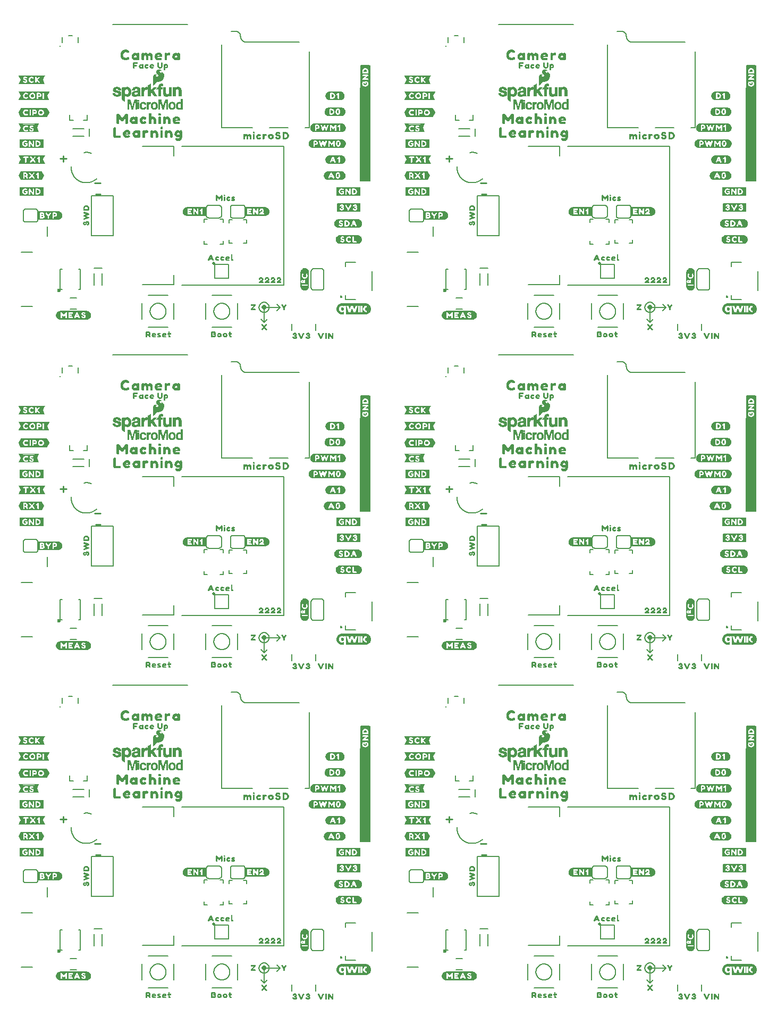
<source format=gto>
G04 EAGLE Gerber RS-274X export*
G75*
%MOMM*%
%FSLAX34Y34*%
%LPD*%
%INSilkscreen Top*%
%IPPOS*%
%AMOC8*
5,1,8,0,0,1.08239X$1,22.5*%
G01*
%ADD10R,1.651000X14.922500*%
%ADD11C,0.203200*%
%ADD12C,0.508000*%
%ADD13C,0.279400*%
%ADD14R,0.254000X3.810000*%
%ADD15C,0.600000*%
%ADD16C,0.508000*%
%ADD17C,0.152400*%
%ADD18C,0.254000*%
%ADD19C,0.127000*%
%ADD20C,0.254000*%

G36*
X537288Y45607D02*
X537288Y45607D01*
X537309Y45610D01*
X537318Y45627D01*
X537327Y45633D01*
X537325Y45642D01*
X537332Y45656D01*
X537348Y46043D01*
X537347Y46044D01*
X537348Y46045D01*
X537348Y50280D01*
X537348Y50281D01*
X537338Y50674D01*
X537331Y50685D01*
X537333Y50698D01*
X537313Y50711D01*
X537300Y50731D01*
X537287Y50728D01*
X537276Y50736D01*
X537242Y50721D01*
X537233Y50719D01*
X537232Y50716D01*
X537229Y50715D01*
X536798Y50229D01*
X536395Y49902D01*
X535948Y49639D01*
X535463Y49454D01*
X534956Y49337D01*
X534438Y49284D01*
X533917Y49305D01*
X533396Y49354D01*
X532889Y49473D01*
X532390Y49625D01*
X531927Y49863D01*
X531477Y50124D01*
X531089Y50472D01*
X530724Y50842D01*
X530419Y51265D01*
X530158Y51715D01*
X529942Y52191D01*
X529782Y52687D01*
X529656Y53196D01*
X529583Y53713D01*
X529543Y54236D01*
X529538Y54760D01*
X529578Y55283D01*
X529645Y55801D01*
X529771Y56310D01*
X529928Y56807D01*
X530145Y57282D01*
X530407Y57731D01*
X530714Y58152D01*
X531082Y58520D01*
X531471Y58866D01*
X531926Y59119D01*
X532394Y59346D01*
X532893Y59498D01*
X533403Y59603D01*
X533924Y59651D01*
X534445Y59660D01*
X534963Y59601D01*
X535468Y59477D01*
X535951Y59286D01*
X536398Y59022D01*
X536802Y58700D01*
X537232Y58152D01*
X537247Y58147D01*
X537255Y58134D01*
X537277Y58137D01*
X537297Y58130D01*
X537307Y58141D01*
X537323Y58143D01*
X537335Y58171D01*
X537343Y58179D01*
X537342Y58185D01*
X537345Y58190D01*
X537348Y58690D01*
X537348Y59219D01*
X537351Y59561D01*
X540586Y59561D01*
X540587Y59561D01*
X540604Y59561D01*
X540604Y45943D01*
X540605Y45941D01*
X540605Y45939D01*
X540621Y45655D01*
X540634Y45638D01*
X540637Y45617D01*
X540655Y45609D01*
X540662Y45600D01*
X540671Y45602D01*
X540684Y45596D01*
X571612Y45596D01*
X571615Y45598D01*
X571618Y45596D01*
X573199Y45747D01*
X573201Y45749D01*
X573204Y45748D01*
X573722Y45845D01*
X573725Y45848D01*
X573729Y45847D01*
X575241Y46329D01*
X575245Y46333D01*
X575252Y46334D01*
X576648Y47091D01*
X576650Y47096D01*
X576657Y47098D01*
X577890Y48097D01*
X577891Y48100D01*
X577896Y48102D01*
X578259Y48484D01*
X578260Y48486D01*
X578262Y48487D01*
X578936Y49304D01*
X578936Y49306D01*
X578939Y49308D01*
X579242Y49739D01*
X579242Y49742D01*
X579246Y49745D01*
X579990Y51147D01*
X579990Y51152D01*
X579991Y51153D01*
X579993Y51155D01*
X579993Y51156D01*
X579995Y51157D01*
X580465Y52674D01*
X580464Y52679D01*
X580468Y52684D01*
X580538Y53207D01*
X580538Y53208D01*
X580538Y53209D01*
X580644Y54263D01*
X580643Y54265D01*
X580645Y54268D01*
X580653Y54795D01*
X580651Y54797D01*
X580653Y54802D01*
X580493Y56382D01*
X580489Y56386D01*
X580490Y56394D01*
X580019Y57910D01*
X580016Y57913D01*
X580016Y57918D01*
X579793Y58396D01*
X579791Y58397D01*
X579791Y58399D01*
X579286Y59330D01*
X579284Y59331D01*
X579283Y59334D01*
X578993Y59774D01*
X578991Y59775D01*
X578989Y59780D01*
X578316Y60596D01*
X578314Y60596D01*
X578314Y60598D01*
X578281Y60634D01*
X578225Y60697D01*
X578169Y60760D01*
X578113Y60823D01*
X578057Y60885D01*
X578001Y60948D01*
X577962Y60991D01*
X577958Y60992D01*
X577955Y60998D01*
X576730Y62008D01*
X576725Y62009D01*
X576720Y62015D01*
X575326Y62774D01*
X575322Y62774D01*
X575318Y62778D01*
X574823Y62961D01*
X574822Y62961D01*
X574820Y62962D01*
X573809Y63276D01*
X573807Y63276D01*
X573804Y63278D01*
X573290Y63392D01*
X573287Y63390D01*
X573283Y63393D01*
X572229Y63499D01*
X571704Y63552D01*
X571701Y63551D01*
X571697Y63552D01*
X534646Y63552D01*
X534644Y63551D01*
X534640Y63552D01*
X533060Y63404D01*
X533058Y63403D01*
X533055Y63404D01*
X532536Y63313D01*
X532533Y63310D01*
X532528Y63311D01*
X531013Y62835D01*
X531010Y62831D01*
X531002Y62830D01*
X529607Y62073D01*
X529605Y62069D01*
X529599Y62067D01*
X529179Y61747D01*
X529179Y61746D01*
X529177Y61746D01*
X528361Y61072D01*
X528360Y61069D01*
X528356Y61068D01*
X527988Y60690D01*
X527987Y60688D01*
X527984Y60686D01*
X527311Y59870D01*
X527310Y59868D01*
X527308Y59866D01*
X527000Y59439D01*
X526999Y59435D01*
X526995Y59432D01*
X526245Y58033D01*
X526246Y58028D01*
X526241Y58022D01*
X525770Y56506D01*
X525771Y56501D01*
X525768Y56496D01*
X525691Y55974D01*
X525692Y55973D01*
X525691Y55971D01*
X525584Y54918D01*
X525585Y54916D01*
X525584Y54914D01*
X525569Y54387D01*
X525571Y54384D01*
X525569Y54379D01*
X525729Y52799D01*
X525732Y52795D01*
X525731Y52787D01*
X526196Y51269D01*
X526199Y51267D01*
X526199Y51262D01*
X526417Y50782D01*
X526419Y50781D01*
X526419Y50778D01*
X526924Y49848D01*
X526926Y49846D01*
X526926Y49844D01*
X527211Y49400D01*
X527214Y49398D01*
X527216Y49394D01*
X527225Y49382D01*
X527278Y49320D01*
X527331Y49257D01*
X527489Y49069D01*
X527542Y49006D01*
X527595Y48943D01*
X527647Y48880D01*
X527700Y48818D01*
X527753Y48755D01*
X527911Y48567D01*
X527964Y48504D01*
X528017Y48441D01*
X528070Y48378D01*
X528122Y48316D01*
X528237Y48179D01*
X528242Y48178D01*
X528245Y48171D01*
X529470Y47161D01*
X529475Y47160D01*
X529480Y47154D01*
X530870Y46390D01*
X530874Y46390D01*
X530878Y46386D01*
X531370Y46197D01*
X531372Y46197D01*
X531374Y46195D01*
X532385Y45882D01*
X532387Y45882D01*
X532389Y45880D01*
X532902Y45760D01*
X532906Y45761D01*
X532910Y45759D01*
X534490Y45599D01*
X534493Y45601D01*
X534496Y45599D01*
X537270Y45596D01*
X537288Y45607D01*
G37*
G36*
X1151968Y571387D02*
X1151968Y571387D01*
X1151989Y571390D01*
X1151998Y571407D01*
X1152007Y571413D01*
X1152005Y571422D01*
X1152012Y571436D01*
X1152028Y571823D01*
X1152027Y571824D01*
X1152028Y571825D01*
X1152028Y576060D01*
X1152028Y576061D01*
X1152018Y576454D01*
X1152011Y576465D01*
X1152013Y576478D01*
X1151993Y576491D01*
X1151980Y576511D01*
X1151967Y576508D01*
X1151956Y576516D01*
X1151922Y576501D01*
X1151913Y576499D01*
X1151912Y576496D01*
X1151909Y576495D01*
X1151478Y576009D01*
X1151075Y575682D01*
X1150628Y575419D01*
X1150143Y575234D01*
X1149636Y575117D01*
X1149118Y575064D01*
X1148597Y575085D01*
X1148076Y575134D01*
X1147569Y575253D01*
X1147070Y575405D01*
X1146607Y575643D01*
X1146157Y575904D01*
X1145769Y576252D01*
X1145404Y576622D01*
X1145099Y577045D01*
X1144838Y577495D01*
X1144622Y577971D01*
X1144462Y578467D01*
X1144336Y578976D01*
X1144263Y579493D01*
X1144223Y580016D01*
X1144218Y580540D01*
X1144258Y581063D01*
X1144325Y581581D01*
X1144451Y582090D01*
X1144608Y582587D01*
X1144825Y583062D01*
X1145087Y583511D01*
X1145394Y583932D01*
X1145762Y584300D01*
X1146151Y584646D01*
X1146606Y584899D01*
X1147074Y585126D01*
X1147573Y585278D01*
X1148083Y585383D01*
X1148604Y585431D01*
X1149125Y585440D01*
X1149643Y585381D01*
X1150148Y585257D01*
X1150631Y585066D01*
X1151078Y584802D01*
X1151482Y584480D01*
X1151912Y583932D01*
X1151927Y583927D01*
X1151935Y583914D01*
X1151957Y583917D01*
X1151977Y583910D01*
X1151987Y583921D01*
X1152003Y583923D01*
X1152015Y583951D01*
X1152023Y583959D01*
X1152022Y583965D01*
X1152025Y583970D01*
X1152028Y584470D01*
X1152028Y584999D01*
X1152031Y585341D01*
X1155266Y585341D01*
X1155267Y585341D01*
X1155284Y585341D01*
X1155284Y571723D01*
X1155285Y571721D01*
X1155285Y571719D01*
X1155301Y571435D01*
X1155314Y571418D01*
X1155317Y571397D01*
X1155335Y571389D01*
X1155342Y571380D01*
X1155351Y571382D01*
X1155364Y571376D01*
X1186292Y571376D01*
X1186295Y571378D01*
X1186298Y571376D01*
X1187879Y571527D01*
X1187881Y571529D01*
X1187884Y571528D01*
X1188402Y571625D01*
X1188405Y571628D01*
X1188409Y571627D01*
X1189921Y572109D01*
X1189925Y572113D01*
X1189932Y572114D01*
X1191328Y572871D01*
X1191330Y572876D01*
X1191337Y572878D01*
X1192570Y573877D01*
X1192571Y573880D01*
X1192576Y573882D01*
X1192939Y574264D01*
X1192940Y574266D01*
X1192942Y574267D01*
X1193616Y575084D01*
X1193616Y575086D01*
X1193619Y575088D01*
X1193922Y575519D01*
X1193922Y575522D01*
X1193926Y575525D01*
X1194670Y576927D01*
X1194670Y576932D01*
X1194671Y576933D01*
X1194673Y576935D01*
X1194673Y576936D01*
X1194675Y576937D01*
X1195145Y578454D01*
X1195144Y578459D01*
X1195148Y578464D01*
X1195218Y578987D01*
X1195218Y578988D01*
X1195218Y578989D01*
X1195324Y580043D01*
X1195323Y580045D01*
X1195325Y580048D01*
X1195333Y580575D01*
X1195331Y580577D01*
X1195333Y580582D01*
X1195173Y582162D01*
X1195169Y582166D01*
X1195170Y582174D01*
X1194699Y583690D01*
X1194696Y583693D01*
X1194696Y583698D01*
X1194473Y584176D01*
X1194471Y584177D01*
X1194471Y584179D01*
X1193966Y585110D01*
X1193964Y585111D01*
X1193963Y585114D01*
X1193673Y585554D01*
X1193671Y585555D01*
X1193669Y585560D01*
X1192996Y586376D01*
X1192994Y586376D01*
X1192994Y586378D01*
X1192961Y586414D01*
X1192905Y586477D01*
X1192849Y586540D01*
X1192793Y586603D01*
X1192737Y586665D01*
X1192681Y586728D01*
X1192642Y586771D01*
X1192638Y586772D01*
X1192635Y586778D01*
X1191410Y587788D01*
X1191405Y587789D01*
X1191400Y587795D01*
X1190006Y588554D01*
X1190002Y588554D01*
X1189998Y588558D01*
X1189503Y588741D01*
X1189502Y588741D01*
X1189500Y588742D01*
X1188489Y589056D01*
X1188487Y589056D01*
X1188484Y589058D01*
X1187970Y589172D01*
X1187967Y589170D01*
X1187963Y589173D01*
X1186909Y589279D01*
X1186384Y589332D01*
X1186381Y589331D01*
X1186377Y589332D01*
X1149326Y589332D01*
X1149324Y589331D01*
X1149320Y589332D01*
X1147740Y589184D01*
X1147738Y589183D01*
X1147735Y589184D01*
X1147216Y589093D01*
X1147213Y589090D01*
X1147208Y589091D01*
X1145693Y588615D01*
X1145690Y588611D01*
X1145682Y588610D01*
X1144287Y587853D01*
X1144285Y587849D01*
X1144279Y587847D01*
X1143859Y587527D01*
X1143859Y587526D01*
X1143857Y587526D01*
X1143041Y586852D01*
X1143040Y586849D01*
X1143036Y586848D01*
X1142668Y586470D01*
X1142667Y586468D01*
X1142664Y586466D01*
X1141991Y585650D01*
X1141990Y585648D01*
X1141988Y585646D01*
X1141680Y585219D01*
X1141679Y585215D01*
X1141675Y585212D01*
X1140925Y583813D01*
X1140926Y583808D01*
X1140921Y583802D01*
X1140450Y582286D01*
X1140451Y582281D01*
X1140448Y582276D01*
X1140371Y581754D01*
X1140372Y581753D01*
X1140371Y581751D01*
X1140264Y580698D01*
X1140265Y580696D01*
X1140264Y580694D01*
X1140249Y580167D01*
X1140251Y580164D01*
X1140249Y580159D01*
X1140409Y578579D01*
X1140412Y578575D01*
X1140411Y578567D01*
X1140876Y577049D01*
X1140879Y577047D01*
X1140879Y577042D01*
X1141097Y576562D01*
X1141099Y576561D01*
X1141099Y576558D01*
X1141604Y575628D01*
X1141606Y575626D01*
X1141606Y575624D01*
X1141891Y575180D01*
X1141894Y575178D01*
X1141896Y575174D01*
X1141905Y575162D01*
X1141958Y575100D01*
X1142011Y575037D01*
X1142169Y574849D01*
X1142222Y574786D01*
X1142275Y574723D01*
X1142327Y574660D01*
X1142380Y574598D01*
X1142433Y574535D01*
X1142591Y574347D01*
X1142644Y574284D01*
X1142697Y574221D01*
X1142750Y574158D01*
X1142802Y574096D01*
X1142917Y573959D01*
X1142922Y573958D01*
X1142925Y573951D01*
X1144150Y572941D01*
X1144155Y572940D01*
X1144160Y572934D01*
X1145550Y572170D01*
X1145554Y572170D01*
X1145558Y572166D01*
X1146050Y571977D01*
X1146052Y571977D01*
X1146054Y571975D01*
X1147065Y571662D01*
X1147067Y571662D01*
X1147069Y571660D01*
X1147582Y571540D01*
X1147586Y571541D01*
X1147590Y571539D01*
X1149170Y571379D01*
X1149173Y571381D01*
X1149176Y571379D01*
X1151950Y571376D01*
X1151968Y571387D01*
G37*
G36*
X537288Y571387D02*
X537288Y571387D01*
X537309Y571390D01*
X537318Y571407D01*
X537327Y571413D01*
X537325Y571422D01*
X537332Y571436D01*
X537348Y571823D01*
X537347Y571824D01*
X537348Y571825D01*
X537348Y576060D01*
X537348Y576061D01*
X537338Y576454D01*
X537331Y576465D01*
X537333Y576478D01*
X537313Y576491D01*
X537300Y576511D01*
X537287Y576508D01*
X537276Y576516D01*
X537242Y576501D01*
X537233Y576499D01*
X537232Y576496D01*
X537229Y576495D01*
X536798Y576009D01*
X536395Y575682D01*
X535948Y575419D01*
X535463Y575234D01*
X534956Y575117D01*
X534438Y575064D01*
X533917Y575085D01*
X533396Y575134D01*
X532889Y575253D01*
X532390Y575405D01*
X531927Y575643D01*
X531477Y575904D01*
X531089Y576252D01*
X530724Y576622D01*
X530419Y577045D01*
X530158Y577495D01*
X529942Y577971D01*
X529782Y578467D01*
X529656Y578976D01*
X529583Y579493D01*
X529543Y580016D01*
X529538Y580540D01*
X529578Y581063D01*
X529645Y581581D01*
X529771Y582090D01*
X529928Y582587D01*
X530145Y583062D01*
X530407Y583511D01*
X530714Y583932D01*
X531082Y584300D01*
X531471Y584646D01*
X531926Y584899D01*
X532394Y585126D01*
X532893Y585278D01*
X533403Y585383D01*
X533924Y585431D01*
X534445Y585440D01*
X534963Y585381D01*
X535468Y585257D01*
X535951Y585066D01*
X536398Y584802D01*
X536802Y584480D01*
X537232Y583932D01*
X537247Y583927D01*
X537255Y583914D01*
X537277Y583917D01*
X537297Y583910D01*
X537307Y583921D01*
X537323Y583923D01*
X537335Y583951D01*
X537343Y583959D01*
X537342Y583965D01*
X537345Y583970D01*
X537348Y584470D01*
X537348Y584999D01*
X537351Y585341D01*
X540586Y585341D01*
X540587Y585341D01*
X540604Y585341D01*
X540604Y571723D01*
X540605Y571721D01*
X540605Y571719D01*
X540621Y571435D01*
X540634Y571418D01*
X540637Y571397D01*
X540655Y571389D01*
X540662Y571380D01*
X540671Y571382D01*
X540684Y571376D01*
X571612Y571376D01*
X571615Y571378D01*
X571618Y571376D01*
X573199Y571527D01*
X573201Y571529D01*
X573204Y571528D01*
X573722Y571625D01*
X573725Y571628D01*
X573729Y571627D01*
X575241Y572109D01*
X575245Y572113D01*
X575252Y572114D01*
X576648Y572871D01*
X576650Y572876D01*
X576657Y572878D01*
X577890Y573877D01*
X577891Y573880D01*
X577896Y573882D01*
X578259Y574264D01*
X578260Y574266D01*
X578262Y574267D01*
X578936Y575084D01*
X578936Y575086D01*
X578939Y575088D01*
X579242Y575519D01*
X579242Y575522D01*
X579246Y575525D01*
X579990Y576927D01*
X579990Y576932D01*
X579991Y576933D01*
X579993Y576935D01*
X579993Y576936D01*
X579995Y576937D01*
X580465Y578454D01*
X580464Y578459D01*
X580468Y578464D01*
X580538Y578987D01*
X580538Y578988D01*
X580538Y578989D01*
X580644Y580043D01*
X580643Y580045D01*
X580645Y580048D01*
X580653Y580575D01*
X580651Y580577D01*
X580653Y580582D01*
X580493Y582162D01*
X580489Y582166D01*
X580490Y582174D01*
X580019Y583690D01*
X580016Y583693D01*
X580016Y583698D01*
X579793Y584176D01*
X579791Y584177D01*
X579791Y584179D01*
X579286Y585110D01*
X579284Y585111D01*
X579283Y585114D01*
X578993Y585554D01*
X578991Y585555D01*
X578989Y585560D01*
X578316Y586376D01*
X578314Y586376D01*
X578314Y586378D01*
X578281Y586414D01*
X578225Y586477D01*
X578169Y586540D01*
X578113Y586603D01*
X578057Y586665D01*
X578001Y586728D01*
X577962Y586771D01*
X577958Y586772D01*
X577955Y586778D01*
X576730Y587788D01*
X576725Y587789D01*
X576720Y587795D01*
X575326Y588554D01*
X575322Y588554D01*
X575318Y588558D01*
X574823Y588741D01*
X574822Y588741D01*
X574820Y588742D01*
X573809Y589056D01*
X573807Y589056D01*
X573804Y589058D01*
X573290Y589172D01*
X573287Y589170D01*
X573283Y589173D01*
X572229Y589279D01*
X571704Y589332D01*
X571701Y589331D01*
X571697Y589332D01*
X534646Y589332D01*
X534644Y589331D01*
X534640Y589332D01*
X533060Y589184D01*
X533058Y589183D01*
X533055Y589184D01*
X532536Y589093D01*
X532533Y589090D01*
X532528Y589091D01*
X531013Y588615D01*
X531010Y588611D01*
X531002Y588610D01*
X529607Y587853D01*
X529605Y587849D01*
X529599Y587847D01*
X529179Y587527D01*
X529179Y587526D01*
X529177Y587526D01*
X528361Y586852D01*
X528360Y586849D01*
X528356Y586848D01*
X527988Y586470D01*
X527987Y586468D01*
X527984Y586466D01*
X527311Y585650D01*
X527310Y585648D01*
X527308Y585646D01*
X527000Y585219D01*
X526999Y585215D01*
X526995Y585212D01*
X526245Y583813D01*
X526246Y583808D01*
X526241Y583802D01*
X525770Y582286D01*
X525771Y582281D01*
X525768Y582276D01*
X525691Y581754D01*
X525692Y581753D01*
X525691Y581751D01*
X525584Y580698D01*
X525585Y580696D01*
X525584Y580694D01*
X525569Y580167D01*
X525571Y580164D01*
X525569Y580159D01*
X525729Y578579D01*
X525732Y578575D01*
X525731Y578567D01*
X526196Y577049D01*
X526199Y577047D01*
X526199Y577042D01*
X526417Y576562D01*
X526419Y576561D01*
X526419Y576558D01*
X526924Y575628D01*
X526926Y575626D01*
X526926Y575624D01*
X527211Y575180D01*
X527214Y575178D01*
X527216Y575174D01*
X527225Y575162D01*
X527278Y575100D01*
X527331Y575037D01*
X527489Y574849D01*
X527542Y574786D01*
X527595Y574723D01*
X527647Y574660D01*
X527700Y574598D01*
X527753Y574535D01*
X527911Y574347D01*
X527964Y574284D01*
X528017Y574221D01*
X528070Y574158D01*
X528122Y574096D01*
X528237Y573959D01*
X528242Y573958D01*
X528245Y573951D01*
X529470Y572941D01*
X529475Y572940D01*
X529480Y572934D01*
X530870Y572170D01*
X530874Y572170D01*
X530878Y572166D01*
X531370Y571977D01*
X531372Y571977D01*
X531374Y571975D01*
X532385Y571662D01*
X532387Y571662D01*
X532389Y571660D01*
X532902Y571540D01*
X532906Y571541D01*
X532910Y571539D01*
X534490Y571379D01*
X534493Y571381D01*
X534496Y571379D01*
X537270Y571376D01*
X537288Y571387D01*
G37*
G36*
X1151968Y1097167D02*
X1151968Y1097167D01*
X1151989Y1097170D01*
X1151998Y1097187D01*
X1152007Y1097193D01*
X1152005Y1097202D01*
X1152012Y1097216D01*
X1152028Y1097603D01*
X1152027Y1097604D01*
X1152028Y1097605D01*
X1152028Y1101840D01*
X1152028Y1101841D01*
X1152018Y1102234D01*
X1152011Y1102245D01*
X1152013Y1102258D01*
X1151993Y1102271D01*
X1151980Y1102291D01*
X1151967Y1102288D01*
X1151956Y1102296D01*
X1151922Y1102281D01*
X1151913Y1102279D01*
X1151912Y1102276D01*
X1151909Y1102275D01*
X1151478Y1101789D01*
X1151075Y1101462D01*
X1150628Y1101199D01*
X1150143Y1101014D01*
X1149636Y1100897D01*
X1149118Y1100844D01*
X1148597Y1100865D01*
X1148076Y1100914D01*
X1147569Y1101033D01*
X1147070Y1101185D01*
X1146607Y1101423D01*
X1146157Y1101684D01*
X1145769Y1102032D01*
X1145404Y1102402D01*
X1145099Y1102825D01*
X1144838Y1103275D01*
X1144622Y1103751D01*
X1144462Y1104247D01*
X1144336Y1104756D01*
X1144263Y1105273D01*
X1144223Y1105796D01*
X1144218Y1106320D01*
X1144258Y1106843D01*
X1144325Y1107361D01*
X1144451Y1107870D01*
X1144608Y1108367D01*
X1144825Y1108842D01*
X1145087Y1109291D01*
X1145394Y1109712D01*
X1145762Y1110080D01*
X1146151Y1110426D01*
X1146606Y1110679D01*
X1147074Y1110906D01*
X1147573Y1111058D01*
X1148083Y1111163D01*
X1148604Y1111211D01*
X1149125Y1111220D01*
X1149643Y1111161D01*
X1150148Y1111037D01*
X1150631Y1110846D01*
X1151078Y1110582D01*
X1151482Y1110260D01*
X1151912Y1109712D01*
X1151927Y1109707D01*
X1151935Y1109694D01*
X1151957Y1109697D01*
X1151977Y1109690D01*
X1151987Y1109701D01*
X1152003Y1109703D01*
X1152015Y1109731D01*
X1152023Y1109739D01*
X1152022Y1109745D01*
X1152025Y1109750D01*
X1152028Y1110250D01*
X1152028Y1110779D01*
X1152031Y1111121D01*
X1155266Y1111121D01*
X1155267Y1111121D01*
X1155284Y1111121D01*
X1155284Y1097503D01*
X1155285Y1097501D01*
X1155285Y1097499D01*
X1155301Y1097215D01*
X1155314Y1097198D01*
X1155317Y1097177D01*
X1155335Y1097169D01*
X1155342Y1097160D01*
X1155351Y1097162D01*
X1155364Y1097156D01*
X1186292Y1097156D01*
X1186295Y1097158D01*
X1186298Y1097156D01*
X1187879Y1097307D01*
X1187881Y1097309D01*
X1187884Y1097308D01*
X1188402Y1097405D01*
X1188405Y1097408D01*
X1188409Y1097407D01*
X1189921Y1097889D01*
X1189925Y1097893D01*
X1189932Y1097894D01*
X1191328Y1098651D01*
X1191330Y1098656D01*
X1191337Y1098658D01*
X1192570Y1099657D01*
X1192571Y1099660D01*
X1192576Y1099662D01*
X1192939Y1100044D01*
X1192940Y1100046D01*
X1192942Y1100047D01*
X1193616Y1100864D01*
X1193616Y1100866D01*
X1193619Y1100868D01*
X1193922Y1101299D01*
X1193922Y1101302D01*
X1193926Y1101305D01*
X1194670Y1102707D01*
X1194670Y1102712D01*
X1194671Y1102713D01*
X1194673Y1102715D01*
X1194673Y1102716D01*
X1194675Y1102717D01*
X1195145Y1104234D01*
X1195144Y1104239D01*
X1195148Y1104244D01*
X1195218Y1104767D01*
X1195218Y1104768D01*
X1195218Y1104769D01*
X1195324Y1105823D01*
X1195323Y1105825D01*
X1195325Y1105828D01*
X1195333Y1106355D01*
X1195331Y1106357D01*
X1195333Y1106362D01*
X1195173Y1107942D01*
X1195169Y1107946D01*
X1195170Y1107954D01*
X1194699Y1109470D01*
X1194696Y1109473D01*
X1194696Y1109478D01*
X1194473Y1109956D01*
X1194471Y1109957D01*
X1194471Y1109959D01*
X1193966Y1110890D01*
X1193964Y1110891D01*
X1193963Y1110894D01*
X1193673Y1111334D01*
X1193671Y1111335D01*
X1193669Y1111340D01*
X1192996Y1112156D01*
X1192994Y1112156D01*
X1192994Y1112158D01*
X1192961Y1112194D01*
X1192905Y1112257D01*
X1192849Y1112320D01*
X1192793Y1112383D01*
X1192737Y1112445D01*
X1192681Y1112508D01*
X1192642Y1112551D01*
X1192638Y1112552D01*
X1192635Y1112558D01*
X1191410Y1113568D01*
X1191405Y1113569D01*
X1191400Y1113575D01*
X1190006Y1114334D01*
X1190002Y1114334D01*
X1189998Y1114338D01*
X1189503Y1114521D01*
X1189502Y1114521D01*
X1189500Y1114522D01*
X1188489Y1114836D01*
X1188487Y1114836D01*
X1188484Y1114838D01*
X1187970Y1114952D01*
X1187967Y1114950D01*
X1187963Y1114953D01*
X1186909Y1115059D01*
X1186384Y1115112D01*
X1186381Y1115111D01*
X1186377Y1115112D01*
X1149326Y1115112D01*
X1149324Y1115111D01*
X1149320Y1115112D01*
X1147740Y1114964D01*
X1147738Y1114963D01*
X1147735Y1114964D01*
X1147216Y1114873D01*
X1147213Y1114870D01*
X1147208Y1114871D01*
X1145693Y1114395D01*
X1145690Y1114391D01*
X1145682Y1114390D01*
X1144287Y1113633D01*
X1144285Y1113629D01*
X1144279Y1113627D01*
X1143859Y1113307D01*
X1143859Y1113306D01*
X1143857Y1113306D01*
X1143041Y1112632D01*
X1143040Y1112629D01*
X1143036Y1112628D01*
X1142668Y1112250D01*
X1142667Y1112248D01*
X1142664Y1112246D01*
X1141991Y1111430D01*
X1141990Y1111428D01*
X1141988Y1111426D01*
X1141680Y1110999D01*
X1141679Y1110995D01*
X1141675Y1110992D01*
X1140925Y1109593D01*
X1140926Y1109588D01*
X1140921Y1109582D01*
X1140450Y1108066D01*
X1140451Y1108061D01*
X1140448Y1108056D01*
X1140371Y1107534D01*
X1140372Y1107533D01*
X1140371Y1107531D01*
X1140264Y1106478D01*
X1140265Y1106476D01*
X1140264Y1106474D01*
X1140249Y1105947D01*
X1140251Y1105944D01*
X1140249Y1105939D01*
X1140409Y1104359D01*
X1140412Y1104355D01*
X1140411Y1104347D01*
X1140876Y1102829D01*
X1140879Y1102827D01*
X1140879Y1102822D01*
X1141097Y1102342D01*
X1141099Y1102341D01*
X1141099Y1102338D01*
X1141604Y1101408D01*
X1141606Y1101406D01*
X1141606Y1101404D01*
X1141891Y1100960D01*
X1141894Y1100958D01*
X1141896Y1100954D01*
X1141905Y1100942D01*
X1141958Y1100880D01*
X1142011Y1100817D01*
X1142169Y1100629D01*
X1142222Y1100566D01*
X1142275Y1100503D01*
X1142327Y1100440D01*
X1142380Y1100378D01*
X1142433Y1100315D01*
X1142591Y1100127D01*
X1142644Y1100064D01*
X1142697Y1100001D01*
X1142750Y1099938D01*
X1142802Y1099876D01*
X1142917Y1099739D01*
X1142922Y1099738D01*
X1142925Y1099731D01*
X1144150Y1098721D01*
X1144155Y1098720D01*
X1144160Y1098714D01*
X1145550Y1097950D01*
X1145554Y1097950D01*
X1145558Y1097946D01*
X1146050Y1097757D01*
X1146052Y1097757D01*
X1146054Y1097755D01*
X1147065Y1097442D01*
X1147067Y1097442D01*
X1147069Y1097440D01*
X1147582Y1097320D01*
X1147586Y1097321D01*
X1147590Y1097319D01*
X1149170Y1097159D01*
X1149173Y1097161D01*
X1149176Y1097159D01*
X1151950Y1097156D01*
X1151968Y1097167D01*
G37*
G36*
X1151968Y45607D02*
X1151968Y45607D01*
X1151989Y45610D01*
X1151998Y45627D01*
X1152007Y45633D01*
X1152005Y45642D01*
X1152012Y45656D01*
X1152028Y46043D01*
X1152027Y46044D01*
X1152028Y46045D01*
X1152028Y50280D01*
X1152028Y50281D01*
X1152018Y50674D01*
X1152011Y50685D01*
X1152013Y50698D01*
X1151993Y50711D01*
X1151980Y50731D01*
X1151967Y50728D01*
X1151956Y50736D01*
X1151922Y50721D01*
X1151913Y50719D01*
X1151912Y50716D01*
X1151909Y50715D01*
X1151478Y50229D01*
X1151075Y49902D01*
X1150628Y49639D01*
X1150143Y49454D01*
X1149636Y49337D01*
X1149118Y49284D01*
X1148597Y49305D01*
X1148076Y49354D01*
X1147569Y49473D01*
X1147070Y49625D01*
X1146607Y49863D01*
X1146157Y50124D01*
X1145769Y50472D01*
X1145404Y50842D01*
X1145099Y51265D01*
X1144838Y51715D01*
X1144622Y52191D01*
X1144462Y52687D01*
X1144336Y53196D01*
X1144263Y53713D01*
X1144223Y54236D01*
X1144218Y54760D01*
X1144258Y55283D01*
X1144325Y55801D01*
X1144451Y56310D01*
X1144608Y56807D01*
X1144825Y57282D01*
X1145087Y57731D01*
X1145394Y58152D01*
X1145762Y58520D01*
X1146151Y58866D01*
X1146606Y59119D01*
X1147074Y59346D01*
X1147573Y59498D01*
X1148083Y59603D01*
X1148604Y59651D01*
X1149125Y59660D01*
X1149643Y59601D01*
X1150148Y59477D01*
X1150631Y59286D01*
X1151078Y59022D01*
X1151482Y58700D01*
X1151912Y58152D01*
X1151927Y58147D01*
X1151935Y58134D01*
X1151957Y58137D01*
X1151977Y58130D01*
X1151987Y58141D01*
X1152003Y58143D01*
X1152015Y58171D01*
X1152023Y58179D01*
X1152022Y58185D01*
X1152025Y58190D01*
X1152028Y58690D01*
X1152028Y59219D01*
X1152031Y59561D01*
X1155266Y59561D01*
X1155267Y59561D01*
X1155284Y59561D01*
X1155284Y45943D01*
X1155285Y45941D01*
X1155285Y45939D01*
X1155301Y45655D01*
X1155314Y45638D01*
X1155317Y45617D01*
X1155335Y45609D01*
X1155342Y45600D01*
X1155351Y45602D01*
X1155364Y45596D01*
X1186292Y45596D01*
X1186295Y45598D01*
X1186298Y45596D01*
X1187879Y45747D01*
X1187881Y45749D01*
X1187884Y45748D01*
X1188402Y45845D01*
X1188405Y45848D01*
X1188409Y45847D01*
X1189921Y46329D01*
X1189925Y46333D01*
X1189932Y46334D01*
X1191328Y47091D01*
X1191330Y47096D01*
X1191337Y47098D01*
X1192570Y48097D01*
X1192571Y48100D01*
X1192576Y48102D01*
X1192939Y48484D01*
X1192940Y48486D01*
X1192942Y48487D01*
X1193616Y49304D01*
X1193616Y49306D01*
X1193619Y49308D01*
X1193922Y49739D01*
X1193922Y49742D01*
X1193926Y49745D01*
X1194670Y51147D01*
X1194670Y51152D01*
X1194671Y51153D01*
X1194673Y51155D01*
X1194673Y51156D01*
X1194675Y51157D01*
X1195145Y52674D01*
X1195144Y52679D01*
X1195148Y52684D01*
X1195218Y53207D01*
X1195218Y53208D01*
X1195218Y53209D01*
X1195324Y54263D01*
X1195323Y54265D01*
X1195325Y54268D01*
X1195333Y54795D01*
X1195331Y54797D01*
X1195333Y54802D01*
X1195173Y56382D01*
X1195169Y56386D01*
X1195170Y56394D01*
X1194699Y57910D01*
X1194696Y57913D01*
X1194696Y57918D01*
X1194473Y58396D01*
X1194471Y58397D01*
X1194471Y58399D01*
X1193966Y59330D01*
X1193964Y59331D01*
X1193963Y59334D01*
X1193673Y59774D01*
X1193671Y59775D01*
X1193669Y59780D01*
X1192996Y60596D01*
X1192994Y60596D01*
X1192994Y60598D01*
X1192961Y60634D01*
X1192905Y60697D01*
X1192849Y60760D01*
X1192793Y60823D01*
X1192737Y60885D01*
X1192681Y60948D01*
X1192642Y60991D01*
X1192638Y60992D01*
X1192635Y60998D01*
X1191410Y62008D01*
X1191405Y62009D01*
X1191400Y62015D01*
X1190006Y62774D01*
X1190002Y62774D01*
X1189998Y62778D01*
X1189503Y62961D01*
X1189502Y62961D01*
X1189500Y62962D01*
X1188489Y63276D01*
X1188487Y63276D01*
X1188484Y63278D01*
X1187970Y63392D01*
X1187967Y63390D01*
X1187963Y63393D01*
X1186909Y63499D01*
X1186384Y63552D01*
X1186381Y63551D01*
X1186377Y63552D01*
X1149326Y63552D01*
X1149324Y63551D01*
X1149320Y63552D01*
X1147740Y63404D01*
X1147738Y63403D01*
X1147735Y63404D01*
X1147216Y63313D01*
X1147213Y63310D01*
X1147208Y63311D01*
X1145693Y62835D01*
X1145690Y62831D01*
X1145682Y62830D01*
X1144287Y62073D01*
X1144285Y62069D01*
X1144279Y62067D01*
X1143859Y61747D01*
X1143859Y61746D01*
X1143857Y61746D01*
X1143041Y61072D01*
X1143040Y61069D01*
X1143036Y61068D01*
X1142668Y60690D01*
X1142667Y60688D01*
X1142664Y60686D01*
X1141991Y59870D01*
X1141990Y59868D01*
X1141988Y59866D01*
X1141680Y59439D01*
X1141679Y59435D01*
X1141675Y59432D01*
X1140925Y58033D01*
X1140926Y58028D01*
X1140921Y58022D01*
X1140450Y56506D01*
X1140451Y56501D01*
X1140448Y56496D01*
X1140371Y55974D01*
X1140372Y55973D01*
X1140371Y55971D01*
X1140264Y54918D01*
X1140265Y54916D01*
X1140264Y54914D01*
X1140249Y54387D01*
X1140251Y54384D01*
X1140249Y54379D01*
X1140409Y52799D01*
X1140412Y52795D01*
X1140411Y52787D01*
X1140876Y51269D01*
X1140879Y51267D01*
X1140879Y51262D01*
X1141097Y50782D01*
X1141099Y50781D01*
X1141099Y50778D01*
X1141604Y49848D01*
X1141606Y49846D01*
X1141606Y49844D01*
X1141891Y49400D01*
X1141894Y49398D01*
X1141896Y49394D01*
X1141905Y49382D01*
X1141958Y49320D01*
X1142011Y49257D01*
X1142169Y49069D01*
X1142222Y49006D01*
X1142275Y48943D01*
X1142327Y48880D01*
X1142380Y48818D01*
X1142433Y48755D01*
X1142591Y48567D01*
X1142644Y48504D01*
X1142697Y48441D01*
X1142750Y48378D01*
X1142802Y48316D01*
X1142917Y48179D01*
X1142922Y48178D01*
X1142925Y48171D01*
X1144150Y47161D01*
X1144155Y47160D01*
X1144160Y47154D01*
X1145550Y46390D01*
X1145554Y46390D01*
X1145558Y46386D01*
X1146050Y46197D01*
X1146052Y46197D01*
X1146054Y46195D01*
X1147065Y45882D01*
X1147067Y45882D01*
X1147069Y45880D01*
X1147582Y45760D01*
X1147586Y45761D01*
X1147590Y45759D01*
X1149170Y45599D01*
X1149173Y45601D01*
X1149176Y45599D01*
X1151950Y45596D01*
X1151968Y45607D01*
G37*
G36*
X537288Y1097167D02*
X537288Y1097167D01*
X537309Y1097170D01*
X537318Y1097187D01*
X537327Y1097193D01*
X537325Y1097202D01*
X537332Y1097216D01*
X537348Y1097603D01*
X537347Y1097604D01*
X537348Y1097605D01*
X537348Y1101840D01*
X537348Y1101841D01*
X537338Y1102234D01*
X537331Y1102245D01*
X537333Y1102258D01*
X537313Y1102271D01*
X537300Y1102291D01*
X537287Y1102288D01*
X537276Y1102296D01*
X537242Y1102281D01*
X537233Y1102279D01*
X537232Y1102276D01*
X537229Y1102275D01*
X536798Y1101789D01*
X536395Y1101462D01*
X535948Y1101199D01*
X535463Y1101014D01*
X534956Y1100897D01*
X534438Y1100844D01*
X533917Y1100865D01*
X533396Y1100914D01*
X532889Y1101033D01*
X532390Y1101185D01*
X531927Y1101423D01*
X531477Y1101684D01*
X531089Y1102032D01*
X530724Y1102402D01*
X530419Y1102825D01*
X530158Y1103275D01*
X529942Y1103751D01*
X529782Y1104247D01*
X529656Y1104756D01*
X529583Y1105273D01*
X529543Y1105796D01*
X529538Y1106320D01*
X529578Y1106843D01*
X529645Y1107361D01*
X529771Y1107870D01*
X529928Y1108367D01*
X530145Y1108842D01*
X530407Y1109291D01*
X530714Y1109712D01*
X531082Y1110080D01*
X531471Y1110426D01*
X531926Y1110679D01*
X532394Y1110906D01*
X532893Y1111058D01*
X533403Y1111163D01*
X533924Y1111211D01*
X534445Y1111220D01*
X534963Y1111161D01*
X535468Y1111037D01*
X535951Y1110846D01*
X536398Y1110582D01*
X536802Y1110260D01*
X537232Y1109712D01*
X537247Y1109707D01*
X537255Y1109694D01*
X537277Y1109697D01*
X537297Y1109690D01*
X537307Y1109701D01*
X537323Y1109703D01*
X537335Y1109731D01*
X537343Y1109739D01*
X537342Y1109745D01*
X537345Y1109750D01*
X537348Y1110250D01*
X537348Y1110779D01*
X537351Y1111121D01*
X540586Y1111121D01*
X540587Y1111121D01*
X540604Y1111121D01*
X540604Y1097503D01*
X540605Y1097501D01*
X540605Y1097499D01*
X540621Y1097215D01*
X540634Y1097198D01*
X540637Y1097177D01*
X540655Y1097169D01*
X540662Y1097160D01*
X540671Y1097162D01*
X540684Y1097156D01*
X571612Y1097156D01*
X571615Y1097158D01*
X571618Y1097156D01*
X573199Y1097307D01*
X573201Y1097309D01*
X573204Y1097308D01*
X573722Y1097405D01*
X573725Y1097408D01*
X573729Y1097407D01*
X575241Y1097889D01*
X575245Y1097893D01*
X575252Y1097894D01*
X576648Y1098651D01*
X576650Y1098656D01*
X576657Y1098658D01*
X577890Y1099657D01*
X577891Y1099660D01*
X577896Y1099662D01*
X578259Y1100044D01*
X578260Y1100046D01*
X578262Y1100047D01*
X578936Y1100864D01*
X578936Y1100866D01*
X578939Y1100868D01*
X579242Y1101299D01*
X579242Y1101302D01*
X579246Y1101305D01*
X579990Y1102707D01*
X579990Y1102712D01*
X579991Y1102713D01*
X579993Y1102715D01*
X579993Y1102716D01*
X579995Y1102717D01*
X580465Y1104234D01*
X580464Y1104239D01*
X580468Y1104244D01*
X580538Y1104767D01*
X580538Y1104768D01*
X580538Y1104769D01*
X580644Y1105823D01*
X580643Y1105825D01*
X580645Y1105828D01*
X580653Y1106355D01*
X580651Y1106357D01*
X580653Y1106362D01*
X580493Y1107942D01*
X580489Y1107946D01*
X580490Y1107954D01*
X580019Y1109470D01*
X580016Y1109473D01*
X580016Y1109478D01*
X579793Y1109956D01*
X579791Y1109957D01*
X579791Y1109959D01*
X579286Y1110890D01*
X579284Y1110891D01*
X579283Y1110894D01*
X578993Y1111334D01*
X578991Y1111335D01*
X578989Y1111340D01*
X578316Y1112156D01*
X578314Y1112156D01*
X578314Y1112158D01*
X578281Y1112194D01*
X578225Y1112257D01*
X578169Y1112320D01*
X578113Y1112383D01*
X578057Y1112445D01*
X578001Y1112508D01*
X577962Y1112551D01*
X577958Y1112552D01*
X577955Y1112558D01*
X576730Y1113568D01*
X576725Y1113569D01*
X576720Y1113575D01*
X575326Y1114334D01*
X575322Y1114334D01*
X575318Y1114338D01*
X574823Y1114521D01*
X574822Y1114521D01*
X574820Y1114522D01*
X573809Y1114836D01*
X573807Y1114836D01*
X573804Y1114838D01*
X573290Y1114952D01*
X573287Y1114950D01*
X573283Y1114953D01*
X572229Y1115059D01*
X571704Y1115112D01*
X571701Y1115111D01*
X571697Y1115112D01*
X534646Y1115112D01*
X534644Y1115111D01*
X534640Y1115112D01*
X533060Y1114964D01*
X533058Y1114963D01*
X533055Y1114964D01*
X532536Y1114873D01*
X532533Y1114870D01*
X532528Y1114871D01*
X531013Y1114395D01*
X531010Y1114391D01*
X531002Y1114390D01*
X529607Y1113633D01*
X529605Y1113629D01*
X529599Y1113627D01*
X529179Y1113307D01*
X529179Y1113306D01*
X529177Y1113306D01*
X528361Y1112632D01*
X528360Y1112629D01*
X528356Y1112628D01*
X527988Y1112250D01*
X527987Y1112248D01*
X527984Y1112246D01*
X527311Y1111430D01*
X527310Y1111428D01*
X527308Y1111426D01*
X527000Y1110999D01*
X526999Y1110995D01*
X526995Y1110992D01*
X526245Y1109593D01*
X526246Y1109588D01*
X526241Y1109582D01*
X525770Y1108066D01*
X525771Y1108061D01*
X525768Y1108056D01*
X525691Y1107534D01*
X525692Y1107533D01*
X525691Y1107531D01*
X525584Y1106478D01*
X525585Y1106476D01*
X525584Y1106474D01*
X525569Y1105947D01*
X525571Y1105944D01*
X525569Y1105939D01*
X525729Y1104359D01*
X525732Y1104355D01*
X525731Y1104347D01*
X526196Y1102829D01*
X526199Y1102827D01*
X526199Y1102822D01*
X526417Y1102342D01*
X526419Y1102341D01*
X526419Y1102338D01*
X526924Y1101408D01*
X526926Y1101406D01*
X526926Y1101404D01*
X527211Y1100960D01*
X527214Y1100958D01*
X527216Y1100954D01*
X527225Y1100942D01*
X527278Y1100880D01*
X527331Y1100817D01*
X527489Y1100629D01*
X527542Y1100566D01*
X527595Y1100503D01*
X527647Y1100440D01*
X527700Y1100378D01*
X527753Y1100315D01*
X527911Y1100127D01*
X527964Y1100064D01*
X528017Y1100001D01*
X528070Y1099938D01*
X528122Y1099876D01*
X528237Y1099739D01*
X528242Y1099738D01*
X528245Y1099731D01*
X529470Y1098721D01*
X529475Y1098720D01*
X529480Y1098714D01*
X530870Y1097950D01*
X530874Y1097950D01*
X530878Y1097946D01*
X531370Y1097757D01*
X531372Y1097757D01*
X531374Y1097755D01*
X532385Y1097442D01*
X532387Y1097442D01*
X532389Y1097440D01*
X532902Y1097320D01*
X532906Y1097321D01*
X532910Y1097319D01*
X534490Y1097159D01*
X534493Y1097161D01*
X534496Y1097159D01*
X537270Y1097156D01*
X537288Y1097167D01*
G37*
G36*
X534235Y310654D02*
X534235Y310654D01*
X534238Y310651D01*
X534838Y310751D01*
X534841Y310755D01*
X534844Y310753D01*
X535544Y310953D01*
X535545Y310954D01*
X535546Y310953D01*
X536146Y311153D01*
X536149Y311158D01*
X536152Y311156D01*
X537352Y311756D01*
X537354Y311760D01*
X537357Y311759D01*
X537957Y312159D01*
X537960Y312166D01*
X537965Y312165D01*
X538865Y313065D01*
X538865Y313069D01*
X538868Y313068D01*
X539368Y313668D01*
X539368Y313677D01*
X539374Y313678D01*
X539974Y314878D01*
X539973Y314883D01*
X539977Y314884D01*
X540177Y315484D01*
X540176Y315486D01*
X540177Y315486D01*
X540377Y316186D01*
X540376Y316190D01*
X540379Y316192D01*
X540479Y316792D01*
X540476Y316797D01*
X540479Y316800D01*
X540479Y318200D01*
X540476Y318204D01*
X540479Y318207D01*
X540379Y318907D01*
X540374Y318912D01*
X540377Y318916D01*
X539977Y320116D01*
X539974Y320117D01*
X539975Y320119D01*
X539675Y320819D01*
X539667Y320824D01*
X539668Y320831D01*
X539270Y321329D01*
X538871Y321927D01*
X538868Y321928D01*
X538868Y321931D01*
X538468Y322431D01*
X538461Y322433D01*
X538461Y322438D01*
X537961Y322838D01*
X537957Y322839D01*
X537957Y322841D01*
X537357Y323241D01*
X537353Y323241D01*
X537352Y323244D01*
X536152Y323844D01*
X536147Y323843D01*
X536146Y323847D01*
X535546Y324047D01*
X535544Y324046D01*
X535544Y324047D01*
X534844Y324247D01*
X534839Y324246D01*
X534837Y324249D01*
X534137Y324349D01*
X534132Y324346D01*
X534130Y324349D01*
X487830Y324349D01*
X487826Y324346D01*
X487823Y324349D01*
X486423Y324149D01*
X486420Y324145D01*
X486418Y324145D01*
X486417Y324145D01*
X486414Y324147D01*
X485814Y323947D01*
X485811Y323942D01*
X485808Y323944D01*
X484608Y323344D01*
X484606Y323340D01*
X484603Y323341D01*
X484003Y322941D01*
X484002Y322938D01*
X483999Y322938D01*
X483499Y322538D01*
X483498Y322534D01*
X483495Y322535D01*
X482995Y322035D01*
X482995Y322031D01*
X482992Y322031D01*
X482592Y321531D01*
X482591Y321527D01*
X482589Y321527D01*
X482189Y320927D01*
X482189Y320923D01*
X482186Y320922D01*
X481886Y320322D01*
X481887Y320319D01*
X481884Y320317D01*
X481885Y320316D01*
X481883Y320316D01*
X481683Y319716D01*
X481684Y319714D01*
X481683Y319714D01*
X481483Y319014D01*
X481485Y319009D01*
X481481Y319007D01*
X481381Y318308D01*
X481281Y317708D01*
X481284Y317703D01*
X481281Y317700D01*
X481281Y317000D01*
X481284Y316996D01*
X481281Y316993D01*
X481381Y316293D01*
X481386Y316288D01*
X481383Y316284D01*
X481583Y315685D01*
X481783Y314986D01*
X481784Y314985D01*
X481783Y314984D01*
X481983Y314384D01*
X481991Y314379D01*
X481989Y314373D01*
X482389Y313773D01*
X482392Y313772D01*
X482392Y313769D01*
X483192Y312769D01*
X483196Y312768D01*
X483195Y312765D01*
X483695Y312265D01*
X483702Y312264D01*
X483703Y312259D01*
X484903Y311459D01*
X484912Y311460D01*
X484914Y311453D01*
X485511Y311254D01*
X486108Y310956D01*
X486119Y310958D01*
X486123Y310951D01*
X486822Y310851D01*
X487422Y310751D01*
X487423Y310752D01*
X487423Y310751D01*
X488123Y310651D01*
X488128Y310654D01*
X488130Y310651D01*
X534230Y310651D01*
X534235Y310654D01*
G37*
G36*
X1148915Y1362214D02*
X1148915Y1362214D01*
X1148918Y1362211D01*
X1149518Y1362311D01*
X1149521Y1362315D01*
X1149524Y1362313D01*
X1150224Y1362513D01*
X1150225Y1362514D01*
X1150226Y1362513D01*
X1150826Y1362713D01*
X1150829Y1362718D01*
X1150832Y1362716D01*
X1152032Y1363316D01*
X1152034Y1363320D01*
X1152037Y1363319D01*
X1152637Y1363719D01*
X1152640Y1363726D01*
X1152645Y1363725D01*
X1153545Y1364625D01*
X1153545Y1364629D01*
X1153548Y1364628D01*
X1154048Y1365228D01*
X1154048Y1365237D01*
X1154054Y1365238D01*
X1154654Y1366438D01*
X1154653Y1366443D01*
X1154657Y1366444D01*
X1154857Y1367044D01*
X1154856Y1367046D01*
X1154857Y1367046D01*
X1155057Y1367746D01*
X1155056Y1367750D01*
X1155059Y1367752D01*
X1155159Y1368352D01*
X1155156Y1368357D01*
X1155159Y1368360D01*
X1155159Y1369760D01*
X1155156Y1369764D01*
X1155159Y1369767D01*
X1155059Y1370467D01*
X1155054Y1370472D01*
X1155057Y1370476D01*
X1154657Y1371676D01*
X1154654Y1371677D01*
X1154655Y1371679D01*
X1154355Y1372379D01*
X1154347Y1372384D01*
X1154348Y1372391D01*
X1153950Y1372889D01*
X1153551Y1373487D01*
X1153548Y1373488D01*
X1153548Y1373491D01*
X1153148Y1373991D01*
X1153141Y1373993D01*
X1153141Y1373998D01*
X1152641Y1374398D01*
X1152637Y1374399D01*
X1152637Y1374401D01*
X1152037Y1374801D01*
X1152033Y1374801D01*
X1152032Y1374804D01*
X1150832Y1375404D01*
X1150827Y1375403D01*
X1150826Y1375407D01*
X1150226Y1375607D01*
X1150224Y1375606D01*
X1150224Y1375607D01*
X1149524Y1375807D01*
X1149519Y1375806D01*
X1149517Y1375809D01*
X1148817Y1375909D01*
X1148812Y1375906D01*
X1148810Y1375909D01*
X1102510Y1375909D01*
X1102506Y1375906D01*
X1102503Y1375909D01*
X1101103Y1375709D01*
X1101100Y1375705D01*
X1101098Y1375705D01*
X1101097Y1375705D01*
X1101094Y1375707D01*
X1100494Y1375507D01*
X1100491Y1375502D01*
X1100488Y1375504D01*
X1099288Y1374904D01*
X1099286Y1374900D01*
X1099283Y1374901D01*
X1098683Y1374501D01*
X1098682Y1374498D01*
X1098679Y1374498D01*
X1098179Y1374098D01*
X1098178Y1374094D01*
X1098175Y1374095D01*
X1097675Y1373595D01*
X1097675Y1373591D01*
X1097672Y1373591D01*
X1097272Y1373091D01*
X1097271Y1373087D01*
X1097269Y1373087D01*
X1096869Y1372487D01*
X1096869Y1372483D01*
X1096866Y1372482D01*
X1096566Y1371882D01*
X1096567Y1371879D01*
X1096564Y1371877D01*
X1096565Y1371876D01*
X1096563Y1371876D01*
X1096363Y1371276D01*
X1096364Y1371274D01*
X1096363Y1371274D01*
X1096163Y1370574D01*
X1096165Y1370569D01*
X1096161Y1370567D01*
X1096061Y1369868D01*
X1095961Y1369268D01*
X1095964Y1369263D01*
X1095961Y1369260D01*
X1095961Y1368560D01*
X1095964Y1368556D01*
X1095961Y1368553D01*
X1096061Y1367853D01*
X1096066Y1367848D01*
X1096063Y1367844D01*
X1096263Y1367245D01*
X1096463Y1366546D01*
X1096464Y1366545D01*
X1096463Y1366544D01*
X1096663Y1365944D01*
X1096671Y1365939D01*
X1096669Y1365933D01*
X1097069Y1365333D01*
X1097072Y1365332D01*
X1097072Y1365329D01*
X1097872Y1364329D01*
X1097876Y1364328D01*
X1097875Y1364325D01*
X1098375Y1363825D01*
X1098382Y1363824D01*
X1098383Y1363819D01*
X1099583Y1363019D01*
X1099592Y1363020D01*
X1099594Y1363013D01*
X1100191Y1362814D01*
X1100788Y1362516D01*
X1100799Y1362518D01*
X1100803Y1362511D01*
X1101502Y1362411D01*
X1102102Y1362311D01*
X1102103Y1362312D01*
X1102103Y1362311D01*
X1102803Y1362211D01*
X1102808Y1362214D01*
X1102810Y1362211D01*
X1148910Y1362211D01*
X1148915Y1362214D01*
G37*
G36*
X534235Y1362214D02*
X534235Y1362214D01*
X534238Y1362211D01*
X534838Y1362311D01*
X534841Y1362315D01*
X534844Y1362313D01*
X535544Y1362513D01*
X535545Y1362514D01*
X535546Y1362513D01*
X536146Y1362713D01*
X536149Y1362718D01*
X536152Y1362716D01*
X537352Y1363316D01*
X537354Y1363320D01*
X537357Y1363319D01*
X537957Y1363719D01*
X537960Y1363726D01*
X537965Y1363725D01*
X538865Y1364625D01*
X538865Y1364629D01*
X538868Y1364628D01*
X539368Y1365228D01*
X539368Y1365237D01*
X539374Y1365238D01*
X539974Y1366438D01*
X539973Y1366443D01*
X539977Y1366444D01*
X540177Y1367044D01*
X540176Y1367046D01*
X540177Y1367046D01*
X540377Y1367746D01*
X540376Y1367750D01*
X540379Y1367752D01*
X540479Y1368352D01*
X540476Y1368357D01*
X540479Y1368360D01*
X540479Y1369760D01*
X540476Y1369764D01*
X540479Y1369767D01*
X540379Y1370467D01*
X540374Y1370472D01*
X540377Y1370476D01*
X539977Y1371676D01*
X539974Y1371677D01*
X539975Y1371679D01*
X539675Y1372379D01*
X539667Y1372384D01*
X539668Y1372391D01*
X539270Y1372889D01*
X538871Y1373487D01*
X538868Y1373488D01*
X538868Y1373491D01*
X538468Y1373991D01*
X538461Y1373993D01*
X538461Y1373998D01*
X537961Y1374398D01*
X537957Y1374399D01*
X537957Y1374401D01*
X537357Y1374801D01*
X537353Y1374801D01*
X537352Y1374804D01*
X536152Y1375404D01*
X536147Y1375403D01*
X536146Y1375407D01*
X535546Y1375607D01*
X535544Y1375606D01*
X535544Y1375607D01*
X534844Y1375807D01*
X534839Y1375806D01*
X534837Y1375809D01*
X534137Y1375909D01*
X534132Y1375906D01*
X534130Y1375909D01*
X487830Y1375909D01*
X487826Y1375906D01*
X487823Y1375909D01*
X486423Y1375709D01*
X486420Y1375705D01*
X486418Y1375705D01*
X486417Y1375705D01*
X486414Y1375707D01*
X485814Y1375507D01*
X485811Y1375502D01*
X485808Y1375504D01*
X484608Y1374904D01*
X484606Y1374900D01*
X484603Y1374901D01*
X484003Y1374501D01*
X484002Y1374498D01*
X483999Y1374498D01*
X483499Y1374098D01*
X483498Y1374094D01*
X483495Y1374095D01*
X482995Y1373595D01*
X482995Y1373591D01*
X482992Y1373591D01*
X482592Y1373091D01*
X482591Y1373087D01*
X482589Y1373087D01*
X482189Y1372487D01*
X482189Y1372483D01*
X482186Y1372482D01*
X481886Y1371882D01*
X481887Y1371879D01*
X481884Y1371877D01*
X481885Y1371876D01*
X481883Y1371876D01*
X481683Y1371276D01*
X481684Y1371274D01*
X481683Y1371274D01*
X481483Y1370574D01*
X481485Y1370569D01*
X481481Y1370567D01*
X481381Y1369868D01*
X481281Y1369268D01*
X481284Y1369263D01*
X481281Y1369260D01*
X481281Y1368560D01*
X481284Y1368556D01*
X481281Y1368553D01*
X481381Y1367853D01*
X481386Y1367848D01*
X481383Y1367844D01*
X481583Y1367245D01*
X481783Y1366546D01*
X481784Y1366545D01*
X481783Y1366544D01*
X481983Y1365944D01*
X481991Y1365939D01*
X481989Y1365933D01*
X482389Y1365333D01*
X482392Y1365332D01*
X482392Y1365329D01*
X483192Y1364329D01*
X483196Y1364328D01*
X483195Y1364325D01*
X483695Y1363825D01*
X483702Y1363824D01*
X483703Y1363819D01*
X484903Y1363019D01*
X484912Y1363020D01*
X484914Y1363013D01*
X485511Y1362814D01*
X486108Y1362516D01*
X486119Y1362518D01*
X486123Y1362511D01*
X486822Y1362411D01*
X487422Y1362311D01*
X487423Y1362312D01*
X487423Y1362311D01*
X488123Y1362211D01*
X488128Y1362214D01*
X488130Y1362211D01*
X534230Y1362211D01*
X534235Y1362214D01*
G37*
G36*
X1148915Y310654D02*
X1148915Y310654D01*
X1148918Y310651D01*
X1149518Y310751D01*
X1149521Y310755D01*
X1149524Y310753D01*
X1150224Y310953D01*
X1150225Y310954D01*
X1150226Y310953D01*
X1150826Y311153D01*
X1150829Y311158D01*
X1150832Y311156D01*
X1152032Y311756D01*
X1152034Y311760D01*
X1152037Y311759D01*
X1152637Y312159D01*
X1152640Y312166D01*
X1152645Y312165D01*
X1153545Y313065D01*
X1153545Y313069D01*
X1153548Y313068D01*
X1154048Y313668D01*
X1154048Y313677D01*
X1154054Y313678D01*
X1154654Y314878D01*
X1154653Y314883D01*
X1154657Y314884D01*
X1154857Y315484D01*
X1154856Y315486D01*
X1154857Y315486D01*
X1155057Y316186D01*
X1155056Y316190D01*
X1155059Y316192D01*
X1155159Y316792D01*
X1155156Y316797D01*
X1155159Y316800D01*
X1155159Y318200D01*
X1155156Y318204D01*
X1155159Y318207D01*
X1155059Y318907D01*
X1155054Y318912D01*
X1155057Y318916D01*
X1154657Y320116D01*
X1154654Y320117D01*
X1154655Y320119D01*
X1154355Y320819D01*
X1154347Y320824D01*
X1154348Y320831D01*
X1153950Y321329D01*
X1153551Y321927D01*
X1153548Y321928D01*
X1153548Y321931D01*
X1153148Y322431D01*
X1153141Y322433D01*
X1153141Y322438D01*
X1152641Y322838D01*
X1152637Y322839D01*
X1152637Y322841D01*
X1152037Y323241D01*
X1152033Y323241D01*
X1152032Y323244D01*
X1150832Y323844D01*
X1150827Y323843D01*
X1150826Y323847D01*
X1150226Y324047D01*
X1150224Y324046D01*
X1150224Y324047D01*
X1149524Y324247D01*
X1149519Y324246D01*
X1149517Y324249D01*
X1148817Y324349D01*
X1148812Y324346D01*
X1148810Y324349D01*
X1102510Y324349D01*
X1102506Y324346D01*
X1102503Y324349D01*
X1101103Y324149D01*
X1101100Y324145D01*
X1101098Y324145D01*
X1101097Y324145D01*
X1101094Y324147D01*
X1100494Y323947D01*
X1100491Y323942D01*
X1100488Y323944D01*
X1099288Y323344D01*
X1099286Y323340D01*
X1099283Y323341D01*
X1098683Y322941D01*
X1098682Y322938D01*
X1098679Y322938D01*
X1098179Y322538D01*
X1098178Y322534D01*
X1098175Y322535D01*
X1097675Y322035D01*
X1097675Y322031D01*
X1097672Y322031D01*
X1097272Y321531D01*
X1097271Y321527D01*
X1097269Y321527D01*
X1096869Y320927D01*
X1096869Y320923D01*
X1096866Y320922D01*
X1096566Y320322D01*
X1096567Y320319D01*
X1096564Y320317D01*
X1096565Y320316D01*
X1096563Y320316D01*
X1096363Y319716D01*
X1096364Y319714D01*
X1096363Y319714D01*
X1096163Y319014D01*
X1096165Y319009D01*
X1096161Y319007D01*
X1096061Y318308D01*
X1095961Y317708D01*
X1095964Y317703D01*
X1095961Y317700D01*
X1095961Y317000D01*
X1095964Y316996D01*
X1095961Y316993D01*
X1096061Y316293D01*
X1096066Y316288D01*
X1096063Y316284D01*
X1096263Y315685D01*
X1096463Y314986D01*
X1096464Y314985D01*
X1096463Y314984D01*
X1096663Y314384D01*
X1096671Y314379D01*
X1096669Y314373D01*
X1097069Y313773D01*
X1097072Y313772D01*
X1097072Y313769D01*
X1097872Y312769D01*
X1097876Y312768D01*
X1097875Y312765D01*
X1098375Y312265D01*
X1098382Y312264D01*
X1098383Y312259D01*
X1099583Y311459D01*
X1099592Y311460D01*
X1099594Y311453D01*
X1100191Y311254D01*
X1100788Y310956D01*
X1100799Y310958D01*
X1100803Y310951D01*
X1101502Y310851D01*
X1102102Y310751D01*
X1102103Y310752D01*
X1102103Y310751D01*
X1102803Y310651D01*
X1102808Y310654D01*
X1102810Y310651D01*
X1148910Y310651D01*
X1148915Y310654D01*
G37*
G36*
X1148915Y836434D02*
X1148915Y836434D01*
X1148918Y836431D01*
X1149518Y836531D01*
X1149521Y836535D01*
X1149524Y836533D01*
X1150224Y836733D01*
X1150225Y836734D01*
X1150226Y836733D01*
X1150826Y836933D01*
X1150829Y836938D01*
X1150832Y836936D01*
X1152032Y837536D01*
X1152034Y837540D01*
X1152037Y837539D01*
X1152637Y837939D01*
X1152640Y837946D01*
X1152645Y837945D01*
X1153545Y838845D01*
X1153545Y838849D01*
X1153548Y838848D01*
X1154048Y839448D01*
X1154048Y839457D01*
X1154054Y839458D01*
X1154654Y840658D01*
X1154653Y840663D01*
X1154657Y840664D01*
X1154857Y841264D01*
X1154856Y841266D01*
X1154857Y841266D01*
X1155057Y841966D01*
X1155056Y841970D01*
X1155059Y841972D01*
X1155159Y842572D01*
X1155156Y842577D01*
X1155159Y842580D01*
X1155159Y843980D01*
X1155156Y843984D01*
X1155159Y843987D01*
X1155059Y844687D01*
X1155054Y844692D01*
X1155057Y844696D01*
X1154657Y845896D01*
X1154654Y845897D01*
X1154655Y845899D01*
X1154355Y846599D01*
X1154347Y846604D01*
X1154348Y846611D01*
X1153950Y847109D01*
X1153551Y847707D01*
X1153548Y847708D01*
X1153548Y847711D01*
X1153148Y848211D01*
X1153141Y848213D01*
X1153141Y848218D01*
X1152641Y848618D01*
X1152637Y848619D01*
X1152637Y848621D01*
X1152037Y849021D01*
X1152033Y849021D01*
X1152032Y849024D01*
X1150832Y849624D01*
X1150827Y849623D01*
X1150826Y849627D01*
X1150226Y849827D01*
X1150224Y849826D01*
X1150224Y849827D01*
X1149524Y850027D01*
X1149519Y850026D01*
X1149517Y850029D01*
X1148817Y850129D01*
X1148812Y850126D01*
X1148810Y850129D01*
X1102510Y850129D01*
X1102506Y850126D01*
X1102503Y850129D01*
X1101103Y849929D01*
X1101100Y849925D01*
X1101098Y849925D01*
X1101097Y849925D01*
X1101094Y849927D01*
X1100494Y849727D01*
X1100491Y849722D01*
X1100488Y849724D01*
X1099288Y849124D01*
X1099286Y849120D01*
X1099283Y849121D01*
X1098683Y848721D01*
X1098682Y848718D01*
X1098679Y848718D01*
X1098179Y848318D01*
X1098178Y848314D01*
X1098175Y848315D01*
X1097675Y847815D01*
X1097675Y847811D01*
X1097672Y847811D01*
X1097272Y847311D01*
X1097271Y847307D01*
X1097269Y847307D01*
X1096869Y846707D01*
X1096869Y846703D01*
X1096866Y846702D01*
X1096566Y846102D01*
X1096567Y846099D01*
X1096564Y846097D01*
X1096565Y846096D01*
X1096563Y846096D01*
X1096363Y845496D01*
X1096364Y845494D01*
X1096363Y845494D01*
X1096163Y844794D01*
X1096165Y844789D01*
X1096161Y844787D01*
X1096061Y844088D01*
X1095961Y843488D01*
X1095964Y843483D01*
X1095961Y843480D01*
X1095961Y842780D01*
X1095964Y842776D01*
X1095961Y842773D01*
X1096061Y842073D01*
X1096066Y842068D01*
X1096063Y842064D01*
X1096263Y841465D01*
X1096463Y840766D01*
X1096464Y840765D01*
X1096463Y840764D01*
X1096663Y840164D01*
X1096671Y840159D01*
X1096669Y840153D01*
X1097069Y839553D01*
X1097072Y839552D01*
X1097072Y839549D01*
X1097872Y838549D01*
X1097876Y838548D01*
X1097875Y838545D01*
X1098375Y838045D01*
X1098382Y838044D01*
X1098383Y838039D01*
X1099583Y837239D01*
X1099592Y837240D01*
X1099594Y837233D01*
X1100191Y837034D01*
X1100788Y836736D01*
X1100799Y836738D01*
X1100803Y836731D01*
X1101502Y836631D01*
X1102102Y836531D01*
X1102103Y836532D01*
X1102103Y836531D01*
X1102803Y836431D01*
X1102808Y836434D01*
X1102810Y836431D01*
X1148910Y836431D01*
X1148915Y836434D01*
G37*
G36*
X534235Y836434D02*
X534235Y836434D01*
X534238Y836431D01*
X534838Y836531D01*
X534841Y836535D01*
X534844Y836533D01*
X535544Y836733D01*
X535545Y836734D01*
X535546Y836733D01*
X536146Y836933D01*
X536149Y836938D01*
X536152Y836936D01*
X537352Y837536D01*
X537354Y837540D01*
X537357Y837539D01*
X537957Y837939D01*
X537960Y837946D01*
X537965Y837945D01*
X538865Y838845D01*
X538865Y838849D01*
X538868Y838848D01*
X539368Y839448D01*
X539368Y839457D01*
X539374Y839458D01*
X539974Y840658D01*
X539973Y840663D01*
X539977Y840664D01*
X540177Y841264D01*
X540176Y841266D01*
X540177Y841266D01*
X540377Y841966D01*
X540376Y841970D01*
X540379Y841972D01*
X540479Y842572D01*
X540476Y842577D01*
X540479Y842580D01*
X540479Y843980D01*
X540476Y843984D01*
X540479Y843987D01*
X540379Y844687D01*
X540374Y844692D01*
X540377Y844696D01*
X539977Y845896D01*
X539974Y845897D01*
X539975Y845899D01*
X539675Y846599D01*
X539667Y846604D01*
X539668Y846611D01*
X539270Y847109D01*
X538871Y847707D01*
X538868Y847708D01*
X538868Y847711D01*
X538468Y848211D01*
X538461Y848213D01*
X538461Y848218D01*
X537961Y848618D01*
X537957Y848619D01*
X537957Y848621D01*
X537357Y849021D01*
X537353Y849021D01*
X537352Y849024D01*
X536152Y849624D01*
X536147Y849623D01*
X536146Y849627D01*
X535546Y849827D01*
X535544Y849826D01*
X535544Y849827D01*
X534844Y850027D01*
X534839Y850026D01*
X534837Y850029D01*
X534137Y850129D01*
X534132Y850126D01*
X534130Y850129D01*
X487830Y850129D01*
X487826Y850126D01*
X487823Y850129D01*
X486423Y849929D01*
X486420Y849925D01*
X486418Y849925D01*
X486417Y849925D01*
X486414Y849927D01*
X485814Y849727D01*
X485811Y849722D01*
X485808Y849724D01*
X484608Y849124D01*
X484606Y849120D01*
X484603Y849121D01*
X484003Y848721D01*
X484002Y848718D01*
X483999Y848718D01*
X483499Y848318D01*
X483498Y848314D01*
X483495Y848315D01*
X482995Y847815D01*
X482995Y847811D01*
X482992Y847811D01*
X482592Y847311D01*
X482591Y847307D01*
X482589Y847307D01*
X482189Y846707D01*
X482189Y846703D01*
X482186Y846702D01*
X481886Y846102D01*
X481887Y846099D01*
X481884Y846097D01*
X481885Y846096D01*
X481883Y846096D01*
X481683Y845496D01*
X481684Y845494D01*
X481683Y845494D01*
X481483Y844794D01*
X481485Y844789D01*
X481481Y844787D01*
X481381Y844088D01*
X481281Y843488D01*
X481284Y843483D01*
X481281Y843480D01*
X481281Y842780D01*
X481284Y842776D01*
X481281Y842773D01*
X481381Y842073D01*
X481386Y842068D01*
X481383Y842064D01*
X481583Y841465D01*
X481783Y840766D01*
X481784Y840765D01*
X481783Y840764D01*
X481983Y840164D01*
X481991Y840159D01*
X481989Y840153D01*
X482389Y839553D01*
X482392Y839552D01*
X482392Y839549D01*
X483192Y838549D01*
X483196Y838548D01*
X483195Y838545D01*
X483695Y838045D01*
X483702Y838044D01*
X483703Y838039D01*
X484903Y837239D01*
X484912Y837240D01*
X484914Y837233D01*
X485511Y837034D01*
X486108Y836736D01*
X486119Y836738D01*
X486123Y836731D01*
X486822Y836631D01*
X487422Y836531D01*
X487423Y836532D01*
X487423Y836531D01*
X488123Y836431D01*
X488128Y836434D01*
X488130Y836431D01*
X534230Y836431D01*
X534235Y836434D01*
G37*
G36*
X533974Y336054D02*
X533974Y336054D01*
X533977Y336051D01*
X534677Y336151D01*
X534682Y336156D01*
X534686Y336153D01*
X535285Y336353D01*
X535984Y336553D01*
X535985Y336554D01*
X535986Y336553D01*
X536586Y336753D01*
X536591Y336761D01*
X536597Y336759D01*
X537197Y337159D01*
X537198Y337162D01*
X537201Y337162D01*
X538201Y337962D01*
X538202Y337966D01*
X538205Y337965D01*
X538705Y338465D01*
X538705Y338469D01*
X538708Y338469D01*
X539108Y338969D01*
X539109Y338973D01*
X539111Y338973D01*
X539511Y339573D01*
X539511Y339577D01*
X539514Y339578D01*
X539814Y340178D01*
X539813Y340185D01*
X539817Y340186D01*
X540017Y340885D01*
X540217Y341484D01*
X540215Y341491D01*
X540219Y341493D01*
X540319Y342193D01*
X540316Y342198D01*
X540319Y342200D01*
X540319Y343500D01*
X540316Y343504D01*
X540319Y343507D01*
X540219Y344207D01*
X540215Y344211D01*
X540217Y344214D01*
X540017Y344914D01*
X540016Y344915D01*
X540017Y344916D01*
X539817Y345516D01*
X539812Y345519D01*
X539814Y345522D01*
X539214Y346722D01*
X539204Y346727D01*
X539205Y346735D01*
X538707Y347233D01*
X538308Y347731D01*
X538304Y347732D01*
X538305Y347735D01*
X537805Y348235D01*
X537798Y348236D01*
X537797Y348241D01*
X537197Y348641D01*
X537193Y348641D01*
X537192Y348644D01*
X535992Y349244D01*
X535987Y349243D01*
X535986Y349247D01*
X535386Y349447D01*
X535384Y349446D01*
X535384Y349447D01*
X534684Y349647D01*
X534680Y349646D01*
X534678Y349649D01*
X534078Y349749D01*
X534073Y349746D01*
X534070Y349749D01*
X490470Y349749D01*
X490466Y349746D01*
X490463Y349749D01*
X489063Y349549D01*
X489060Y349545D01*
X489058Y349545D01*
X489057Y349545D01*
X489054Y349547D01*
X488455Y349347D01*
X487756Y349147D01*
X487750Y349139D01*
X487743Y349141D01*
X487144Y348742D01*
X486645Y348442D01*
X486641Y348434D01*
X486635Y348435D01*
X486137Y347937D01*
X485639Y347538D01*
X485637Y347531D01*
X485632Y347532D01*
X485132Y346932D01*
X485132Y346926D01*
X485128Y346925D01*
X484828Y346426D01*
X484429Y345827D01*
X484430Y345820D01*
X484425Y345816D01*
X484423Y345816D01*
X484223Y345216D01*
X484224Y345214D01*
X484223Y345214D01*
X484023Y344514D01*
X484025Y344509D01*
X484021Y344507D01*
X483921Y343808D01*
X483821Y343208D01*
X483823Y343205D01*
X483823Y343204D01*
X483824Y343203D01*
X483821Y343200D01*
X483821Y342500D01*
X483824Y342496D01*
X483821Y342493D01*
X483921Y341793D01*
X483922Y341792D01*
X483921Y341792D01*
X484021Y341192D01*
X484025Y341189D01*
X484023Y341186D01*
X484223Y340486D01*
X484228Y340482D01*
X484226Y340478D01*
X484826Y339278D01*
X484830Y339276D01*
X484829Y339273D01*
X485229Y338673D01*
X485236Y338670D01*
X485235Y338665D01*
X485735Y338165D01*
X485739Y338165D01*
X485739Y338162D01*
X486237Y337763D01*
X486735Y337265D01*
X486747Y337264D01*
X486748Y337256D01*
X488548Y336356D01*
X488559Y336358D01*
X488563Y336351D01*
X489262Y336251D01*
X489862Y336151D01*
X489863Y336152D01*
X489863Y336151D01*
X490563Y336051D01*
X490568Y336054D01*
X490570Y336051D01*
X533970Y336051D01*
X533974Y336054D01*
G37*
G36*
X1148654Y336054D02*
X1148654Y336054D01*
X1148657Y336051D01*
X1149357Y336151D01*
X1149362Y336156D01*
X1149366Y336153D01*
X1149965Y336353D01*
X1150664Y336553D01*
X1150665Y336554D01*
X1150666Y336553D01*
X1151266Y336753D01*
X1151271Y336761D01*
X1151277Y336759D01*
X1151877Y337159D01*
X1151878Y337162D01*
X1151881Y337162D01*
X1152881Y337962D01*
X1152882Y337966D01*
X1152885Y337965D01*
X1153385Y338465D01*
X1153385Y338469D01*
X1153388Y338469D01*
X1153788Y338969D01*
X1153789Y338973D01*
X1153791Y338973D01*
X1154191Y339573D01*
X1154191Y339577D01*
X1154194Y339578D01*
X1154494Y340178D01*
X1154493Y340185D01*
X1154497Y340186D01*
X1154697Y340885D01*
X1154897Y341484D01*
X1154895Y341491D01*
X1154899Y341493D01*
X1154999Y342193D01*
X1154996Y342198D01*
X1154999Y342200D01*
X1154999Y343500D01*
X1154996Y343504D01*
X1154999Y343507D01*
X1154899Y344207D01*
X1154895Y344211D01*
X1154897Y344214D01*
X1154697Y344914D01*
X1154696Y344915D01*
X1154697Y344916D01*
X1154497Y345516D01*
X1154492Y345519D01*
X1154494Y345522D01*
X1153894Y346722D01*
X1153884Y346727D01*
X1153885Y346735D01*
X1153387Y347233D01*
X1152988Y347731D01*
X1152984Y347732D01*
X1152985Y347735D01*
X1152485Y348235D01*
X1152478Y348236D01*
X1152477Y348241D01*
X1151877Y348641D01*
X1151873Y348641D01*
X1151872Y348644D01*
X1150672Y349244D01*
X1150667Y349243D01*
X1150666Y349247D01*
X1150066Y349447D01*
X1150064Y349446D01*
X1150064Y349447D01*
X1149364Y349647D01*
X1149360Y349646D01*
X1149358Y349649D01*
X1148758Y349749D01*
X1148753Y349746D01*
X1148750Y349749D01*
X1105150Y349749D01*
X1105146Y349746D01*
X1105143Y349749D01*
X1103743Y349549D01*
X1103740Y349545D01*
X1103738Y349545D01*
X1103737Y349545D01*
X1103734Y349547D01*
X1103135Y349347D01*
X1102436Y349147D01*
X1102430Y349139D01*
X1102423Y349141D01*
X1101824Y348742D01*
X1101325Y348442D01*
X1101321Y348434D01*
X1101315Y348435D01*
X1100817Y347937D01*
X1100319Y347538D01*
X1100317Y347531D01*
X1100312Y347532D01*
X1099812Y346932D01*
X1099812Y346926D01*
X1099808Y346925D01*
X1099508Y346426D01*
X1099109Y345827D01*
X1099110Y345820D01*
X1099105Y345816D01*
X1099103Y345816D01*
X1098903Y345216D01*
X1098904Y345214D01*
X1098903Y345214D01*
X1098703Y344514D01*
X1098705Y344509D01*
X1098701Y344507D01*
X1098601Y343808D01*
X1098501Y343208D01*
X1098503Y343205D01*
X1098503Y343204D01*
X1098504Y343203D01*
X1098501Y343200D01*
X1098501Y342500D01*
X1098504Y342496D01*
X1098501Y342493D01*
X1098601Y341793D01*
X1098602Y341792D01*
X1098601Y341792D01*
X1098701Y341192D01*
X1098705Y341189D01*
X1098703Y341186D01*
X1098903Y340486D01*
X1098908Y340482D01*
X1098906Y340478D01*
X1099506Y339278D01*
X1099510Y339276D01*
X1099509Y339273D01*
X1099909Y338673D01*
X1099916Y338670D01*
X1099915Y338665D01*
X1100415Y338165D01*
X1100419Y338165D01*
X1100419Y338162D01*
X1100917Y337763D01*
X1101415Y337265D01*
X1101427Y337264D01*
X1101428Y337256D01*
X1103228Y336356D01*
X1103239Y336358D01*
X1103243Y336351D01*
X1103942Y336251D01*
X1104542Y336151D01*
X1104543Y336152D01*
X1104543Y336151D01*
X1105243Y336051D01*
X1105248Y336054D01*
X1105250Y336051D01*
X1148650Y336051D01*
X1148654Y336054D01*
G37*
G36*
X1148654Y1387614D02*
X1148654Y1387614D01*
X1148657Y1387611D01*
X1149357Y1387711D01*
X1149362Y1387716D01*
X1149366Y1387713D01*
X1149965Y1387913D01*
X1150664Y1388113D01*
X1150665Y1388114D01*
X1150666Y1388113D01*
X1151266Y1388313D01*
X1151271Y1388321D01*
X1151277Y1388319D01*
X1151877Y1388719D01*
X1151878Y1388722D01*
X1151881Y1388722D01*
X1152881Y1389522D01*
X1152882Y1389526D01*
X1152885Y1389525D01*
X1153385Y1390025D01*
X1153385Y1390029D01*
X1153388Y1390029D01*
X1153788Y1390529D01*
X1153789Y1390533D01*
X1153791Y1390533D01*
X1154191Y1391133D01*
X1154191Y1391137D01*
X1154194Y1391138D01*
X1154494Y1391738D01*
X1154493Y1391745D01*
X1154497Y1391746D01*
X1154697Y1392445D01*
X1154897Y1393044D01*
X1154895Y1393051D01*
X1154899Y1393053D01*
X1154999Y1393753D01*
X1154996Y1393758D01*
X1154999Y1393760D01*
X1154999Y1395060D01*
X1154996Y1395064D01*
X1154999Y1395067D01*
X1154899Y1395767D01*
X1154895Y1395771D01*
X1154897Y1395774D01*
X1154697Y1396474D01*
X1154696Y1396475D01*
X1154697Y1396476D01*
X1154497Y1397076D01*
X1154492Y1397079D01*
X1154494Y1397082D01*
X1153894Y1398282D01*
X1153884Y1398287D01*
X1153885Y1398295D01*
X1153387Y1398793D01*
X1152988Y1399291D01*
X1152984Y1399292D01*
X1152985Y1399295D01*
X1152485Y1399795D01*
X1152478Y1399796D01*
X1152477Y1399801D01*
X1151877Y1400201D01*
X1151873Y1400201D01*
X1151872Y1400204D01*
X1150672Y1400804D01*
X1150667Y1400803D01*
X1150666Y1400807D01*
X1150066Y1401007D01*
X1150064Y1401006D01*
X1150064Y1401007D01*
X1149364Y1401207D01*
X1149360Y1401206D01*
X1149358Y1401209D01*
X1148758Y1401309D01*
X1148753Y1401306D01*
X1148750Y1401309D01*
X1105150Y1401309D01*
X1105146Y1401306D01*
X1105143Y1401309D01*
X1103743Y1401109D01*
X1103740Y1401105D01*
X1103738Y1401105D01*
X1103737Y1401105D01*
X1103734Y1401107D01*
X1103135Y1400907D01*
X1102436Y1400707D01*
X1102430Y1400699D01*
X1102423Y1400701D01*
X1101824Y1400302D01*
X1101325Y1400002D01*
X1101321Y1399994D01*
X1101315Y1399995D01*
X1100817Y1399497D01*
X1100319Y1399098D01*
X1100317Y1399091D01*
X1100312Y1399092D01*
X1099812Y1398492D01*
X1099812Y1398486D01*
X1099808Y1398485D01*
X1099508Y1397986D01*
X1099109Y1397387D01*
X1099110Y1397380D01*
X1099105Y1397376D01*
X1099103Y1397376D01*
X1098903Y1396776D01*
X1098904Y1396774D01*
X1098903Y1396774D01*
X1098703Y1396074D01*
X1098705Y1396069D01*
X1098701Y1396067D01*
X1098601Y1395368D01*
X1098501Y1394768D01*
X1098503Y1394765D01*
X1098503Y1394764D01*
X1098504Y1394763D01*
X1098501Y1394760D01*
X1098501Y1394060D01*
X1098504Y1394056D01*
X1098501Y1394053D01*
X1098601Y1393353D01*
X1098602Y1393352D01*
X1098601Y1393352D01*
X1098701Y1392752D01*
X1098705Y1392749D01*
X1098703Y1392746D01*
X1098903Y1392046D01*
X1098908Y1392042D01*
X1098906Y1392038D01*
X1099506Y1390838D01*
X1099510Y1390836D01*
X1099509Y1390833D01*
X1099909Y1390233D01*
X1099916Y1390230D01*
X1099915Y1390225D01*
X1100415Y1389725D01*
X1100419Y1389725D01*
X1100419Y1389722D01*
X1100917Y1389323D01*
X1101415Y1388825D01*
X1101427Y1388824D01*
X1101428Y1388816D01*
X1103228Y1387916D01*
X1103239Y1387918D01*
X1103243Y1387911D01*
X1103942Y1387811D01*
X1104542Y1387711D01*
X1104543Y1387712D01*
X1104543Y1387711D01*
X1105243Y1387611D01*
X1105248Y1387614D01*
X1105250Y1387611D01*
X1148650Y1387611D01*
X1148654Y1387614D01*
G37*
G36*
X533974Y1387614D02*
X533974Y1387614D01*
X533977Y1387611D01*
X534677Y1387711D01*
X534682Y1387716D01*
X534686Y1387713D01*
X535285Y1387913D01*
X535984Y1388113D01*
X535985Y1388114D01*
X535986Y1388113D01*
X536586Y1388313D01*
X536591Y1388321D01*
X536597Y1388319D01*
X537197Y1388719D01*
X537198Y1388722D01*
X537201Y1388722D01*
X538201Y1389522D01*
X538202Y1389526D01*
X538205Y1389525D01*
X538705Y1390025D01*
X538705Y1390029D01*
X538708Y1390029D01*
X539108Y1390529D01*
X539109Y1390533D01*
X539111Y1390533D01*
X539511Y1391133D01*
X539511Y1391137D01*
X539514Y1391138D01*
X539814Y1391738D01*
X539813Y1391745D01*
X539817Y1391746D01*
X540017Y1392445D01*
X540217Y1393044D01*
X540215Y1393051D01*
X540219Y1393053D01*
X540319Y1393753D01*
X540316Y1393758D01*
X540319Y1393760D01*
X540319Y1395060D01*
X540316Y1395064D01*
X540319Y1395067D01*
X540219Y1395767D01*
X540215Y1395771D01*
X540217Y1395774D01*
X540017Y1396474D01*
X540016Y1396475D01*
X540017Y1396476D01*
X539817Y1397076D01*
X539812Y1397079D01*
X539814Y1397082D01*
X539214Y1398282D01*
X539204Y1398287D01*
X539205Y1398295D01*
X538707Y1398793D01*
X538308Y1399291D01*
X538304Y1399292D01*
X538305Y1399295D01*
X537805Y1399795D01*
X537798Y1399796D01*
X537797Y1399801D01*
X537197Y1400201D01*
X537193Y1400201D01*
X537192Y1400204D01*
X535992Y1400804D01*
X535987Y1400803D01*
X535986Y1400807D01*
X535386Y1401007D01*
X535384Y1401006D01*
X535384Y1401007D01*
X534684Y1401207D01*
X534680Y1401206D01*
X534678Y1401209D01*
X534078Y1401309D01*
X534073Y1401306D01*
X534070Y1401309D01*
X490470Y1401309D01*
X490466Y1401306D01*
X490463Y1401309D01*
X489063Y1401109D01*
X489060Y1401105D01*
X489058Y1401105D01*
X489057Y1401105D01*
X489054Y1401107D01*
X488455Y1400907D01*
X487756Y1400707D01*
X487750Y1400699D01*
X487743Y1400701D01*
X487144Y1400302D01*
X486645Y1400002D01*
X486641Y1399994D01*
X486635Y1399995D01*
X486137Y1399497D01*
X485639Y1399098D01*
X485637Y1399091D01*
X485632Y1399092D01*
X485132Y1398492D01*
X485132Y1398486D01*
X485128Y1398485D01*
X484828Y1397986D01*
X484429Y1397387D01*
X484430Y1397380D01*
X484425Y1397376D01*
X484423Y1397376D01*
X484223Y1396776D01*
X484224Y1396774D01*
X484223Y1396774D01*
X484023Y1396074D01*
X484025Y1396069D01*
X484021Y1396067D01*
X483921Y1395368D01*
X483821Y1394768D01*
X483823Y1394765D01*
X483823Y1394764D01*
X483824Y1394763D01*
X483821Y1394760D01*
X483821Y1394060D01*
X483824Y1394056D01*
X483821Y1394053D01*
X483921Y1393353D01*
X483922Y1393352D01*
X483921Y1393352D01*
X484021Y1392752D01*
X484025Y1392749D01*
X484023Y1392746D01*
X484223Y1392046D01*
X484228Y1392042D01*
X484226Y1392038D01*
X484826Y1390838D01*
X484830Y1390836D01*
X484829Y1390833D01*
X485229Y1390233D01*
X485236Y1390230D01*
X485235Y1390225D01*
X485735Y1389725D01*
X485739Y1389725D01*
X485739Y1389722D01*
X486237Y1389323D01*
X486735Y1388825D01*
X486747Y1388824D01*
X486748Y1388816D01*
X488548Y1387916D01*
X488559Y1387918D01*
X488563Y1387911D01*
X489262Y1387811D01*
X489862Y1387711D01*
X489863Y1387712D01*
X489863Y1387711D01*
X490563Y1387611D01*
X490568Y1387614D01*
X490570Y1387611D01*
X533970Y1387611D01*
X533974Y1387614D01*
G37*
G36*
X1148654Y861834D02*
X1148654Y861834D01*
X1148657Y861831D01*
X1149357Y861931D01*
X1149362Y861936D01*
X1149366Y861933D01*
X1149965Y862133D01*
X1150664Y862333D01*
X1150665Y862334D01*
X1150666Y862333D01*
X1151266Y862533D01*
X1151271Y862541D01*
X1151277Y862539D01*
X1151877Y862939D01*
X1151878Y862942D01*
X1151881Y862942D01*
X1152881Y863742D01*
X1152882Y863746D01*
X1152885Y863745D01*
X1153385Y864245D01*
X1153385Y864249D01*
X1153388Y864249D01*
X1153788Y864749D01*
X1153789Y864753D01*
X1153791Y864753D01*
X1154191Y865353D01*
X1154191Y865357D01*
X1154194Y865358D01*
X1154494Y865958D01*
X1154493Y865965D01*
X1154497Y865966D01*
X1154697Y866665D01*
X1154897Y867264D01*
X1154895Y867271D01*
X1154899Y867273D01*
X1154999Y867973D01*
X1154996Y867978D01*
X1154999Y867980D01*
X1154999Y869280D01*
X1154996Y869284D01*
X1154999Y869287D01*
X1154899Y869987D01*
X1154895Y869991D01*
X1154897Y869994D01*
X1154697Y870694D01*
X1154696Y870695D01*
X1154697Y870696D01*
X1154497Y871296D01*
X1154492Y871299D01*
X1154494Y871302D01*
X1153894Y872502D01*
X1153884Y872507D01*
X1153885Y872515D01*
X1153387Y873013D01*
X1152988Y873511D01*
X1152984Y873512D01*
X1152985Y873515D01*
X1152485Y874015D01*
X1152478Y874016D01*
X1152477Y874021D01*
X1151877Y874421D01*
X1151873Y874421D01*
X1151872Y874424D01*
X1150672Y875024D01*
X1150667Y875023D01*
X1150666Y875027D01*
X1150066Y875227D01*
X1150064Y875226D01*
X1150064Y875227D01*
X1149364Y875427D01*
X1149360Y875426D01*
X1149358Y875429D01*
X1148758Y875529D01*
X1148753Y875526D01*
X1148750Y875529D01*
X1105150Y875529D01*
X1105146Y875526D01*
X1105143Y875529D01*
X1103743Y875329D01*
X1103740Y875325D01*
X1103738Y875325D01*
X1103737Y875325D01*
X1103734Y875327D01*
X1103135Y875127D01*
X1102436Y874927D01*
X1102430Y874919D01*
X1102423Y874921D01*
X1101824Y874522D01*
X1101325Y874222D01*
X1101321Y874214D01*
X1101315Y874215D01*
X1100817Y873717D01*
X1100319Y873318D01*
X1100317Y873311D01*
X1100312Y873312D01*
X1099812Y872712D01*
X1099812Y872706D01*
X1099808Y872705D01*
X1099508Y872206D01*
X1099109Y871607D01*
X1099110Y871600D01*
X1099105Y871596D01*
X1099103Y871596D01*
X1098903Y870996D01*
X1098904Y870994D01*
X1098903Y870994D01*
X1098703Y870294D01*
X1098705Y870289D01*
X1098701Y870287D01*
X1098601Y869588D01*
X1098501Y868988D01*
X1098503Y868985D01*
X1098503Y868984D01*
X1098504Y868983D01*
X1098501Y868980D01*
X1098501Y868280D01*
X1098504Y868276D01*
X1098501Y868273D01*
X1098601Y867573D01*
X1098602Y867572D01*
X1098601Y867572D01*
X1098701Y866972D01*
X1098705Y866969D01*
X1098703Y866966D01*
X1098903Y866266D01*
X1098908Y866262D01*
X1098906Y866258D01*
X1099506Y865058D01*
X1099510Y865056D01*
X1099509Y865053D01*
X1099909Y864453D01*
X1099916Y864450D01*
X1099915Y864445D01*
X1100415Y863945D01*
X1100419Y863945D01*
X1100419Y863942D01*
X1100917Y863543D01*
X1101415Y863045D01*
X1101427Y863044D01*
X1101428Y863036D01*
X1103228Y862136D01*
X1103239Y862138D01*
X1103243Y862131D01*
X1103942Y862031D01*
X1104542Y861931D01*
X1104543Y861932D01*
X1104543Y861931D01*
X1105243Y861831D01*
X1105248Y861834D01*
X1105250Y861831D01*
X1148650Y861831D01*
X1148654Y861834D01*
G37*
G36*
X533974Y861834D02*
X533974Y861834D01*
X533977Y861831D01*
X534677Y861931D01*
X534682Y861936D01*
X534686Y861933D01*
X535285Y862133D01*
X535984Y862333D01*
X535985Y862334D01*
X535986Y862333D01*
X536586Y862533D01*
X536591Y862541D01*
X536597Y862539D01*
X537197Y862939D01*
X537198Y862942D01*
X537201Y862942D01*
X538201Y863742D01*
X538202Y863746D01*
X538205Y863745D01*
X538705Y864245D01*
X538705Y864249D01*
X538708Y864249D01*
X539108Y864749D01*
X539109Y864753D01*
X539111Y864753D01*
X539511Y865353D01*
X539511Y865357D01*
X539514Y865358D01*
X539814Y865958D01*
X539813Y865965D01*
X539817Y865966D01*
X540017Y866665D01*
X540217Y867264D01*
X540215Y867271D01*
X540219Y867273D01*
X540319Y867973D01*
X540316Y867978D01*
X540319Y867980D01*
X540319Y869280D01*
X540316Y869284D01*
X540319Y869287D01*
X540219Y869987D01*
X540215Y869991D01*
X540217Y869994D01*
X540017Y870694D01*
X540016Y870695D01*
X540017Y870696D01*
X539817Y871296D01*
X539812Y871299D01*
X539814Y871302D01*
X539214Y872502D01*
X539204Y872507D01*
X539205Y872515D01*
X538707Y873013D01*
X538308Y873511D01*
X538304Y873512D01*
X538305Y873515D01*
X537805Y874015D01*
X537798Y874016D01*
X537797Y874021D01*
X537197Y874421D01*
X537193Y874421D01*
X537192Y874424D01*
X535992Y875024D01*
X535987Y875023D01*
X535986Y875027D01*
X535386Y875227D01*
X535384Y875226D01*
X535384Y875227D01*
X534684Y875427D01*
X534680Y875426D01*
X534678Y875429D01*
X534078Y875529D01*
X534073Y875526D01*
X534070Y875529D01*
X490470Y875529D01*
X490466Y875526D01*
X490463Y875529D01*
X489063Y875329D01*
X489060Y875325D01*
X489058Y875325D01*
X489057Y875325D01*
X489054Y875327D01*
X488455Y875127D01*
X487756Y874927D01*
X487750Y874919D01*
X487743Y874921D01*
X487144Y874522D01*
X486645Y874222D01*
X486641Y874214D01*
X486635Y874215D01*
X486137Y873717D01*
X485639Y873318D01*
X485637Y873311D01*
X485632Y873312D01*
X485132Y872712D01*
X485132Y872706D01*
X485128Y872705D01*
X484828Y872206D01*
X484429Y871607D01*
X484430Y871600D01*
X484425Y871596D01*
X484423Y871596D01*
X484223Y870996D01*
X484224Y870994D01*
X484223Y870994D01*
X484023Y870294D01*
X484025Y870289D01*
X484021Y870287D01*
X483921Y869588D01*
X483821Y868988D01*
X483823Y868985D01*
X483823Y868984D01*
X483824Y868983D01*
X483821Y868980D01*
X483821Y868280D01*
X483824Y868276D01*
X483821Y868273D01*
X483921Y867573D01*
X483922Y867572D01*
X483921Y867572D01*
X484021Y866972D01*
X484025Y866969D01*
X484023Y866966D01*
X484223Y866266D01*
X484228Y866262D01*
X484226Y866258D01*
X484826Y865058D01*
X484830Y865056D01*
X484829Y865053D01*
X485229Y864453D01*
X485236Y864450D01*
X485235Y864445D01*
X485735Y863945D01*
X485739Y863945D01*
X485739Y863942D01*
X486237Y863543D01*
X486735Y863045D01*
X486747Y863044D01*
X486748Y863036D01*
X488548Y862136D01*
X488559Y862138D01*
X488563Y862131D01*
X489262Y862031D01*
X489862Y861931D01*
X489863Y861932D01*
X489863Y861931D01*
X490563Y861831D01*
X490568Y861834D01*
X490570Y861831D01*
X533970Y861831D01*
X533974Y861834D01*
G37*
G36*
X128344Y1089164D02*
X128344Y1089164D01*
X128347Y1089161D01*
X129047Y1089261D01*
X129052Y1089266D01*
X129056Y1089263D01*
X129655Y1089463D01*
X130354Y1089663D01*
X130358Y1089668D01*
X130362Y1089666D01*
X131562Y1090266D01*
X131565Y1090273D01*
X131571Y1090272D01*
X132071Y1090672D01*
X132072Y1090676D01*
X132075Y1090675D01*
X133075Y1091675D01*
X133075Y1091679D01*
X133078Y1091679D01*
X133478Y1092179D01*
X133479Y1092187D01*
X133484Y1092188D01*
X134084Y1093388D01*
X134083Y1093395D01*
X134087Y1093396D01*
X134287Y1094095D01*
X134487Y1094694D01*
X134485Y1094701D01*
X134489Y1094703D01*
X134589Y1095403D01*
X134586Y1095408D01*
X134589Y1095410D01*
X134589Y1096710D01*
X134586Y1096714D01*
X134589Y1096717D01*
X134489Y1097417D01*
X134485Y1097421D01*
X134487Y1097424D01*
X134287Y1098124D01*
X134282Y1098128D01*
X134284Y1098132D01*
X133384Y1099932D01*
X133377Y1099935D01*
X133378Y1099941D01*
X132978Y1100441D01*
X132974Y1100442D01*
X132975Y1100445D01*
X131975Y1101445D01*
X131963Y1101446D01*
X131962Y1101454D01*
X131365Y1101753D01*
X130767Y1102151D01*
X130758Y1102150D01*
X130756Y1102157D01*
X129556Y1102557D01*
X129554Y1102556D01*
X129554Y1102557D01*
X128854Y1102757D01*
X128849Y1102756D01*
X128847Y1102759D01*
X128147Y1102859D01*
X128142Y1102856D01*
X128140Y1102859D01*
X85040Y1102859D01*
X85035Y1102856D01*
X85032Y1102859D01*
X84432Y1102759D01*
X84429Y1102755D01*
X84426Y1102757D01*
X83726Y1102557D01*
X83725Y1102556D01*
X83724Y1102557D01*
X83125Y1102357D01*
X82426Y1102157D01*
X82418Y1102146D01*
X82409Y1102148D01*
X81911Y1101750D01*
X81313Y1101351D01*
X81312Y1101348D01*
X81309Y1101348D01*
X80809Y1100948D01*
X80808Y1100944D01*
X80805Y1100945D01*
X80305Y1100445D01*
X80305Y1100441D01*
X80302Y1100441D01*
X79902Y1099941D01*
X79901Y1099933D01*
X79896Y1099932D01*
X78996Y1098132D01*
X78997Y1098125D01*
X78993Y1098124D01*
X78793Y1097424D01*
X78795Y1097419D01*
X78791Y1097417D01*
X78691Y1096717D01*
X78694Y1096712D01*
X78691Y1096710D01*
X78691Y1095410D01*
X78694Y1095406D01*
X78691Y1095403D01*
X78791Y1094703D01*
X78795Y1094699D01*
X78793Y1094696D01*
X78993Y1093996D01*
X78994Y1093995D01*
X78993Y1093994D01*
X79193Y1093394D01*
X79198Y1093391D01*
X79196Y1093388D01*
X79496Y1092788D01*
X79500Y1092786D01*
X79499Y1092783D01*
X79899Y1092183D01*
X79902Y1092182D01*
X79902Y1092179D01*
X80702Y1091179D01*
X80706Y1091178D01*
X80705Y1091175D01*
X81205Y1090675D01*
X81212Y1090674D01*
X81213Y1090669D01*
X81813Y1090269D01*
X81817Y1090269D01*
X81818Y1090266D01*
X83018Y1089666D01*
X83023Y1089667D01*
X83024Y1089663D01*
X83624Y1089463D01*
X83626Y1089464D01*
X83626Y1089463D01*
X84326Y1089263D01*
X84330Y1089264D01*
X84332Y1089261D01*
X84932Y1089161D01*
X84937Y1089164D01*
X84940Y1089161D01*
X128340Y1089161D01*
X128344Y1089164D01*
G37*
G36*
X128344Y37604D02*
X128344Y37604D01*
X128347Y37601D01*
X129047Y37701D01*
X129052Y37706D01*
X129056Y37703D01*
X129655Y37903D01*
X130354Y38103D01*
X130358Y38108D01*
X130362Y38106D01*
X131562Y38706D01*
X131565Y38713D01*
X131571Y38712D01*
X132071Y39112D01*
X132072Y39116D01*
X132075Y39115D01*
X133075Y40115D01*
X133075Y40119D01*
X133078Y40119D01*
X133478Y40619D01*
X133479Y40627D01*
X133484Y40628D01*
X134084Y41828D01*
X134083Y41835D01*
X134087Y41836D01*
X134287Y42535D01*
X134487Y43134D01*
X134485Y43141D01*
X134489Y43143D01*
X134589Y43843D01*
X134586Y43848D01*
X134589Y43850D01*
X134589Y45150D01*
X134586Y45154D01*
X134589Y45157D01*
X134489Y45857D01*
X134485Y45861D01*
X134487Y45864D01*
X134287Y46564D01*
X134282Y46568D01*
X134284Y46572D01*
X133384Y48372D01*
X133377Y48375D01*
X133378Y48381D01*
X132978Y48881D01*
X132974Y48882D01*
X132975Y48885D01*
X131975Y49885D01*
X131963Y49886D01*
X131962Y49894D01*
X131365Y50193D01*
X130767Y50591D01*
X130758Y50590D01*
X130756Y50597D01*
X129556Y50997D01*
X129554Y50996D01*
X129554Y50997D01*
X128854Y51197D01*
X128849Y51196D01*
X128847Y51199D01*
X128147Y51299D01*
X128142Y51296D01*
X128140Y51299D01*
X85040Y51299D01*
X85035Y51296D01*
X85032Y51299D01*
X84432Y51199D01*
X84429Y51195D01*
X84426Y51197D01*
X83726Y50997D01*
X83725Y50996D01*
X83724Y50997D01*
X83125Y50797D01*
X82426Y50597D01*
X82418Y50586D01*
X82409Y50588D01*
X81911Y50190D01*
X81313Y49791D01*
X81312Y49788D01*
X81309Y49788D01*
X80809Y49388D01*
X80808Y49384D01*
X80805Y49385D01*
X80305Y48885D01*
X80305Y48881D01*
X80302Y48881D01*
X79902Y48381D01*
X79901Y48373D01*
X79896Y48372D01*
X78996Y46572D01*
X78997Y46565D01*
X78993Y46564D01*
X78793Y45864D01*
X78795Y45859D01*
X78791Y45857D01*
X78691Y45157D01*
X78694Y45152D01*
X78691Y45150D01*
X78691Y43850D01*
X78694Y43846D01*
X78691Y43843D01*
X78791Y43143D01*
X78795Y43139D01*
X78793Y43136D01*
X78993Y42436D01*
X78994Y42435D01*
X78993Y42434D01*
X79193Y41834D01*
X79198Y41831D01*
X79196Y41828D01*
X79496Y41228D01*
X79500Y41226D01*
X79499Y41223D01*
X79899Y40623D01*
X79902Y40622D01*
X79902Y40619D01*
X80702Y39619D01*
X80706Y39618D01*
X80705Y39615D01*
X81205Y39115D01*
X81212Y39114D01*
X81213Y39109D01*
X81813Y38709D01*
X81817Y38709D01*
X81818Y38706D01*
X83018Y38106D01*
X83023Y38107D01*
X83024Y38103D01*
X83624Y37903D01*
X83626Y37904D01*
X83626Y37903D01*
X84326Y37703D01*
X84330Y37704D01*
X84332Y37701D01*
X84932Y37601D01*
X84937Y37604D01*
X84940Y37601D01*
X128340Y37601D01*
X128344Y37604D01*
G37*
G36*
X743024Y37604D02*
X743024Y37604D01*
X743027Y37601D01*
X743727Y37701D01*
X743732Y37706D01*
X743736Y37703D01*
X744335Y37903D01*
X745034Y38103D01*
X745038Y38108D01*
X745042Y38106D01*
X746242Y38706D01*
X746245Y38713D01*
X746251Y38712D01*
X746751Y39112D01*
X746752Y39116D01*
X746755Y39115D01*
X747755Y40115D01*
X747755Y40119D01*
X747758Y40119D01*
X748158Y40619D01*
X748159Y40627D01*
X748164Y40628D01*
X748764Y41828D01*
X748763Y41835D01*
X748767Y41836D01*
X748967Y42535D01*
X749167Y43134D01*
X749165Y43141D01*
X749169Y43143D01*
X749269Y43843D01*
X749266Y43848D01*
X749269Y43850D01*
X749269Y45150D01*
X749266Y45154D01*
X749269Y45157D01*
X749169Y45857D01*
X749165Y45861D01*
X749167Y45864D01*
X748967Y46564D01*
X748962Y46568D01*
X748964Y46572D01*
X748064Y48372D01*
X748057Y48375D01*
X748058Y48381D01*
X747658Y48881D01*
X747654Y48882D01*
X747655Y48885D01*
X746655Y49885D01*
X746643Y49886D01*
X746642Y49894D01*
X746045Y50193D01*
X745447Y50591D01*
X745438Y50590D01*
X745436Y50597D01*
X744236Y50997D01*
X744234Y50996D01*
X744234Y50997D01*
X743534Y51197D01*
X743529Y51196D01*
X743527Y51199D01*
X742827Y51299D01*
X742822Y51296D01*
X742820Y51299D01*
X699720Y51299D01*
X699715Y51296D01*
X699712Y51299D01*
X699112Y51199D01*
X699109Y51195D01*
X699106Y51197D01*
X698406Y50997D01*
X698405Y50996D01*
X698404Y50997D01*
X697805Y50797D01*
X697106Y50597D01*
X697098Y50586D01*
X697089Y50588D01*
X696591Y50190D01*
X695993Y49791D01*
X695992Y49788D01*
X695989Y49788D01*
X695489Y49388D01*
X695488Y49384D01*
X695485Y49385D01*
X694985Y48885D01*
X694985Y48881D01*
X694982Y48881D01*
X694582Y48381D01*
X694581Y48373D01*
X694576Y48372D01*
X693676Y46572D01*
X693677Y46565D01*
X693673Y46564D01*
X693473Y45864D01*
X693475Y45859D01*
X693471Y45857D01*
X693371Y45157D01*
X693374Y45152D01*
X693371Y45150D01*
X693371Y43850D01*
X693374Y43846D01*
X693371Y43843D01*
X693471Y43143D01*
X693475Y43139D01*
X693473Y43136D01*
X693673Y42436D01*
X693674Y42435D01*
X693673Y42434D01*
X693873Y41834D01*
X693878Y41831D01*
X693876Y41828D01*
X694176Y41228D01*
X694180Y41226D01*
X694179Y41223D01*
X694579Y40623D01*
X694582Y40622D01*
X694582Y40619D01*
X695382Y39619D01*
X695386Y39618D01*
X695385Y39615D01*
X695885Y39115D01*
X695892Y39114D01*
X695893Y39109D01*
X696493Y38709D01*
X696497Y38709D01*
X696498Y38706D01*
X697698Y38106D01*
X697703Y38107D01*
X697704Y38103D01*
X698304Y37903D01*
X698306Y37904D01*
X698306Y37903D01*
X699006Y37703D01*
X699010Y37704D01*
X699012Y37701D01*
X699612Y37601D01*
X699617Y37604D01*
X699620Y37601D01*
X743020Y37601D01*
X743024Y37604D01*
G37*
G36*
X743024Y563384D02*
X743024Y563384D01*
X743027Y563381D01*
X743727Y563481D01*
X743732Y563486D01*
X743736Y563483D01*
X744335Y563683D01*
X745034Y563883D01*
X745038Y563888D01*
X745042Y563886D01*
X746242Y564486D01*
X746245Y564493D01*
X746251Y564492D01*
X746751Y564892D01*
X746752Y564896D01*
X746755Y564895D01*
X747755Y565895D01*
X747755Y565899D01*
X747758Y565899D01*
X748158Y566399D01*
X748159Y566407D01*
X748164Y566408D01*
X748764Y567608D01*
X748763Y567615D01*
X748767Y567616D01*
X748967Y568315D01*
X749167Y568914D01*
X749165Y568921D01*
X749169Y568923D01*
X749269Y569623D01*
X749266Y569628D01*
X749269Y569630D01*
X749269Y570930D01*
X749266Y570934D01*
X749269Y570937D01*
X749169Y571637D01*
X749165Y571641D01*
X749167Y571644D01*
X748967Y572344D01*
X748962Y572348D01*
X748964Y572352D01*
X748064Y574152D01*
X748057Y574155D01*
X748058Y574161D01*
X747658Y574661D01*
X747654Y574662D01*
X747655Y574665D01*
X746655Y575665D01*
X746643Y575666D01*
X746642Y575674D01*
X746045Y575973D01*
X745447Y576371D01*
X745438Y576370D01*
X745436Y576377D01*
X744236Y576777D01*
X744234Y576776D01*
X744234Y576777D01*
X743534Y576977D01*
X743529Y576976D01*
X743527Y576979D01*
X742827Y577079D01*
X742822Y577076D01*
X742820Y577079D01*
X699720Y577079D01*
X699715Y577076D01*
X699712Y577079D01*
X699112Y576979D01*
X699109Y576975D01*
X699106Y576977D01*
X698406Y576777D01*
X698405Y576776D01*
X698404Y576777D01*
X697805Y576577D01*
X697106Y576377D01*
X697098Y576366D01*
X697089Y576368D01*
X696591Y575970D01*
X695993Y575571D01*
X695992Y575568D01*
X695989Y575568D01*
X695489Y575168D01*
X695488Y575164D01*
X695485Y575165D01*
X694985Y574665D01*
X694985Y574661D01*
X694982Y574661D01*
X694582Y574161D01*
X694581Y574153D01*
X694576Y574152D01*
X693676Y572352D01*
X693677Y572345D01*
X693673Y572344D01*
X693473Y571644D01*
X693475Y571639D01*
X693471Y571637D01*
X693371Y570937D01*
X693374Y570932D01*
X693371Y570930D01*
X693371Y569630D01*
X693374Y569626D01*
X693371Y569623D01*
X693471Y568923D01*
X693475Y568919D01*
X693473Y568916D01*
X693673Y568216D01*
X693674Y568215D01*
X693673Y568214D01*
X693873Y567614D01*
X693878Y567611D01*
X693876Y567608D01*
X694176Y567008D01*
X694180Y567006D01*
X694179Y567003D01*
X694579Y566403D01*
X694582Y566402D01*
X694582Y566399D01*
X695382Y565399D01*
X695386Y565398D01*
X695385Y565395D01*
X695885Y564895D01*
X695892Y564894D01*
X695893Y564889D01*
X696493Y564489D01*
X696497Y564489D01*
X696498Y564486D01*
X697698Y563886D01*
X697703Y563887D01*
X697704Y563883D01*
X698304Y563683D01*
X698306Y563684D01*
X698306Y563683D01*
X699006Y563483D01*
X699010Y563484D01*
X699012Y563481D01*
X699612Y563381D01*
X699617Y563384D01*
X699620Y563381D01*
X743020Y563381D01*
X743024Y563384D01*
G37*
G36*
X128344Y563384D02*
X128344Y563384D01*
X128347Y563381D01*
X129047Y563481D01*
X129052Y563486D01*
X129056Y563483D01*
X129655Y563683D01*
X130354Y563883D01*
X130358Y563888D01*
X130362Y563886D01*
X131562Y564486D01*
X131565Y564493D01*
X131571Y564492D01*
X132071Y564892D01*
X132072Y564896D01*
X132075Y564895D01*
X133075Y565895D01*
X133075Y565899D01*
X133078Y565899D01*
X133478Y566399D01*
X133479Y566407D01*
X133484Y566408D01*
X134084Y567608D01*
X134083Y567615D01*
X134087Y567616D01*
X134287Y568315D01*
X134487Y568914D01*
X134485Y568921D01*
X134489Y568923D01*
X134589Y569623D01*
X134586Y569628D01*
X134589Y569630D01*
X134589Y570930D01*
X134586Y570934D01*
X134589Y570937D01*
X134489Y571637D01*
X134485Y571641D01*
X134487Y571644D01*
X134287Y572344D01*
X134282Y572348D01*
X134284Y572352D01*
X133384Y574152D01*
X133377Y574155D01*
X133378Y574161D01*
X132978Y574661D01*
X132974Y574662D01*
X132975Y574665D01*
X131975Y575665D01*
X131963Y575666D01*
X131962Y575674D01*
X131365Y575973D01*
X130767Y576371D01*
X130758Y576370D01*
X130756Y576377D01*
X129556Y576777D01*
X129554Y576776D01*
X129554Y576777D01*
X128854Y576977D01*
X128849Y576976D01*
X128847Y576979D01*
X128147Y577079D01*
X128142Y577076D01*
X128140Y577079D01*
X85040Y577079D01*
X85035Y577076D01*
X85032Y577079D01*
X84432Y576979D01*
X84429Y576975D01*
X84426Y576977D01*
X83726Y576777D01*
X83725Y576776D01*
X83724Y576777D01*
X83125Y576577D01*
X82426Y576377D01*
X82418Y576366D01*
X82409Y576368D01*
X81911Y575970D01*
X81313Y575571D01*
X81312Y575568D01*
X81309Y575568D01*
X80809Y575168D01*
X80808Y575164D01*
X80805Y575165D01*
X80305Y574665D01*
X80305Y574661D01*
X80302Y574661D01*
X79902Y574161D01*
X79901Y574153D01*
X79896Y574152D01*
X78996Y572352D01*
X78997Y572345D01*
X78993Y572344D01*
X78793Y571644D01*
X78795Y571639D01*
X78791Y571637D01*
X78691Y570937D01*
X78694Y570932D01*
X78691Y570930D01*
X78691Y569630D01*
X78694Y569626D01*
X78691Y569623D01*
X78791Y568923D01*
X78795Y568919D01*
X78793Y568916D01*
X78993Y568216D01*
X78994Y568215D01*
X78993Y568214D01*
X79193Y567614D01*
X79198Y567611D01*
X79196Y567608D01*
X79496Y567008D01*
X79500Y567006D01*
X79499Y567003D01*
X79899Y566403D01*
X79902Y566402D01*
X79902Y566399D01*
X80702Y565399D01*
X80706Y565398D01*
X80705Y565395D01*
X81205Y564895D01*
X81212Y564894D01*
X81213Y564889D01*
X81813Y564489D01*
X81817Y564489D01*
X81818Y564486D01*
X83018Y563886D01*
X83023Y563887D01*
X83024Y563883D01*
X83624Y563683D01*
X83626Y563684D01*
X83626Y563683D01*
X84326Y563483D01*
X84330Y563484D01*
X84332Y563481D01*
X84932Y563381D01*
X84937Y563384D01*
X84940Y563381D01*
X128340Y563381D01*
X128344Y563384D01*
G37*
G36*
X743024Y1089164D02*
X743024Y1089164D01*
X743027Y1089161D01*
X743727Y1089261D01*
X743732Y1089266D01*
X743736Y1089263D01*
X744335Y1089463D01*
X745034Y1089663D01*
X745038Y1089668D01*
X745042Y1089666D01*
X746242Y1090266D01*
X746245Y1090273D01*
X746251Y1090272D01*
X746751Y1090672D01*
X746752Y1090676D01*
X746755Y1090675D01*
X747755Y1091675D01*
X747755Y1091679D01*
X747758Y1091679D01*
X748158Y1092179D01*
X748159Y1092187D01*
X748164Y1092188D01*
X748764Y1093388D01*
X748763Y1093395D01*
X748767Y1093396D01*
X748967Y1094095D01*
X749167Y1094694D01*
X749165Y1094701D01*
X749169Y1094703D01*
X749269Y1095403D01*
X749266Y1095408D01*
X749269Y1095410D01*
X749269Y1096710D01*
X749266Y1096714D01*
X749269Y1096717D01*
X749169Y1097417D01*
X749165Y1097421D01*
X749167Y1097424D01*
X748967Y1098124D01*
X748962Y1098128D01*
X748964Y1098132D01*
X748064Y1099932D01*
X748057Y1099935D01*
X748058Y1099941D01*
X747658Y1100441D01*
X747654Y1100442D01*
X747655Y1100445D01*
X746655Y1101445D01*
X746643Y1101446D01*
X746642Y1101454D01*
X746045Y1101753D01*
X745447Y1102151D01*
X745438Y1102150D01*
X745436Y1102157D01*
X744236Y1102557D01*
X744234Y1102556D01*
X744234Y1102557D01*
X743534Y1102757D01*
X743529Y1102756D01*
X743527Y1102759D01*
X742827Y1102859D01*
X742822Y1102856D01*
X742820Y1102859D01*
X699720Y1102859D01*
X699715Y1102856D01*
X699712Y1102859D01*
X699112Y1102759D01*
X699109Y1102755D01*
X699106Y1102757D01*
X698406Y1102557D01*
X698405Y1102556D01*
X698404Y1102557D01*
X697805Y1102357D01*
X697106Y1102157D01*
X697098Y1102146D01*
X697089Y1102148D01*
X696591Y1101750D01*
X695993Y1101351D01*
X695992Y1101348D01*
X695989Y1101348D01*
X695489Y1100948D01*
X695488Y1100944D01*
X695485Y1100945D01*
X694985Y1100445D01*
X694985Y1100441D01*
X694982Y1100441D01*
X694582Y1099941D01*
X694581Y1099933D01*
X694576Y1099932D01*
X693676Y1098132D01*
X693677Y1098125D01*
X693673Y1098124D01*
X693473Y1097424D01*
X693475Y1097419D01*
X693471Y1097417D01*
X693371Y1096717D01*
X693374Y1096712D01*
X693371Y1096710D01*
X693371Y1095410D01*
X693374Y1095406D01*
X693371Y1095403D01*
X693471Y1094703D01*
X693475Y1094699D01*
X693473Y1094696D01*
X693673Y1093996D01*
X693674Y1093995D01*
X693673Y1093994D01*
X693873Y1093394D01*
X693878Y1093391D01*
X693876Y1093388D01*
X694176Y1092788D01*
X694180Y1092786D01*
X694179Y1092783D01*
X694579Y1092183D01*
X694582Y1092182D01*
X694582Y1092179D01*
X695382Y1091179D01*
X695386Y1091178D01*
X695385Y1091175D01*
X695885Y1090675D01*
X695892Y1090674D01*
X695893Y1090669D01*
X696493Y1090269D01*
X696497Y1090269D01*
X696498Y1090266D01*
X697698Y1089666D01*
X697703Y1089667D01*
X697704Y1089663D01*
X698304Y1089463D01*
X698306Y1089464D01*
X698306Y1089463D01*
X699006Y1089263D01*
X699010Y1089264D01*
X699012Y1089261D01*
X699612Y1089161D01*
X699617Y1089164D01*
X699620Y1089161D01*
X743020Y1089161D01*
X743024Y1089164D01*
G37*
G36*
X67897Y1438447D02*
X67897Y1438447D01*
X67888Y1438459D01*
X67898Y1438470D01*
X67798Y1438970D01*
X67791Y1438976D01*
X67794Y1438982D01*
X64801Y1444968D01*
X64897Y1445545D01*
X67894Y1451638D01*
X67893Y1451643D01*
X67897Y1451646D01*
X67891Y1451653D01*
X67890Y1451662D01*
X67898Y1451672D01*
X67798Y1452072D01*
X67751Y1452109D01*
X67751Y1452108D01*
X67750Y1452109D01*
X19350Y1452109D01*
X19307Y1452077D01*
X19303Y1452076D01*
X19203Y1451776D01*
X19205Y1451771D01*
X19204Y1451771D01*
X19206Y1451768D01*
X19212Y1451750D01*
X19206Y1451738D01*
X22203Y1445645D01*
X22299Y1445068D01*
X19306Y1439082D01*
X19307Y1439077D01*
X19303Y1439076D01*
X19103Y1438476D01*
X19104Y1438474D01*
X19103Y1438473D01*
X19105Y1438470D01*
X19122Y1438419D01*
X19139Y1438425D01*
X19150Y1438411D01*
X67850Y1438411D01*
X67897Y1438447D01*
G37*
G36*
X682577Y386887D02*
X682577Y386887D01*
X682568Y386899D01*
X682578Y386910D01*
X682478Y387410D01*
X682471Y387416D01*
X682474Y387422D01*
X679481Y393408D01*
X679577Y393985D01*
X682574Y400078D01*
X682573Y400083D01*
X682577Y400086D01*
X682571Y400093D01*
X682570Y400102D01*
X682578Y400112D01*
X682478Y400512D01*
X682431Y400549D01*
X682431Y400548D01*
X682430Y400549D01*
X634030Y400549D01*
X633987Y400517D01*
X633983Y400516D01*
X633883Y400216D01*
X633885Y400211D01*
X633884Y400211D01*
X633886Y400208D01*
X633892Y400190D01*
X633886Y400178D01*
X636883Y394085D01*
X636979Y393508D01*
X633986Y387522D01*
X633987Y387517D01*
X633983Y387516D01*
X633783Y386916D01*
X633784Y386914D01*
X633783Y386913D01*
X633785Y386910D01*
X633802Y386859D01*
X633819Y386865D01*
X633830Y386851D01*
X682530Y386851D01*
X682577Y386887D01*
G37*
G36*
X682577Y1438447D02*
X682577Y1438447D01*
X682568Y1438459D01*
X682578Y1438470D01*
X682478Y1438970D01*
X682471Y1438976D01*
X682474Y1438982D01*
X679481Y1444968D01*
X679577Y1445545D01*
X682574Y1451638D01*
X682573Y1451643D01*
X682577Y1451646D01*
X682571Y1451653D01*
X682570Y1451662D01*
X682578Y1451672D01*
X682478Y1452072D01*
X682431Y1452109D01*
X682431Y1452108D01*
X682430Y1452109D01*
X634030Y1452109D01*
X633987Y1452077D01*
X633983Y1452076D01*
X633883Y1451776D01*
X633885Y1451771D01*
X633884Y1451771D01*
X633886Y1451768D01*
X633892Y1451750D01*
X633886Y1451738D01*
X636883Y1445645D01*
X636979Y1445068D01*
X633986Y1439082D01*
X633987Y1439077D01*
X633983Y1439076D01*
X633783Y1438476D01*
X633784Y1438474D01*
X633783Y1438473D01*
X633785Y1438470D01*
X633802Y1438419D01*
X633819Y1438425D01*
X633830Y1438411D01*
X682530Y1438411D01*
X682577Y1438447D01*
G37*
G36*
X67897Y386887D02*
X67897Y386887D01*
X67888Y386899D01*
X67898Y386910D01*
X67798Y387410D01*
X67791Y387416D01*
X67794Y387422D01*
X64801Y393408D01*
X64897Y393985D01*
X67894Y400078D01*
X67893Y400083D01*
X67897Y400086D01*
X67891Y400093D01*
X67890Y400102D01*
X67898Y400112D01*
X67798Y400512D01*
X67751Y400549D01*
X67751Y400548D01*
X67750Y400549D01*
X19350Y400549D01*
X19307Y400517D01*
X19303Y400516D01*
X19203Y400216D01*
X19205Y400211D01*
X19204Y400211D01*
X19206Y400208D01*
X19212Y400190D01*
X19206Y400178D01*
X22203Y394085D01*
X22299Y393508D01*
X19306Y387522D01*
X19307Y387517D01*
X19303Y387516D01*
X19103Y386916D01*
X19104Y386914D01*
X19103Y386913D01*
X19105Y386910D01*
X19122Y386859D01*
X19139Y386865D01*
X19150Y386851D01*
X67850Y386851D01*
X67897Y386887D01*
G37*
G36*
X67897Y912667D02*
X67897Y912667D01*
X67888Y912679D01*
X67898Y912690D01*
X67798Y913190D01*
X67791Y913196D01*
X67794Y913202D01*
X64801Y919188D01*
X64897Y919765D01*
X67894Y925858D01*
X67893Y925863D01*
X67897Y925866D01*
X67891Y925873D01*
X67890Y925882D01*
X67898Y925892D01*
X67798Y926292D01*
X67751Y926329D01*
X67751Y926328D01*
X67750Y926329D01*
X19350Y926329D01*
X19307Y926297D01*
X19303Y926296D01*
X19203Y925996D01*
X19205Y925991D01*
X19204Y925991D01*
X19206Y925988D01*
X19212Y925970D01*
X19206Y925958D01*
X22203Y919865D01*
X22299Y919288D01*
X19306Y913302D01*
X19307Y913297D01*
X19303Y913296D01*
X19103Y912696D01*
X19104Y912694D01*
X19103Y912693D01*
X19105Y912690D01*
X19122Y912639D01*
X19139Y912645D01*
X19150Y912631D01*
X67850Y912631D01*
X67897Y912667D01*
G37*
G36*
X682577Y912667D02*
X682577Y912667D01*
X682568Y912679D01*
X682578Y912690D01*
X682478Y913190D01*
X682471Y913196D01*
X682474Y913202D01*
X679481Y919188D01*
X679577Y919765D01*
X682574Y925858D01*
X682573Y925863D01*
X682577Y925866D01*
X682571Y925873D01*
X682570Y925882D01*
X682578Y925892D01*
X682478Y926292D01*
X682431Y926329D01*
X682431Y926328D01*
X682430Y926329D01*
X634030Y926329D01*
X633987Y926297D01*
X633983Y926296D01*
X633883Y925996D01*
X633885Y925991D01*
X633884Y925991D01*
X633886Y925988D01*
X633892Y925970D01*
X633886Y925958D01*
X636883Y919865D01*
X636979Y919288D01*
X633986Y913302D01*
X633987Y913297D01*
X633983Y913296D01*
X633783Y912696D01*
X633784Y912694D01*
X633783Y912693D01*
X633785Y912690D01*
X633802Y912639D01*
X633819Y912645D01*
X633830Y912631D01*
X682530Y912631D01*
X682577Y912667D01*
G37*
G36*
X64475Y1411760D02*
X64475Y1411760D01*
X64488Y1411759D01*
X64888Y1412259D01*
X64889Y1412267D01*
X64894Y1412268D01*
X67894Y1418268D01*
X67893Y1418274D01*
X67897Y1418278D01*
X67892Y1418285D01*
X67899Y1418290D01*
X67899Y1418890D01*
X67890Y1418903D01*
X67894Y1418912D01*
X64894Y1425012D01*
X64881Y1425019D01*
X64881Y1425028D01*
X64381Y1425428D01*
X64361Y1425429D01*
X64359Y1425432D01*
X64355Y1425432D01*
X64350Y1425439D01*
X22750Y1425439D01*
X22741Y1425432D01*
X22738Y1425432D01*
X22734Y1425429D01*
X22725Y1425432D01*
X22225Y1425132D01*
X22217Y1425114D01*
X22206Y1425112D01*
X19206Y1419012D01*
X19208Y1419001D01*
X19201Y1418998D01*
X19101Y1418398D01*
X19111Y1418379D01*
X19106Y1418368D01*
X22106Y1412368D01*
X22110Y1412366D01*
X22109Y1412363D01*
X22509Y1411763D01*
X22542Y1411751D01*
X22550Y1411741D01*
X64450Y1411741D01*
X64475Y1411760D01*
G37*
G36*
X64475Y885980D02*
X64475Y885980D01*
X64488Y885979D01*
X64888Y886479D01*
X64889Y886487D01*
X64894Y886488D01*
X67894Y892488D01*
X67893Y892494D01*
X67897Y892498D01*
X67892Y892505D01*
X67899Y892510D01*
X67899Y893110D01*
X67890Y893123D01*
X67894Y893132D01*
X64894Y899232D01*
X64881Y899239D01*
X64881Y899248D01*
X64381Y899648D01*
X64361Y899649D01*
X64359Y899652D01*
X64355Y899652D01*
X64350Y899659D01*
X22750Y899659D01*
X22741Y899652D01*
X22738Y899652D01*
X22734Y899649D01*
X22725Y899652D01*
X22225Y899352D01*
X22217Y899334D01*
X22206Y899332D01*
X19206Y893232D01*
X19208Y893221D01*
X19201Y893218D01*
X19101Y892618D01*
X19111Y892599D01*
X19106Y892588D01*
X22106Y886588D01*
X22110Y886586D01*
X22109Y886583D01*
X22509Y885983D01*
X22542Y885971D01*
X22550Y885961D01*
X64450Y885961D01*
X64475Y885980D01*
G37*
G36*
X679155Y360200D02*
X679155Y360200D01*
X679168Y360199D01*
X679568Y360699D01*
X679569Y360707D01*
X679574Y360708D01*
X682574Y366708D01*
X682573Y366714D01*
X682577Y366718D01*
X682572Y366725D01*
X682579Y366730D01*
X682579Y367330D01*
X682570Y367343D01*
X682574Y367352D01*
X679574Y373452D01*
X679561Y373459D01*
X679561Y373468D01*
X679061Y373868D01*
X679041Y373869D01*
X679039Y373872D01*
X679035Y373872D01*
X679030Y373879D01*
X637430Y373879D01*
X637421Y373872D01*
X637418Y373872D01*
X637414Y373869D01*
X637405Y373872D01*
X636905Y373572D01*
X636897Y373554D01*
X636886Y373552D01*
X633886Y367452D01*
X633888Y367441D01*
X633881Y367438D01*
X633781Y366838D01*
X633791Y366819D01*
X633786Y366808D01*
X636786Y360808D01*
X636790Y360806D01*
X636789Y360803D01*
X637189Y360203D01*
X637222Y360191D01*
X637230Y360181D01*
X679130Y360181D01*
X679155Y360200D01*
G37*
G36*
X679155Y885980D02*
X679155Y885980D01*
X679168Y885979D01*
X679568Y886479D01*
X679569Y886487D01*
X679574Y886488D01*
X682574Y892488D01*
X682573Y892494D01*
X682577Y892498D01*
X682572Y892505D01*
X682579Y892510D01*
X682579Y893110D01*
X682570Y893123D01*
X682574Y893132D01*
X679574Y899232D01*
X679561Y899239D01*
X679561Y899248D01*
X679061Y899648D01*
X679041Y899649D01*
X679039Y899652D01*
X679035Y899652D01*
X679030Y899659D01*
X637430Y899659D01*
X637421Y899652D01*
X637418Y899652D01*
X637414Y899649D01*
X637405Y899652D01*
X636905Y899352D01*
X636897Y899334D01*
X636886Y899332D01*
X633886Y893232D01*
X633888Y893221D01*
X633881Y893218D01*
X633781Y892618D01*
X633791Y892599D01*
X633786Y892588D01*
X636786Y886588D01*
X636790Y886586D01*
X636789Y886583D01*
X637189Y885983D01*
X637222Y885971D01*
X637230Y885961D01*
X679130Y885961D01*
X679155Y885980D01*
G37*
G36*
X64475Y360200D02*
X64475Y360200D01*
X64488Y360199D01*
X64888Y360699D01*
X64889Y360707D01*
X64894Y360708D01*
X67894Y366708D01*
X67893Y366714D01*
X67897Y366718D01*
X67892Y366725D01*
X67899Y366730D01*
X67899Y367330D01*
X67890Y367343D01*
X67894Y367352D01*
X64894Y373452D01*
X64881Y373459D01*
X64881Y373468D01*
X64381Y373868D01*
X64361Y373869D01*
X64359Y373872D01*
X64355Y373872D01*
X64350Y373879D01*
X22750Y373879D01*
X22741Y373872D01*
X22738Y373872D01*
X22734Y373869D01*
X22725Y373872D01*
X22225Y373572D01*
X22217Y373554D01*
X22206Y373552D01*
X19206Y367452D01*
X19208Y367441D01*
X19201Y367438D01*
X19101Y366838D01*
X19111Y366819D01*
X19106Y366808D01*
X22106Y360808D01*
X22110Y360806D01*
X22109Y360803D01*
X22509Y360203D01*
X22542Y360191D01*
X22550Y360181D01*
X64450Y360181D01*
X64475Y360200D01*
G37*
G36*
X679155Y1411760D02*
X679155Y1411760D01*
X679168Y1411759D01*
X679568Y1412259D01*
X679569Y1412267D01*
X679574Y1412268D01*
X682574Y1418268D01*
X682573Y1418274D01*
X682577Y1418278D01*
X682572Y1418285D01*
X682579Y1418290D01*
X682579Y1418890D01*
X682570Y1418903D01*
X682574Y1418912D01*
X679574Y1425012D01*
X679561Y1425019D01*
X679561Y1425028D01*
X679061Y1425428D01*
X679041Y1425429D01*
X679039Y1425432D01*
X679035Y1425432D01*
X679030Y1425439D01*
X637430Y1425439D01*
X637421Y1425432D01*
X637418Y1425432D01*
X637414Y1425429D01*
X637405Y1425432D01*
X636905Y1425132D01*
X636897Y1425114D01*
X636886Y1425112D01*
X633886Y1419012D01*
X633888Y1419001D01*
X633881Y1418998D01*
X633781Y1418398D01*
X633791Y1418379D01*
X633786Y1418368D01*
X636786Y1412368D01*
X636790Y1412366D01*
X636789Y1412363D01*
X637189Y1411763D01*
X637222Y1411751D01*
X637230Y1411741D01*
X679130Y1411741D01*
X679155Y1411760D01*
G37*
G36*
X559474Y709434D02*
X559474Y709434D01*
X559477Y709431D01*
X560173Y709531D01*
X560870Y709531D01*
X560879Y709538D01*
X560886Y709533D01*
X561485Y709733D01*
X562184Y709933D01*
X562188Y709938D01*
X562192Y709936D01*
X562792Y710236D01*
X562794Y710240D01*
X562797Y710239D01*
X563397Y710639D01*
X563398Y710642D01*
X563401Y710642D01*
X564401Y711442D01*
X564402Y711446D01*
X564405Y711445D01*
X564905Y711945D01*
X564906Y711952D01*
X564911Y711953D01*
X565311Y712553D01*
X565311Y712557D01*
X565314Y712558D01*
X565914Y713758D01*
X565913Y713763D01*
X565917Y713764D01*
X566117Y714364D01*
X566116Y714366D01*
X566117Y714366D01*
X566317Y715066D01*
X566314Y715076D01*
X566319Y715080D01*
X566319Y715776D01*
X566419Y716372D01*
X566413Y716382D01*
X566419Y716387D01*
X566219Y717787D01*
X566214Y717792D01*
X566217Y717796D01*
X566017Y718395D01*
X565817Y719094D01*
X565812Y719098D01*
X565814Y719102D01*
X565514Y719702D01*
X565507Y719705D01*
X565508Y719711D01*
X565110Y720209D01*
X564711Y720807D01*
X564704Y720810D01*
X564705Y720815D01*
X564205Y721315D01*
X564201Y721315D01*
X564201Y721318D01*
X563701Y721718D01*
X563697Y721719D01*
X563697Y721721D01*
X563097Y722121D01*
X563093Y722121D01*
X563092Y722124D01*
X561892Y722724D01*
X561887Y722723D01*
X561886Y722727D01*
X561286Y722927D01*
X561281Y722925D01*
X561279Y722925D01*
X561277Y722929D01*
X559877Y723129D01*
X559872Y723126D01*
X559870Y723129D01*
X528170Y723129D01*
X528165Y723126D01*
X528162Y723129D01*
X527562Y723029D01*
X527559Y723025D01*
X527556Y723027D01*
X526856Y722827D01*
X526855Y722826D01*
X526854Y722827D01*
X526254Y722627D01*
X526253Y722624D01*
X526251Y722625D01*
X525551Y722325D01*
X525548Y722321D01*
X525545Y722322D01*
X525045Y722022D01*
X525044Y722021D01*
X525043Y722021D01*
X524443Y721621D01*
X524440Y721614D01*
X524435Y721615D01*
X523435Y720615D01*
X523435Y720611D01*
X523432Y720611D01*
X523032Y720111D01*
X523031Y720103D01*
X523026Y720102D01*
X522426Y718902D01*
X522426Y718900D01*
X522426Y718899D01*
X522427Y718895D01*
X522423Y718894D01*
X522223Y718195D01*
X522023Y717596D01*
X522025Y717589D01*
X522021Y717587D01*
X521921Y716887D01*
X521924Y716882D01*
X521921Y716880D01*
X521921Y715580D01*
X521927Y715572D01*
X521923Y715566D01*
X522122Y714870D01*
X522221Y714173D01*
X522229Y714165D01*
X522226Y714158D01*
X523126Y712358D01*
X523133Y712355D01*
X523132Y712349D01*
X523532Y711849D01*
X523536Y711848D01*
X523535Y711845D01*
X524535Y710845D01*
X524547Y710844D01*
X524548Y710836D01*
X525145Y710537D01*
X525743Y710139D01*
X525752Y710140D01*
X525754Y710133D01*
X526954Y709733D01*
X526956Y709734D01*
X526956Y709733D01*
X527656Y709533D01*
X527661Y709535D01*
X527663Y709531D01*
X528363Y709431D01*
X528368Y709434D01*
X528370Y709431D01*
X559470Y709431D01*
X559474Y709434D01*
G37*
G36*
X1174154Y183654D02*
X1174154Y183654D01*
X1174157Y183651D01*
X1174853Y183751D01*
X1175550Y183751D01*
X1175559Y183758D01*
X1175566Y183753D01*
X1176165Y183953D01*
X1176864Y184153D01*
X1176868Y184158D01*
X1176872Y184156D01*
X1177472Y184456D01*
X1177474Y184460D01*
X1177477Y184459D01*
X1178077Y184859D01*
X1178078Y184862D01*
X1178081Y184862D01*
X1179081Y185662D01*
X1179082Y185666D01*
X1179085Y185665D01*
X1179585Y186165D01*
X1179586Y186172D01*
X1179591Y186173D01*
X1179991Y186773D01*
X1179991Y186777D01*
X1179994Y186778D01*
X1180594Y187978D01*
X1180593Y187983D01*
X1180597Y187984D01*
X1180797Y188584D01*
X1180796Y188586D01*
X1180797Y188586D01*
X1180997Y189286D01*
X1180994Y189296D01*
X1180999Y189300D01*
X1180999Y189996D01*
X1181099Y190592D01*
X1181093Y190602D01*
X1181099Y190607D01*
X1180899Y192007D01*
X1180894Y192012D01*
X1180897Y192016D01*
X1180697Y192615D01*
X1180497Y193314D01*
X1180492Y193318D01*
X1180494Y193322D01*
X1180194Y193922D01*
X1180187Y193925D01*
X1180188Y193931D01*
X1179790Y194429D01*
X1179391Y195027D01*
X1179384Y195030D01*
X1179385Y195035D01*
X1178885Y195535D01*
X1178881Y195535D01*
X1178881Y195538D01*
X1178381Y195938D01*
X1178377Y195939D01*
X1178377Y195941D01*
X1177777Y196341D01*
X1177773Y196341D01*
X1177772Y196344D01*
X1176572Y196944D01*
X1176567Y196943D01*
X1176566Y196947D01*
X1175966Y197147D01*
X1175961Y197145D01*
X1175959Y197145D01*
X1175957Y197149D01*
X1174557Y197349D01*
X1174552Y197346D01*
X1174550Y197349D01*
X1142850Y197349D01*
X1142845Y197346D01*
X1142842Y197349D01*
X1142242Y197249D01*
X1142239Y197245D01*
X1142236Y197247D01*
X1141536Y197047D01*
X1141535Y197046D01*
X1141534Y197047D01*
X1140934Y196847D01*
X1140933Y196844D01*
X1140931Y196845D01*
X1140231Y196545D01*
X1140228Y196541D01*
X1140225Y196542D01*
X1139725Y196242D01*
X1139724Y196241D01*
X1139723Y196241D01*
X1139123Y195841D01*
X1139120Y195834D01*
X1139115Y195835D01*
X1138115Y194835D01*
X1138115Y194831D01*
X1138112Y194831D01*
X1137712Y194331D01*
X1137711Y194323D01*
X1137706Y194322D01*
X1137106Y193122D01*
X1137106Y193120D01*
X1137106Y193119D01*
X1137107Y193115D01*
X1137103Y193114D01*
X1136903Y192415D01*
X1136703Y191816D01*
X1136705Y191809D01*
X1136701Y191807D01*
X1136601Y191107D01*
X1136604Y191102D01*
X1136601Y191100D01*
X1136601Y189800D01*
X1136607Y189792D01*
X1136603Y189786D01*
X1136802Y189090D01*
X1136901Y188393D01*
X1136909Y188385D01*
X1136906Y188378D01*
X1137806Y186578D01*
X1137813Y186575D01*
X1137812Y186569D01*
X1138212Y186069D01*
X1138216Y186068D01*
X1138215Y186065D01*
X1139215Y185065D01*
X1139227Y185064D01*
X1139228Y185056D01*
X1139825Y184757D01*
X1140423Y184359D01*
X1140432Y184360D01*
X1140434Y184353D01*
X1141634Y183953D01*
X1141636Y183954D01*
X1141636Y183953D01*
X1142336Y183753D01*
X1142341Y183755D01*
X1142343Y183751D01*
X1143043Y183651D01*
X1143048Y183654D01*
X1143050Y183651D01*
X1174150Y183651D01*
X1174154Y183654D01*
G37*
G36*
X559474Y1235214D02*
X559474Y1235214D01*
X559477Y1235211D01*
X560173Y1235311D01*
X560870Y1235311D01*
X560879Y1235318D01*
X560886Y1235313D01*
X561485Y1235513D01*
X562184Y1235713D01*
X562188Y1235718D01*
X562192Y1235716D01*
X562792Y1236016D01*
X562794Y1236020D01*
X562797Y1236019D01*
X563397Y1236419D01*
X563398Y1236422D01*
X563401Y1236422D01*
X564401Y1237222D01*
X564402Y1237226D01*
X564405Y1237225D01*
X564905Y1237725D01*
X564906Y1237732D01*
X564911Y1237733D01*
X565311Y1238333D01*
X565311Y1238337D01*
X565314Y1238338D01*
X565914Y1239538D01*
X565913Y1239543D01*
X565917Y1239544D01*
X566117Y1240144D01*
X566116Y1240146D01*
X566117Y1240146D01*
X566317Y1240846D01*
X566314Y1240856D01*
X566319Y1240860D01*
X566319Y1241556D01*
X566419Y1242152D01*
X566413Y1242162D01*
X566419Y1242167D01*
X566219Y1243567D01*
X566214Y1243572D01*
X566217Y1243576D01*
X566017Y1244175D01*
X565817Y1244874D01*
X565812Y1244878D01*
X565814Y1244882D01*
X565514Y1245482D01*
X565507Y1245485D01*
X565508Y1245491D01*
X565110Y1245989D01*
X564711Y1246587D01*
X564704Y1246590D01*
X564705Y1246595D01*
X564205Y1247095D01*
X564201Y1247095D01*
X564201Y1247098D01*
X563701Y1247498D01*
X563697Y1247499D01*
X563697Y1247501D01*
X563097Y1247901D01*
X563093Y1247901D01*
X563092Y1247904D01*
X561892Y1248504D01*
X561887Y1248503D01*
X561886Y1248507D01*
X561286Y1248707D01*
X561281Y1248705D01*
X561279Y1248705D01*
X561277Y1248709D01*
X559877Y1248909D01*
X559872Y1248906D01*
X559870Y1248909D01*
X528170Y1248909D01*
X528165Y1248906D01*
X528162Y1248909D01*
X527562Y1248809D01*
X527559Y1248805D01*
X527556Y1248807D01*
X526856Y1248607D01*
X526855Y1248606D01*
X526854Y1248607D01*
X526254Y1248407D01*
X526253Y1248404D01*
X526251Y1248405D01*
X525551Y1248105D01*
X525548Y1248101D01*
X525545Y1248102D01*
X525045Y1247802D01*
X525044Y1247801D01*
X525043Y1247801D01*
X524443Y1247401D01*
X524440Y1247394D01*
X524435Y1247395D01*
X523435Y1246395D01*
X523435Y1246391D01*
X523432Y1246391D01*
X523032Y1245891D01*
X523031Y1245883D01*
X523026Y1245882D01*
X522426Y1244682D01*
X522426Y1244680D01*
X522426Y1244679D01*
X522427Y1244675D01*
X522423Y1244674D01*
X522223Y1243975D01*
X522023Y1243376D01*
X522025Y1243369D01*
X522021Y1243367D01*
X521921Y1242667D01*
X521924Y1242662D01*
X521921Y1242660D01*
X521921Y1241360D01*
X521927Y1241352D01*
X521923Y1241346D01*
X522122Y1240650D01*
X522221Y1239953D01*
X522229Y1239945D01*
X522226Y1239938D01*
X523126Y1238138D01*
X523133Y1238135D01*
X523132Y1238129D01*
X523532Y1237629D01*
X523536Y1237628D01*
X523535Y1237625D01*
X524535Y1236625D01*
X524547Y1236624D01*
X524548Y1236616D01*
X525145Y1236317D01*
X525743Y1235919D01*
X525752Y1235920D01*
X525754Y1235913D01*
X526954Y1235513D01*
X526956Y1235514D01*
X526956Y1235513D01*
X527656Y1235313D01*
X527661Y1235315D01*
X527663Y1235311D01*
X528363Y1235211D01*
X528368Y1235214D01*
X528370Y1235211D01*
X559470Y1235211D01*
X559474Y1235214D01*
G37*
G36*
X559474Y183654D02*
X559474Y183654D01*
X559477Y183651D01*
X560173Y183751D01*
X560870Y183751D01*
X560879Y183758D01*
X560886Y183753D01*
X561485Y183953D01*
X562184Y184153D01*
X562188Y184158D01*
X562192Y184156D01*
X562792Y184456D01*
X562794Y184460D01*
X562797Y184459D01*
X563397Y184859D01*
X563398Y184862D01*
X563401Y184862D01*
X564401Y185662D01*
X564402Y185666D01*
X564405Y185665D01*
X564905Y186165D01*
X564906Y186172D01*
X564911Y186173D01*
X565311Y186773D01*
X565311Y186777D01*
X565314Y186778D01*
X565914Y187978D01*
X565913Y187983D01*
X565917Y187984D01*
X566117Y188584D01*
X566116Y188586D01*
X566117Y188586D01*
X566317Y189286D01*
X566314Y189296D01*
X566319Y189300D01*
X566319Y189996D01*
X566419Y190592D01*
X566413Y190602D01*
X566419Y190607D01*
X566219Y192007D01*
X566214Y192012D01*
X566217Y192016D01*
X566017Y192615D01*
X565817Y193314D01*
X565812Y193318D01*
X565814Y193322D01*
X565514Y193922D01*
X565507Y193925D01*
X565508Y193931D01*
X565110Y194429D01*
X564711Y195027D01*
X564704Y195030D01*
X564705Y195035D01*
X564205Y195535D01*
X564201Y195535D01*
X564201Y195538D01*
X563701Y195938D01*
X563697Y195939D01*
X563697Y195941D01*
X563097Y196341D01*
X563093Y196341D01*
X563092Y196344D01*
X561892Y196944D01*
X561887Y196943D01*
X561886Y196947D01*
X561286Y197147D01*
X561281Y197145D01*
X561279Y197145D01*
X561277Y197149D01*
X559877Y197349D01*
X559872Y197346D01*
X559870Y197349D01*
X528170Y197349D01*
X528165Y197346D01*
X528162Y197349D01*
X527562Y197249D01*
X527559Y197245D01*
X527556Y197247D01*
X526856Y197047D01*
X526855Y197046D01*
X526854Y197047D01*
X526254Y196847D01*
X526253Y196844D01*
X526251Y196845D01*
X525551Y196545D01*
X525548Y196541D01*
X525545Y196542D01*
X525045Y196242D01*
X525044Y196241D01*
X525043Y196241D01*
X524443Y195841D01*
X524440Y195834D01*
X524435Y195835D01*
X523435Y194835D01*
X523435Y194831D01*
X523432Y194831D01*
X523032Y194331D01*
X523031Y194323D01*
X523026Y194322D01*
X522426Y193122D01*
X522426Y193120D01*
X522426Y193119D01*
X522427Y193115D01*
X522423Y193114D01*
X522223Y192415D01*
X522023Y191816D01*
X522025Y191809D01*
X522021Y191807D01*
X521921Y191107D01*
X521924Y191102D01*
X521921Y191100D01*
X521921Y189800D01*
X521927Y189792D01*
X521923Y189786D01*
X522122Y189090D01*
X522221Y188393D01*
X522229Y188385D01*
X522226Y188378D01*
X523126Y186578D01*
X523133Y186575D01*
X523132Y186569D01*
X523532Y186069D01*
X523536Y186068D01*
X523535Y186065D01*
X524535Y185065D01*
X524547Y185064D01*
X524548Y185056D01*
X525145Y184757D01*
X525743Y184359D01*
X525752Y184360D01*
X525754Y184353D01*
X526954Y183953D01*
X526956Y183954D01*
X526956Y183953D01*
X527656Y183753D01*
X527661Y183755D01*
X527663Y183751D01*
X528363Y183651D01*
X528368Y183654D01*
X528370Y183651D01*
X559470Y183651D01*
X559474Y183654D01*
G37*
G36*
X1174154Y709434D02*
X1174154Y709434D01*
X1174157Y709431D01*
X1174853Y709531D01*
X1175550Y709531D01*
X1175559Y709538D01*
X1175566Y709533D01*
X1176165Y709733D01*
X1176864Y709933D01*
X1176868Y709938D01*
X1176872Y709936D01*
X1177472Y710236D01*
X1177474Y710240D01*
X1177477Y710239D01*
X1178077Y710639D01*
X1178078Y710642D01*
X1178081Y710642D01*
X1179081Y711442D01*
X1179082Y711446D01*
X1179085Y711445D01*
X1179585Y711945D01*
X1179586Y711952D01*
X1179591Y711953D01*
X1179991Y712553D01*
X1179991Y712557D01*
X1179994Y712558D01*
X1180594Y713758D01*
X1180593Y713763D01*
X1180597Y713764D01*
X1180797Y714364D01*
X1180796Y714366D01*
X1180797Y714366D01*
X1180997Y715066D01*
X1180994Y715076D01*
X1180999Y715080D01*
X1180999Y715776D01*
X1181099Y716372D01*
X1181093Y716382D01*
X1181099Y716387D01*
X1180899Y717787D01*
X1180894Y717792D01*
X1180897Y717796D01*
X1180697Y718395D01*
X1180497Y719094D01*
X1180492Y719098D01*
X1180494Y719102D01*
X1180194Y719702D01*
X1180187Y719705D01*
X1180188Y719711D01*
X1179790Y720209D01*
X1179391Y720807D01*
X1179384Y720810D01*
X1179385Y720815D01*
X1178885Y721315D01*
X1178881Y721315D01*
X1178881Y721318D01*
X1178381Y721718D01*
X1178377Y721719D01*
X1178377Y721721D01*
X1177777Y722121D01*
X1177773Y722121D01*
X1177772Y722124D01*
X1176572Y722724D01*
X1176567Y722723D01*
X1176566Y722727D01*
X1175966Y722927D01*
X1175961Y722925D01*
X1175959Y722925D01*
X1175957Y722929D01*
X1174557Y723129D01*
X1174552Y723126D01*
X1174550Y723129D01*
X1142850Y723129D01*
X1142845Y723126D01*
X1142842Y723129D01*
X1142242Y723029D01*
X1142239Y723025D01*
X1142236Y723027D01*
X1141536Y722827D01*
X1141535Y722826D01*
X1141534Y722827D01*
X1140934Y722627D01*
X1140933Y722624D01*
X1140931Y722625D01*
X1140231Y722325D01*
X1140228Y722321D01*
X1140225Y722322D01*
X1139725Y722022D01*
X1139724Y722021D01*
X1139723Y722021D01*
X1139123Y721621D01*
X1139120Y721614D01*
X1139115Y721615D01*
X1138115Y720615D01*
X1138115Y720611D01*
X1138112Y720611D01*
X1137712Y720111D01*
X1137711Y720103D01*
X1137706Y720102D01*
X1137106Y718902D01*
X1137106Y718900D01*
X1137106Y718899D01*
X1137107Y718895D01*
X1137103Y718894D01*
X1136903Y718195D01*
X1136703Y717596D01*
X1136705Y717589D01*
X1136701Y717587D01*
X1136601Y716887D01*
X1136604Y716882D01*
X1136601Y716880D01*
X1136601Y715580D01*
X1136607Y715572D01*
X1136603Y715566D01*
X1136802Y714870D01*
X1136901Y714173D01*
X1136909Y714165D01*
X1136906Y714158D01*
X1137806Y712358D01*
X1137813Y712355D01*
X1137812Y712349D01*
X1138212Y711849D01*
X1138216Y711848D01*
X1138215Y711845D01*
X1139215Y710845D01*
X1139227Y710844D01*
X1139228Y710836D01*
X1139825Y710537D01*
X1140423Y710139D01*
X1140432Y710140D01*
X1140434Y710133D01*
X1141634Y709733D01*
X1141636Y709734D01*
X1141636Y709733D01*
X1142336Y709533D01*
X1142341Y709535D01*
X1142343Y709531D01*
X1143043Y709431D01*
X1143048Y709434D01*
X1143050Y709431D01*
X1174150Y709431D01*
X1174154Y709434D01*
G37*
G36*
X1174154Y1235214D02*
X1174154Y1235214D01*
X1174157Y1235211D01*
X1174853Y1235311D01*
X1175550Y1235311D01*
X1175559Y1235318D01*
X1175566Y1235313D01*
X1176165Y1235513D01*
X1176864Y1235713D01*
X1176868Y1235718D01*
X1176872Y1235716D01*
X1177472Y1236016D01*
X1177474Y1236020D01*
X1177477Y1236019D01*
X1178077Y1236419D01*
X1178078Y1236422D01*
X1178081Y1236422D01*
X1179081Y1237222D01*
X1179082Y1237226D01*
X1179085Y1237225D01*
X1179585Y1237725D01*
X1179586Y1237732D01*
X1179591Y1237733D01*
X1179991Y1238333D01*
X1179991Y1238337D01*
X1179994Y1238338D01*
X1180594Y1239538D01*
X1180593Y1239543D01*
X1180597Y1239544D01*
X1180797Y1240144D01*
X1180796Y1240146D01*
X1180797Y1240146D01*
X1180997Y1240846D01*
X1180994Y1240856D01*
X1180999Y1240860D01*
X1180999Y1241556D01*
X1181099Y1242152D01*
X1181093Y1242162D01*
X1181099Y1242167D01*
X1180899Y1243567D01*
X1180894Y1243572D01*
X1180897Y1243576D01*
X1180697Y1244175D01*
X1180497Y1244874D01*
X1180492Y1244878D01*
X1180494Y1244882D01*
X1180194Y1245482D01*
X1180187Y1245485D01*
X1180188Y1245491D01*
X1179790Y1245989D01*
X1179391Y1246587D01*
X1179384Y1246590D01*
X1179385Y1246595D01*
X1178885Y1247095D01*
X1178881Y1247095D01*
X1178881Y1247098D01*
X1178381Y1247498D01*
X1178377Y1247499D01*
X1178377Y1247501D01*
X1177777Y1247901D01*
X1177773Y1247901D01*
X1177772Y1247904D01*
X1176572Y1248504D01*
X1176567Y1248503D01*
X1176566Y1248507D01*
X1175966Y1248707D01*
X1175961Y1248705D01*
X1175959Y1248705D01*
X1175957Y1248709D01*
X1174557Y1248909D01*
X1174552Y1248906D01*
X1174550Y1248909D01*
X1142850Y1248909D01*
X1142845Y1248906D01*
X1142842Y1248909D01*
X1142242Y1248809D01*
X1142239Y1248805D01*
X1142236Y1248807D01*
X1141536Y1248607D01*
X1141535Y1248606D01*
X1141534Y1248607D01*
X1140934Y1248407D01*
X1140933Y1248404D01*
X1140931Y1248405D01*
X1140231Y1248105D01*
X1140228Y1248101D01*
X1140225Y1248102D01*
X1139725Y1247802D01*
X1139724Y1247801D01*
X1139723Y1247801D01*
X1139123Y1247401D01*
X1139120Y1247394D01*
X1139115Y1247395D01*
X1138115Y1246395D01*
X1138115Y1246391D01*
X1138112Y1246391D01*
X1137712Y1245891D01*
X1137711Y1245883D01*
X1137706Y1245882D01*
X1137106Y1244682D01*
X1137106Y1244680D01*
X1137106Y1244679D01*
X1137107Y1244675D01*
X1137103Y1244674D01*
X1136903Y1243975D01*
X1136703Y1243376D01*
X1136705Y1243369D01*
X1136701Y1243367D01*
X1136601Y1242667D01*
X1136604Y1242662D01*
X1136601Y1242660D01*
X1136601Y1241360D01*
X1136607Y1241352D01*
X1136603Y1241346D01*
X1136802Y1240650D01*
X1136901Y1239953D01*
X1136909Y1239945D01*
X1136906Y1239938D01*
X1137806Y1238138D01*
X1137813Y1238135D01*
X1137812Y1238129D01*
X1138212Y1237629D01*
X1138216Y1237628D01*
X1138215Y1237625D01*
X1139215Y1236625D01*
X1139227Y1236624D01*
X1139228Y1236616D01*
X1139825Y1236317D01*
X1140423Y1235919D01*
X1140432Y1235920D01*
X1140434Y1235913D01*
X1141634Y1235513D01*
X1141636Y1235514D01*
X1141636Y1235513D01*
X1142336Y1235313D01*
X1142341Y1235315D01*
X1142343Y1235311D01*
X1143043Y1235211D01*
X1143048Y1235214D01*
X1143050Y1235211D01*
X1174150Y1235211D01*
X1174154Y1235214D01*
G37*
G36*
X60854Y1336814D02*
X60854Y1336814D01*
X60857Y1336811D01*
X61557Y1336911D01*
X61558Y1336913D01*
X61560Y1336912D01*
X61562Y1336916D01*
X61599Y1336954D01*
X61586Y1336966D01*
X61594Y1336983D01*
X58203Y1343564D01*
X58396Y1344141D01*
X61494Y1350238D01*
X61493Y1350241D01*
X61495Y1350243D01*
X61492Y1350247D01*
X61483Y1350296D01*
X61474Y1350295D01*
X61472Y1350304D01*
X61072Y1350504D01*
X61062Y1350502D01*
X61055Y1350502D01*
X61050Y1350509D01*
X19650Y1350509D01*
X19645Y1350506D01*
X19642Y1350509D01*
X19042Y1350409D01*
X19041Y1350408D01*
X19040Y1350408D01*
X19039Y1350405D01*
X19001Y1350365D01*
X19014Y1350353D01*
X19006Y1350337D01*
X22396Y1343758D01*
X22105Y1343081D01*
X19106Y1337082D01*
X19117Y1337024D01*
X19126Y1337025D01*
X19128Y1337016D01*
X19528Y1336816D01*
X19544Y1336819D01*
X19550Y1336811D01*
X60850Y1336811D01*
X60854Y1336814D01*
G37*
G36*
X675534Y1336814D02*
X675534Y1336814D01*
X675537Y1336811D01*
X676237Y1336911D01*
X676238Y1336913D01*
X676240Y1336912D01*
X676242Y1336916D01*
X676279Y1336954D01*
X676266Y1336966D01*
X676274Y1336983D01*
X672883Y1343564D01*
X673076Y1344141D01*
X676174Y1350238D01*
X676173Y1350241D01*
X676175Y1350243D01*
X676172Y1350247D01*
X676163Y1350296D01*
X676154Y1350295D01*
X676152Y1350304D01*
X675752Y1350504D01*
X675742Y1350502D01*
X675735Y1350502D01*
X675730Y1350509D01*
X634330Y1350509D01*
X634325Y1350506D01*
X634322Y1350509D01*
X633722Y1350409D01*
X633721Y1350408D01*
X633720Y1350408D01*
X633719Y1350405D01*
X633681Y1350365D01*
X633694Y1350353D01*
X633686Y1350337D01*
X637076Y1343758D01*
X636785Y1343081D01*
X633786Y1337082D01*
X633797Y1337024D01*
X633806Y1337025D01*
X633808Y1337016D01*
X634208Y1336816D01*
X634224Y1336819D01*
X634230Y1336811D01*
X675530Y1336811D01*
X675534Y1336814D01*
G37*
G36*
X60854Y285254D02*
X60854Y285254D01*
X60857Y285251D01*
X61557Y285351D01*
X61558Y285353D01*
X61560Y285352D01*
X61562Y285356D01*
X61599Y285394D01*
X61586Y285406D01*
X61594Y285423D01*
X58203Y292004D01*
X58396Y292581D01*
X61494Y298678D01*
X61493Y298681D01*
X61495Y298683D01*
X61492Y298687D01*
X61483Y298736D01*
X61474Y298735D01*
X61472Y298744D01*
X61072Y298944D01*
X61062Y298942D01*
X61055Y298942D01*
X61050Y298949D01*
X19650Y298949D01*
X19645Y298946D01*
X19642Y298949D01*
X19042Y298849D01*
X19041Y298848D01*
X19040Y298848D01*
X19039Y298845D01*
X19001Y298805D01*
X19014Y298793D01*
X19006Y298777D01*
X22396Y292198D01*
X22105Y291521D01*
X19106Y285522D01*
X19117Y285464D01*
X19126Y285465D01*
X19128Y285456D01*
X19528Y285256D01*
X19544Y285259D01*
X19550Y285251D01*
X60850Y285251D01*
X60854Y285254D01*
G37*
G36*
X675534Y285254D02*
X675534Y285254D01*
X675537Y285251D01*
X676237Y285351D01*
X676238Y285353D01*
X676240Y285352D01*
X676242Y285356D01*
X676279Y285394D01*
X676266Y285406D01*
X676274Y285423D01*
X672883Y292004D01*
X673076Y292581D01*
X676174Y298678D01*
X676173Y298681D01*
X676175Y298683D01*
X676172Y298687D01*
X676163Y298736D01*
X676154Y298735D01*
X676152Y298744D01*
X675752Y298944D01*
X675742Y298942D01*
X675735Y298942D01*
X675730Y298949D01*
X634330Y298949D01*
X634325Y298946D01*
X634322Y298949D01*
X633722Y298849D01*
X633721Y298848D01*
X633720Y298848D01*
X633719Y298845D01*
X633681Y298805D01*
X633694Y298793D01*
X633686Y298777D01*
X637076Y292198D01*
X636785Y291521D01*
X633786Y285522D01*
X633797Y285464D01*
X633806Y285465D01*
X633808Y285456D01*
X634208Y285256D01*
X634224Y285259D01*
X634230Y285251D01*
X675530Y285251D01*
X675534Y285254D01*
G37*
G36*
X60854Y811034D02*
X60854Y811034D01*
X60857Y811031D01*
X61557Y811131D01*
X61558Y811133D01*
X61560Y811132D01*
X61562Y811136D01*
X61599Y811174D01*
X61586Y811186D01*
X61594Y811203D01*
X58203Y817784D01*
X58396Y818361D01*
X61494Y824458D01*
X61493Y824461D01*
X61495Y824463D01*
X61492Y824467D01*
X61483Y824516D01*
X61474Y824515D01*
X61472Y824524D01*
X61072Y824724D01*
X61062Y824722D01*
X61055Y824722D01*
X61050Y824729D01*
X19650Y824729D01*
X19645Y824726D01*
X19642Y824729D01*
X19042Y824629D01*
X19041Y824628D01*
X19040Y824628D01*
X19039Y824625D01*
X19001Y824585D01*
X19014Y824573D01*
X19006Y824557D01*
X22396Y817978D01*
X22105Y817301D01*
X19106Y811302D01*
X19117Y811244D01*
X19126Y811245D01*
X19128Y811236D01*
X19528Y811036D01*
X19544Y811039D01*
X19550Y811031D01*
X60850Y811031D01*
X60854Y811034D01*
G37*
G36*
X675534Y811034D02*
X675534Y811034D01*
X675537Y811031D01*
X676237Y811131D01*
X676238Y811133D01*
X676240Y811132D01*
X676242Y811136D01*
X676279Y811174D01*
X676266Y811186D01*
X676274Y811203D01*
X672883Y817784D01*
X673076Y818361D01*
X676174Y824458D01*
X676173Y824461D01*
X676175Y824463D01*
X676172Y824467D01*
X676163Y824516D01*
X676154Y824515D01*
X676152Y824524D01*
X675752Y824724D01*
X675742Y824722D01*
X675735Y824722D01*
X675730Y824729D01*
X634330Y824729D01*
X634325Y824726D01*
X634322Y824729D01*
X633722Y824629D01*
X633721Y824628D01*
X633720Y824628D01*
X633719Y824625D01*
X633681Y824585D01*
X633694Y824573D01*
X633686Y824557D01*
X637076Y817978D01*
X636785Y817301D01*
X633786Y811302D01*
X633797Y811244D01*
X633806Y811245D01*
X633808Y811236D01*
X634208Y811036D01*
X634224Y811039D01*
X634230Y811031D01*
X675530Y811031D01*
X675534Y811034D01*
G37*
G36*
X675458Y412272D02*
X675458Y412272D01*
X675471Y412273D01*
X675671Y412573D01*
X675671Y412579D01*
X675674Y412582D01*
X675670Y412588D01*
X675669Y412611D01*
X675674Y412622D01*
X672677Y418715D01*
X672581Y419292D01*
X675574Y425278D01*
X675573Y425283D01*
X675577Y425284D01*
X675777Y425884D01*
X675776Y425886D01*
X675777Y425887D01*
X675775Y425890D01*
X675758Y425941D01*
X675741Y425935D01*
X675730Y425949D01*
X633830Y425949D01*
X633829Y425948D01*
X633828Y425949D01*
X633825Y425946D01*
X633783Y425913D01*
X633787Y425908D01*
X633785Y425906D01*
X633792Y425897D01*
X633783Y425884D01*
X633983Y425284D01*
X633988Y425281D01*
X633986Y425278D01*
X636979Y419292D01*
X636883Y418716D01*
X633786Y412622D01*
X633788Y412610D01*
X633787Y412609D01*
X633789Y412606D01*
X633796Y412569D01*
X633795Y412565D01*
X634095Y412265D01*
X634122Y412262D01*
X634130Y412251D01*
X675430Y412251D01*
X675458Y412272D01*
G37*
G36*
X60778Y412272D02*
X60778Y412272D01*
X60791Y412273D01*
X60991Y412573D01*
X60991Y412579D01*
X60994Y412582D01*
X60990Y412588D01*
X60989Y412611D01*
X60994Y412622D01*
X57997Y418715D01*
X57901Y419292D01*
X60894Y425278D01*
X60893Y425283D01*
X60897Y425284D01*
X61097Y425884D01*
X61096Y425886D01*
X61097Y425887D01*
X61095Y425890D01*
X61078Y425941D01*
X61061Y425935D01*
X61050Y425949D01*
X19150Y425949D01*
X19149Y425948D01*
X19148Y425949D01*
X19145Y425946D01*
X19103Y425913D01*
X19107Y425908D01*
X19105Y425906D01*
X19112Y425897D01*
X19103Y425884D01*
X19303Y425284D01*
X19308Y425281D01*
X19306Y425278D01*
X22299Y419292D01*
X22203Y418716D01*
X19106Y412622D01*
X19108Y412610D01*
X19107Y412609D01*
X19109Y412606D01*
X19116Y412569D01*
X19115Y412565D01*
X19415Y412265D01*
X19442Y412262D01*
X19450Y412251D01*
X60750Y412251D01*
X60778Y412272D01*
G37*
G36*
X60778Y1463832D02*
X60778Y1463832D01*
X60791Y1463833D01*
X60991Y1464133D01*
X60991Y1464139D01*
X60994Y1464142D01*
X60990Y1464148D01*
X60989Y1464171D01*
X60994Y1464182D01*
X57997Y1470275D01*
X57901Y1470852D01*
X60894Y1476838D01*
X60893Y1476843D01*
X60897Y1476844D01*
X61097Y1477444D01*
X61096Y1477446D01*
X61097Y1477447D01*
X61095Y1477450D01*
X61078Y1477501D01*
X61061Y1477495D01*
X61050Y1477509D01*
X19150Y1477509D01*
X19149Y1477508D01*
X19148Y1477509D01*
X19145Y1477506D01*
X19103Y1477473D01*
X19107Y1477468D01*
X19105Y1477466D01*
X19112Y1477457D01*
X19103Y1477444D01*
X19303Y1476844D01*
X19308Y1476841D01*
X19306Y1476838D01*
X22299Y1470852D01*
X22203Y1470276D01*
X19106Y1464182D01*
X19108Y1464170D01*
X19107Y1464169D01*
X19109Y1464166D01*
X19116Y1464129D01*
X19115Y1464125D01*
X19415Y1463825D01*
X19442Y1463822D01*
X19450Y1463811D01*
X60750Y1463811D01*
X60778Y1463832D01*
G37*
G36*
X675458Y1463832D02*
X675458Y1463832D01*
X675471Y1463833D01*
X675671Y1464133D01*
X675671Y1464139D01*
X675674Y1464142D01*
X675670Y1464148D01*
X675669Y1464171D01*
X675674Y1464182D01*
X672677Y1470275D01*
X672581Y1470852D01*
X675574Y1476838D01*
X675573Y1476843D01*
X675577Y1476844D01*
X675777Y1477444D01*
X675776Y1477446D01*
X675777Y1477447D01*
X675775Y1477450D01*
X675758Y1477501D01*
X675741Y1477495D01*
X675730Y1477509D01*
X633830Y1477509D01*
X633829Y1477508D01*
X633828Y1477509D01*
X633825Y1477506D01*
X633783Y1477473D01*
X633787Y1477468D01*
X633785Y1477466D01*
X633792Y1477457D01*
X633783Y1477444D01*
X633983Y1476844D01*
X633988Y1476841D01*
X633986Y1476838D01*
X636979Y1470852D01*
X636883Y1470276D01*
X633786Y1464182D01*
X633788Y1464170D01*
X633787Y1464169D01*
X633789Y1464166D01*
X633796Y1464129D01*
X633795Y1464125D01*
X634095Y1463825D01*
X634122Y1463822D01*
X634130Y1463811D01*
X675430Y1463811D01*
X675458Y1463832D01*
G37*
G36*
X60778Y938052D02*
X60778Y938052D01*
X60791Y938053D01*
X60991Y938353D01*
X60991Y938359D01*
X60994Y938362D01*
X60990Y938368D01*
X60989Y938391D01*
X60994Y938402D01*
X57997Y944495D01*
X57901Y945072D01*
X60894Y951058D01*
X60893Y951063D01*
X60897Y951064D01*
X61097Y951664D01*
X61096Y951666D01*
X61097Y951667D01*
X61095Y951670D01*
X61078Y951721D01*
X61061Y951715D01*
X61050Y951729D01*
X19150Y951729D01*
X19149Y951728D01*
X19148Y951729D01*
X19145Y951726D01*
X19103Y951693D01*
X19107Y951688D01*
X19105Y951686D01*
X19112Y951677D01*
X19103Y951664D01*
X19303Y951064D01*
X19308Y951061D01*
X19306Y951058D01*
X22299Y945072D01*
X22203Y944496D01*
X19106Y938402D01*
X19108Y938390D01*
X19107Y938389D01*
X19109Y938386D01*
X19116Y938349D01*
X19115Y938345D01*
X19415Y938045D01*
X19442Y938042D01*
X19450Y938031D01*
X60750Y938031D01*
X60778Y938052D01*
G37*
G36*
X675458Y938052D02*
X675458Y938052D01*
X675471Y938053D01*
X675671Y938353D01*
X675671Y938359D01*
X675674Y938362D01*
X675670Y938368D01*
X675669Y938391D01*
X675674Y938402D01*
X672677Y944495D01*
X672581Y945072D01*
X675574Y951058D01*
X675573Y951063D01*
X675577Y951064D01*
X675777Y951664D01*
X675776Y951666D01*
X675777Y951667D01*
X675775Y951670D01*
X675758Y951721D01*
X675741Y951715D01*
X675730Y951729D01*
X633830Y951729D01*
X633829Y951728D01*
X633828Y951729D01*
X633825Y951726D01*
X633783Y951693D01*
X633787Y951688D01*
X633785Y951686D01*
X633792Y951677D01*
X633783Y951664D01*
X633983Y951064D01*
X633988Y951061D01*
X633986Y951058D01*
X636979Y945072D01*
X636883Y944496D01*
X633786Y938402D01*
X633788Y938390D01*
X633787Y938389D01*
X633789Y938386D01*
X633796Y938349D01*
X633795Y938345D01*
X634095Y938045D01*
X634122Y938042D01*
X634130Y938031D01*
X675430Y938031D01*
X675458Y938052D01*
G37*
G36*
X1174494Y1209814D02*
X1174494Y1209814D01*
X1174497Y1209811D01*
X1175197Y1209911D01*
X1175202Y1209916D01*
X1175206Y1209913D01*
X1175805Y1210113D01*
X1176504Y1210313D01*
X1176508Y1210318D01*
X1176512Y1210316D01*
X1177712Y1210916D01*
X1177715Y1210923D01*
X1177721Y1210922D01*
X1178221Y1211322D01*
X1178222Y1211326D01*
X1178225Y1211325D01*
X1179225Y1212325D01*
X1179225Y1212329D01*
X1179228Y1212329D01*
X1179628Y1212829D01*
X1179629Y1212837D01*
X1179634Y1212838D01*
X1180234Y1214038D01*
X1180233Y1214043D01*
X1180237Y1214044D01*
X1180437Y1214644D01*
X1180436Y1214646D01*
X1180437Y1214646D01*
X1180637Y1215346D01*
X1180636Y1215351D01*
X1180639Y1215353D01*
X1180739Y1216053D01*
X1180736Y1216058D01*
X1180739Y1216060D01*
X1180739Y1217360D01*
X1180736Y1217364D01*
X1180739Y1217367D01*
X1180639Y1218067D01*
X1180634Y1218072D01*
X1180637Y1218076D01*
X1180437Y1218675D01*
X1180237Y1219374D01*
X1180232Y1219378D01*
X1180234Y1219382D01*
X1179934Y1219982D01*
X1179930Y1219984D01*
X1179931Y1219987D01*
X1179531Y1220587D01*
X1179528Y1220588D01*
X1179528Y1220591D01*
X1179128Y1221091D01*
X1179124Y1221092D01*
X1179125Y1221095D01*
X1178625Y1221595D01*
X1178621Y1221595D01*
X1178621Y1221598D01*
X1177621Y1222398D01*
X1177617Y1222399D01*
X1177617Y1222401D01*
X1177017Y1222801D01*
X1177008Y1222800D01*
X1177006Y1222807D01*
X1176406Y1223007D01*
X1176404Y1223006D01*
X1176404Y1223007D01*
X1175705Y1223207D01*
X1175106Y1223407D01*
X1175099Y1223405D01*
X1175097Y1223409D01*
X1174397Y1223509D01*
X1174392Y1223506D01*
X1174390Y1223509D01*
X1145590Y1223509D01*
X1145586Y1223506D01*
X1145583Y1223509D01*
X1144883Y1223409D01*
X1144879Y1223405D01*
X1144876Y1223407D01*
X1144176Y1223207D01*
X1144175Y1223206D01*
X1144174Y1223207D01*
X1142974Y1222807D01*
X1142969Y1222799D01*
X1142963Y1222801D01*
X1142365Y1222403D01*
X1141768Y1222104D01*
X1141763Y1222094D01*
X1141755Y1222095D01*
X1140755Y1221095D01*
X1140755Y1221091D01*
X1140752Y1221091D01*
X1140352Y1220591D01*
X1140351Y1220583D01*
X1140346Y1220582D01*
X1139446Y1218782D01*
X1139448Y1218771D01*
X1139441Y1218767D01*
X1139342Y1218071D01*
X1139143Y1217476D01*
X1139147Y1217465D01*
X1139141Y1217460D01*
X1139141Y1216060D01*
X1139144Y1216056D01*
X1139141Y1216053D01*
X1139241Y1215353D01*
X1139246Y1215348D01*
X1139243Y1215344D01*
X1139443Y1214745D01*
X1139643Y1214046D01*
X1139648Y1214042D01*
X1139646Y1214038D01*
X1139946Y1213438D01*
X1139949Y1213437D01*
X1139948Y1213435D01*
X1140248Y1212935D01*
X1140249Y1212934D01*
X1140249Y1212933D01*
X1140649Y1212333D01*
X1140656Y1212330D01*
X1140655Y1212325D01*
X1141155Y1211825D01*
X1141159Y1211825D01*
X1141159Y1211822D01*
X1142159Y1211022D01*
X1142163Y1211021D01*
X1142163Y1211019D01*
X1142763Y1210619D01*
X1142767Y1210619D01*
X1142768Y1210616D01*
X1143368Y1210316D01*
X1143375Y1210317D01*
X1143376Y1210313D01*
X1144075Y1210113D01*
X1144674Y1209913D01*
X1144685Y1209917D01*
X1144690Y1209911D01*
X1145387Y1209911D01*
X1146083Y1209811D01*
X1146088Y1209814D01*
X1146090Y1209811D01*
X1174490Y1209811D01*
X1174494Y1209814D01*
G37*
G36*
X559814Y1209814D02*
X559814Y1209814D01*
X559817Y1209811D01*
X560517Y1209911D01*
X560522Y1209916D01*
X560526Y1209913D01*
X561125Y1210113D01*
X561824Y1210313D01*
X561828Y1210318D01*
X561832Y1210316D01*
X563032Y1210916D01*
X563035Y1210923D01*
X563041Y1210922D01*
X563541Y1211322D01*
X563542Y1211326D01*
X563545Y1211325D01*
X564545Y1212325D01*
X564545Y1212329D01*
X564548Y1212329D01*
X564948Y1212829D01*
X564949Y1212837D01*
X564954Y1212838D01*
X565554Y1214038D01*
X565553Y1214043D01*
X565557Y1214044D01*
X565757Y1214644D01*
X565756Y1214646D01*
X565757Y1214646D01*
X565957Y1215346D01*
X565956Y1215351D01*
X565959Y1215353D01*
X566059Y1216053D01*
X566056Y1216058D01*
X566059Y1216060D01*
X566059Y1217360D01*
X566056Y1217364D01*
X566059Y1217367D01*
X565959Y1218067D01*
X565954Y1218072D01*
X565957Y1218076D01*
X565757Y1218675D01*
X565557Y1219374D01*
X565552Y1219378D01*
X565554Y1219382D01*
X565254Y1219982D01*
X565250Y1219984D01*
X565251Y1219987D01*
X564851Y1220587D01*
X564848Y1220588D01*
X564848Y1220591D01*
X564448Y1221091D01*
X564444Y1221092D01*
X564445Y1221095D01*
X563945Y1221595D01*
X563941Y1221595D01*
X563941Y1221598D01*
X562941Y1222398D01*
X562937Y1222399D01*
X562937Y1222401D01*
X562337Y1222801D01*
X562328Y1222800D01*
X562326Y1222807D01*
X561726Y1223007D01*
X561724Y1223006D01*
X561724Y1223007D01*
X561025Y1223207D01*
X560426Y1223407D01*
X560419Y1223405D01*
X560417Y1223409D01*
X559717Y1223509D01*
X559712Y1223506D01*
X559710Y1223509D01*
X530910Y1223509D01*
X530906Y1223506D01*
X530903Y1223509D01*
X530203Y1223409D01*
X530199Y1223405D01*
X530196Y1223407D01*
X529496Y1223207D01*
X529495Y1223206D01*
X529494Y1223207D01*
X528294Y1222807D01*
X528289Y1222799D01*
X528283Y1222801D01*
X527685Y1222403D01*
X527088Y1222104D01*
X527083Y1222094D01*
X527075Y1222095D01*
X526075Y1221095D01*
X526075Y1221091D01*
X526072Y1221091D01*
X525672Y1220591D01*
X525671Y1220583D01*
X525666Y1220582D01*
X524766Y1218782D01*
X524768Y1218771D01*
X524761Y1218767D01*
X524662Y1218071D01*
X524463Y1217476D01*
X524467Y1217465D01*
X524461Y1217460D01*
X524461Y1216060D01*
X524464Y1216056D01*
X524461Y1216053D01*
X524561Y1215353D01*
X524566Y1215348D01*
X524563Y1215344D01*
X524763Y1214745D01*
X524963Y1214046D01*
X524968Y1214042D01*
X524966Y1214038D01*
X525266Y1213438D01*
X525269Y1213437D01*
X525268Y1213435D01*
X525568Y1212935D01*
X525569Y1212934D01*
X525569Y1212933D01*
X525969Y1212333D01*
X525976Y1212330D01*
X525975Y1212325D01*
X526475Y1211825D01*
X526479Y1211825D01*
X526479Y1211822D01*
X527479Y1211022D01*
X527483Y1211021D01*
X527483Y1211019D01*
X528083Y1210619D01*
X528087Y1210619D01*
X528088Y1210616D01*
X528688Y1210316D01*
X528695Y1210317D01*
X528696Y1210313D01*
X529395Y1210113D01*
X529994Y1209913D01*
X530005Y1209917D01*
X530010Y1209911D01*
X530707Y1209911D01*
X531403Y1209811D01*
X531408Y1209814D01*
X531410Y1209811D01*
X559810Y1209811D01*
X559814Y1209814D01*
G37*
G36*
X1174494Y684034D02*
X1174494Y684034D01*
X1174497Y684031D01*
X1175197Y684131D01*
X1175202Y684136D01*
X1175206Y684133D01*
X1175805Y684333D01*
X1176504Y684533D01*
X1176508Y684538D01*
X1176512Y684536D01*
X1177712Y685136D01*
X1177715Y685143D01*
X1177721Y685142D01*
X1178221Y685542D01*
X1178222Y685546D01*
X1178225Y685545D01*
X1179225Y686545D01*
X1179225Y686549D01*
X1179228Y686549D01*
X1179628Y687049D01*
X1179629Y687057D01*
X1179634Y687058D01*
X1180234Y688258D01*
X1180233Y688263D01*
X1180237Y688264D01*
X1180437Y688864D01*
X1180436Y688866D01*
X1180437Y688866D01*
X1180637Y689566D01*
X1180636Y689571D01*
X1180639Y689573D01*
X1180739Y690273D01*
X1180736Y690278D01*
X1180739Y690280D01*
X1180739Y691580D01*
X1180736Y691584D01*
X1180739Y691587D01*
X1180639Y692287D01*
X1180634Y692292D01*
X1180637Y692296D01*
X1180437Y692895D01*
X1180237Y693594D01*
X1180232Y693598D01*
X1180234Y693602D01*
X1179934Y694202D01*
X1179930Y694204D01*
X1179931Y694207D01*
X1179531Y694807D01*
X1179528Y694808D01*
X1179528Y694811D01*
X1179128Y695311D01*
X1179124Y695312D01*
X1179125Y695315D01*
X1178625Y695815D01*
X1178621Y695815D01*
X1178621Y695818D01*
X1177621Y696618D01*
X1177617Y696619D01*
X1177617Y696621D01*
X1177017Y697021D01*
X1177008Y697020D01*
X1177006Y697027D01*
X1176406Y697227D01*
X1176404Y697226D01*
X1176404Y697227D01*
X1175705Y697427D01*
X1175106Y697627D01*
X1175099Y697625D01*
X1175097Y697629D01*
X1174397Y697729D01*
X1174392Y697726D01*
X1174390Y697729D01*
X1145590Y697729D01*
X1145586Y697726D01*
X1145583Y697729D01*
X1144883Y697629D01*
X1144879Y697625D01*
X1144876Y697627D01*
X1144176Y697427D01*
X1144175Y697426D01*
X1144174Y697427D01*
X1142974Y697027D01*
X1142969Y697019D01*
X1142963Y697021D01*
X1142365Y696623D01*
X1141768Y696324D01*
X1141763Y696314D01*
X1141755Y696315D01*
X1140755Y695315D01*
X1140755Y695311D01*
X1140752Y695311D01*
X1140352Y694811D01*
X1140351Y694803D01*
X1140346Y694802D01*
X1139446Y693002D01*
X1139448Y692991D01*
X1139441Y692987D01*
X1139342Y692291D01*
X1139143Y691696D01*
X1139147Y691685D01*
X1139141Y691680D01*
X1139141Y690280D01*
X1139144Y690276D01*
X1139141Y690273D01*
X1139241Y689573D01*
X1139246Y689568D01*
X1139243Y689564D01*
X1139443Y688965D01*
X1139643Y688266D01*
X1139648Y688262D01*
X1139646Y688258D01*
X1139946Y687658D01*
X1139949Y687657D01*
X1139948Y687655D01*
X1140248Y687155D01*
X1140249Y687154D01*
X1140249Y687153D01*
X1140649Y686553D01*
X1140656Y686550D01*
X1140655Y686545D01*
X1141155Y686045D01*
X1141159Y686045D01*
X1141159Y686042D01*
X1142159Y685242D01*
X1142163Y685241D01*
X1142163Y685239D01*
X1142763Y684839D01*
X1142767Y684839D01*
X1142768Y684836D01*
X1143368Y684536D01*
X1143375Y684537D01*
X1143376Y684533D01*
X1144075Y684333D01*
X1144674Y684133D01*
X1144685Y684137D01*
X1144690Y684131D01*
X1145387Y684131D01*
X1146083Y684031D01*
X1146088Y684034D01*
X1146090Y684031D01*
X1174490Y684031D01*
X1174494Y684034D01*
G37*
G36*
X1174494Y158254D02*
X1174494Y158254D01*
X1174497Y158251D01*
X1175197Y158351D01*
X1175202Y158356D01*
X1175206Y158353D01*
X1175805Y158553D01*
X1176504Y158753D01*
X1176508Y158758D01*
X1176512Y158756D01*
X1177712Y159356D01*
X1177715Y159363D01*
X1177721Y159362D01*
X1178221Y159762D01*
X1178222Y159766D01*
X1178225Y159765D01*
X1179225Y160765D01*
X1179225Y160769D01*
X1179228Y160769D01*
X1179628Y161269D01*
X1179629Y161277D01*
X1179634Y161278D01*
X1180234Y162478D01*
X1180233Y162483D01*
X1180237Y162484D01*
X1180437Y163084D01*
X1180436Y163086D01*
X1180437Y163086D01*
X1180637Y163786D01*
X1180636Y163791D01*
X1180639Y163793D01*
X1180739Y164493D01*
X1180736Y164498D01*
X1180739Y164500D01*
X1180739Y165800D01*
X1180736Y165804D01*
X1180739Y165807D01*
X1180639Y166507D01*
X1180634Y166512D01*
X1180637Y166516D01*
X1180437Y167115D01*
X1180237Y167814D01*
X1180232Y167818D01*
X1180234Y167822D01*
X1179934Y168422D01*
X1179930Y168424D01*
X1179931Y168427D01*
X1179531Y169027D01*
X1179528Y169028D01*
X1179528Y169031D01*
X1179128Y169531D01*
X1179124Y169532D01*
X1179125Y169535D01*
X1178625Y170035D01*
X1178621Y170035D01*
X1178621Y170038D01*
X1177621Y170838D01*
X1177617Y170839D01*
X1177617Y170841D01*
X1177017Y171241D01*
X1177008Y171240D01*
X1177006Y171247D01*
X1176406Y171447D01*
X1176404Y171446D01*
X1176404Y171447D01*
X1175705Y171647D01*
X1175106Y171847D01*
X1175099Y171845D01*
X1175097Y171849D01*
X1174397Y171949D01*
X1174392Y171946D01*
X1174390Y171949D01*
X1145590Y171949D01*
X1145586Y171946D01*
X1145583Y171949D01*
X1144883Y171849D01*
X1144879Y171845D01*
X1144876Y171847D01*
X1144176Y171647D01*
X1144175Y171646D01*
X1144174Y171647D01*
X1142974Y171247D01*
X1142969Y171239D01*
X1142963Y171241D01*
X1142365Y170843D01*
X1141768Y170544D01*
X1141763Y170534D01*
X1141755Y170535D01*
X1140755Y169535D01*
X1140755Y169531D01*
X1140752Y169531D01*
X1140352Y169031D01*
X1140351Y169023D01*
X1140346Y169022D01*
X1139446Y167222D01*
X1139448Y167211D01*
X1139441Y167207D01*
X1139342Y166511D01*
X1139143Y165916D01*
X1139147Y165905D01*
X1139141Y165900D01*
X1139141Y164500D01*
X1139144Y164496D01*
X1139141Y164493D01*
X1139241Y163793D01*
X1139246Y163788D01*
X1139243Y163784D01*
X1139443Y163185D01*
X1139643Y162486D01*
X1139648Y162482D01*
X1139646Y162478D01*
X1139946Y161878D01*
X1139949Y161877D01*
X1139948Y161875D01*
X1140248Y161375D01*
X1140249Y161374D01*
X1140249Y161373D01*
X1140649Y160773D01*
X1140656Y160770D01*
X1140655Y160765D01*
X1141155Y160265D01*
X1141159Y160265D01*
X1141159Y160262D01*
X1142159Y159462D01*
X1142163Y159461D01*
X1142163Y159459D01*
X1142763Y159059D01*
X1142767Y159059D01*
X1142768Y159056D01*
X1143368Y158756D01*
X1143375Y158757D01*
X1143376Y158753D01*
X1144075Y158553D01*
X1144674Y158353D01*
X1144685Y158357D01*
X1144690Y158351D01*
X1145387Y158351D01*
X1146083Y158251D01*
X1146088Y158254D01*
X1146090Y158251D01*
X1174490Y158251D01*
X1174494Y158254D01*
G37*
G36*
X559814Y158254D02*
X559814Y158254D01*
X559817Y158251D01*
X560517Y158351D01*
X560522Y158356D01*
X560526Y158353D01*
X561125Y158553D01*
X561824Y158753D01*
X561828Y158758D01*
X561832Y158756D01*
X563032Y159356D01*
X563035Y159363D01*
X563041Y159362D01*
X563541Y159762D01*
X563542Y159766D01*
X563545Y159765D01*
X564545Y160765D01*
X564545Y160769D01*
X564548Y160769D01*
X564948Y161269D01*
X564949Y161277D01*
X564954Y161278D01*
X565554Y162478D01*
X565553Y162483D01*
X565557Y162484D01*
X565757Y163084D01*
X565756Y163086D01*
X565757Y163086D01*
X565957Y163786D01*
X565956Y163791D01*
X565959Y163793D01*
X566059Y164493D01*
X566056Y164498D01*
X566059Y164500D01*
X566059Y165800D01*
X566056Y165804D01*
X566059Y165807D01*
X565959Y166507D01*
X565954Y166512D01*
X565957Y166516D01*
X565757Y167115D01*
X565557Y167814D01*
X565552Y167818D01*
X565554Y167822D01*
X565254Y168422D01*
X565250Y168424D01*
X565251Y168427D01*
X564851Y169027D01*
X564848Y169028D01*
X564848Y169031D01*
X564448Y169531D01*
X564444Y169532D01*
X564445Y169535D01*
X563945Y170035D01*
X563941Y170035D01*
X563941Y170038D01*
X562941Y170838D01*
X562937Y170839D01*
X562937Y170841D01*
X562337Y171241D01*
X562328Y171240D01*
X562326Y171247D01*
X561726Y171447D01*
X561724Y171446D01*
X561724Y171447D01*
X561025Y171647D01*
X560426Y171847D01*
X560419Y171845D01*
X560417Y171849D01*
X559717Y171949D01*
X559712Y171946D01*
X559710Y171949D01*
X530910Y171949D01*
X530906Y171946D01*
X530903Y171949D01*
X530203Y171849D01*
X530199Y171845D01*
X530196Y171847D01*
X529496Y171647D01*
X529495Y171646D01*
X529494Y171647D01*
X528294Y171247D01*
X528289Y171239D01*
X528283Y171241D01*
X527685Y170843D01*
X527088Y170544D01*
X527083Y170534D01*
X527075Y170535D01*
X526075Y169535D01*
X526075Y169531D01*
X526072Y169531D01*
X525672Y169031D01*
X525671Y169023D01*
X525666Y169022D01*
X524766Y167222D01*
X524768Y167211D01*
X524761Y167207D01*
X524662Y166511D01*
X524463Y165916D01*
X524467Y165905D01*
X524461Y165900D01*
X524461Y164500D01*
X524464Y164496D01*
X524461Y164493D01*
X524561Y163793D01*
X524566Y163788D01*
X524563Y163784D01*
X524763Y163185D01*
X524963Y162486D01*
X524968Y162482D01*
X524966Y162478D01*
X525266Y161878D01*
X525269Y161877D01*
X525268Y161875D01*
X525568Y161375D01*
X525569Y161374D01*
X525569Y161373D01*
X525969Y160773D01*
X525976Y160770D01*
X525975Y160765D01*
X526475Y160265D01*
X526479Y160265D01*
X526479Y160262D01*
X527479Y159462D01*
X527483Y159461D01*
X527483Y159459D01*
X528083Y159059D01*
X528087Y159059D01*
X528088Y159056D01*
X528688Y158756D01*
X528695Y158757D01*
X528696Y158753D01*
X529395Y158553D01*
X529994Y158353D01*
X530005Y158357D01*
X530010Y158351D01*
X530707Y158351D01*
X531403Y158251D01*
X531408Y158254D01*
X531410Y158251D01*
X559810Y158251D01*
X559814Y158254D01*
G37*
G36*
X559814Y684034D02*
X559814Y684034D01*
X559817Y684031D01*
X560517Y684131D01*
X560522Y684136D01*
X560526Y684133D01*
X561125Y684333D01*
X561824Y684533D01*
X561828Y684538D01*
X561832Y684536D01*
X563032Y685136D01*
X563035Y685143D01*
X563041Y685142D01*
X563541Y685542D01*
X563542Y685546D01*
X563545Y685545D01*
X564545Y686545D01*
X564545Y686549D01*
X564548Y686549D01*
X564948Y687049D01*
X564949Y687057D01*
X564954Y687058D01*
X565554Y688258D01*
X565553Y688263D01*
X565557Y688264D01*
X565757Y688864D01*
X565756Y688866D01*
X565757Y688866D01*
X565957Y689566D01*
X565956Y689571D01*
X565959Y689573D01*
X566059Y690273D01*
X566056Y690278D01*
X566059Y690280D01*
X566059Y691580D01*
X566056Y691584D01*
X566059Y691587D01*
X565959Y692287D01*
X565954Y692292D01*
X565957Y692296D01*
X565757Y692895D01*
X565557Y693594D01*
X565552Y693598D01*
X565554Y693602D01*
X565254Y694202D01*
X565250Y694204D01*
X565251Y694207D01*
X564851Y694807D01*
X564848Y694808D01*
X564848Y694811D01*
X564448Y695311D01*
X564444Y695312D01*
X564445Y695315D01*
X563945Y695815D01*
X563941Y695815D01*
X563941Y695818D01*
X562941Y696618D01*
X562937Y696619D01*
X562937Y696621D01*
X562337Y697021D01*
X562328Y697020D01*
X562326Y697027D01*
X561726Y697227D01*
X561724Y697226D01*
X561724Y697227D01*
X561025Y697427D01*
X560426Y697627D01*
X560419Y697625D01*
X560417Y697629D01*
X559717Y697729D01*
X559712Y697726D01*
X559710Y697729D01*
X530910Y697729D01*
X530906Y697726D01*
X530903Y697729D01*
X530203Y697629D01*
X530199Y697625D01*
X530196Y697627D01*
X529496Y697427D01*
X529495Y697426D01*
X529494Y697427D01*
X528294Y697027D01*
X528289Y697019D01*
X528283Y697021D01*
X527685Y696623D01*
X527088Y696324D01*
X527083Y696314D01*
X527075Y696315D01*
X526075Y695315D01*
X526075Y695311D01*
X526072Y695311D01*
X525672Y694811D01*
X525671Y694803D01*
X525666Y694802D01*
X524766Y693002D01*
X524768Y692991D01*
X524761Y692987D01*
X524662Y692291D01*
X524463Y691696D01*
X524467Y691685D01*
X524461Y691680D01*
X524461Y690280D01*
X524464Y690276D01*
X524461Y690273D01*
X524561Y689573D01*
X524566Y689568D01*
X524563Y689564D01*
X524763Y688965D01*
X524963Y688266D01*
X524968Y688262D01*
X524966Y688258D01*
X525266Y687658D01*
X525269Y687657D01*
X525268Y687655D01*
X525568Y687155D01*
X525569Y687154D01*
X525569Y687153D01*
X525969Y686553D01*
X525976Y686550D01*
X525975Y686545D01*
X526475Y686045D01*
X526479Y686045D01*
X526479Y686042D01*
X527479Y685242D01*
X527483Y685241D01*
X527483Y685239D01*
X528083Y684839D01*
X528087Y684839D01*
X528088Y684836D01*
X528688Y684536D01*
X528695Y684537D01*
X528696Y684533D01*
X529395Y684333D01*
X529994Y684133D01*
X530005Y684137D01*
X530010Y684131D01*
X530707Y684131D01*
X531403Y684031D01*
X531408Y684034D01*
X531410Y684031D01*
X559810Y684031D01*
X559814Y684034D01*
G37*
G36*
X696704Y196354D02*
X696704Y196354D01*
X696707Y196351D01*
X697407Y196451D01*
X697408Y196452D01*
X697408Y196451D01*
X698008Y196551D01*
X698707Y196651D01*
X698715Y196659D01*
X698722Y196656D01*
X699319Y196954D01*
X699916Y197153D01*
X699921Y197161D01*
X699927Y197159D01*
X700527Y197559D01*
X700528Y197562D01*
X700531Y197562D01*
X701031Y197962D01*
X701032Y197966D01*
X701035Y197965D01*
X702035Y198965D01*
X702035Y198969D01*
X702038Y198969D01*
X702438Y199469D01*
X702439Y199477D01*
X702444Y199478D01*
X703044Y200678D01*
X703043Y200685D01*
X703047Y200686D01*
X703247Y201385D01*
X703447Y201984D01*
X703445Y201991D01*
X703449Y201993D01*
X703549Y202693D01*
X703546Y202698D01*
X703549Y202700D01*
X703549Y203400D01*
X703546Y203404D01*
X703549Y203407D01*
X703449Y204107D01*
X703448Y204108D01*
X703449Y204108D01*
X703349Y204708D01*
X703345Y204711D01*
X703347Y204714D01*
X703147Y205414D01*
X703146Y205415D01*
X703147Y205416D01*
X702947Y206016D01*
X702942Y206019D01*
X702944Y206022D01*
X702644Y206622D01*
X702640Y206624D01*
X702641Y206627D01*
X702241Y207227D01*
X702238Y207228D01*
X702238Y207231D01*
X701838Y207731D01*
X701834Y207732D01*
X701835Y207735D01*
X701335Y208235D01*
X701331Y208235D01*
X701331Y208238D01*
X700831Y208638D01*
X700827Y208639D01*
X700827Y208641D01*
X700227Y209041D01*
X700223Y209041D01*
X700222Y209044D01*
X699022Y209644D01*
X699015Y209643D01*
X699014Y209647D01*
X698314Y209847D01*
X698310Y209846D01*
X698308Y209849D01*
X697708Y209949D01*
X697707Y209948D01*
X697707Y209949D01*
X697007Y210049D01*
X697002Y210046D01*
X697000Y210049D01*
X664100Y210049D01*
X664074Y210030D01*
X664061Y210030D01*
X663761Y209630D01*
X663761Y209618D01*
X663753Y209612D01*
X663758Y209605D01*
X663751Y209600D01*
X663751Y196800D01*
X663764Y196782D01*
X663761Y196770D01*
X664061Y196370D01*
X664092Y196362D01*
X664100Y196351D01*
X696700Y196351D01*
X696704Y196354D01*
G37*
G36*
X82024Y196354D02*
X82024Y196354D01*
X82027Y196351D01*
X82727Y196451D01*
X82728Y196452D01*
X82728Y196451D01*
X83328Y196551D01*
X84027Y196651D01*
X84035Y196659D01*
X84042Y196656D01*
X84639Y196954D01*
X85236Y197153D01*
X85241Y197161D01*
X85247Y197159D01*
X85847Y197559D01*
X85848Y197562D01*
X85851Y197562D01*
X86351Y197962D01*
X86352Y197966D01*
X86355Y197965D01*
X87355Y198965D01*
X87355Y198969D01*
X87358Y198969D01*
X87758Y199469D01*
X87759Y199477D01*
X87764Y199478D01*
X88364Y200678D01*
X88363Y200685D01*
X88367Y200686D01*
X88567Y201385D01*
X88767Y201984D01*
X88765Y201991D01*
X88769Y201993D01*
X88869Y202693D01*
X88866Y202698D01*
X88869Y202700D01*
X88869Y203400D01*
X88866Y203404D01*
X88869Y203407D01*
X88769Y204107D01*
X88768Y204108D01*
X88769Y204108D01*
X88669Y204708D01*
X88665Y204711D01*
X88667Y204714D01*
X88467Y205414D01*
X88466Y205415D01*
X88467Y205416D01*
X88267Y206016D01*
X88262Y206019D01*
X88264Y206022D01*
X87964Y206622D01*
X87960Y206624D01*
X87961Y206627D01*
X87561Y207227D01*
X87558Y207228D01*
X87558Y207231D01*
X87158Y207731D01*
X87154Y207732D01*
X87155Y207735D01*
X86655Y208235D01*
X86651Y208235D01*
X86651Y208238D01*
X86151Y208638D01*
X86147Y208639D01*
X86147Y208641D01*
X85547Y209041D01*
X85543Y209041D01*
X85542Y209044D01*
X84342Y209644D01*
X84335Y209643D01*
X84334Y209647D01*
X83634Y209847D01*
X83630Y209846D01*
X83628Y209849D01*
X83028Y209949D01*
X83027Y209948D01*
X83027Y209949D01*
X82327Y210049D01*
X82322Y210046D01*
X82320Y210049D01*
X49420Y210049D01*
X49394Y210030D01*
X49381Y210030D01*
X49081Y209630D01*
X49081Y209618D01*
X49073Y209612D01*
X49078Y209605D01*
X49071Y209600D01*
X49071Y196800D01*
X49084Y196782D01*
X49081Y196770D01*
X49381Y196370D01*
X49412Y196362D01*
X49420Y196351D01*
X82020Y196351D01*
X82024Y196354D01*
G37*
G36*
X696704Y1247914D02*
X696704Y1247914D01*
X696707Y1247911D01*
X697407Y1248011D01*
X697408Y1248012D01*
X697408Y1248011D01*
X698008Y1248111D01*
X698707Y1248211D01*
X698715Y1248219D01*
X698722Y1248216D01*
X699319Y1248514D01*
X699916Y1248713D01*
X699921Y1248721D01*
X699927Y1248719D01*
X700527Y1249119D01*
X700528Y1249122D01*
X700531Y1249122D01*
X701031Y1249522D01*
X701032Y1249526D01*
X701035Y1249525D01*
X702035Y1250525D01*
X702035Y1250529D01*
X702038Y1250529D01*
X702438Y1251029D01*
X702439Y1251037D01*
X702444Y1251038D01*
X703044Y1252238D01*
X703043Y1252245D01*
X703047Y1252246D01*
X703247Y1252945D01*
X703447Y1253544D01*
X703445Y1253551D01*
X703449Y1253553D01*
X703549Y1254253D01*
X703546Y1254258D01*
X703549Y1254260D01*
X703549Y1254960D01*
X703546Y1254964D01*
X703549Y1254967D01*
X703449Y1255667D01*
X703448Y1255668D01*
X703449Y1255668D01*
X703349Y1256268D01*
X703345Y1256271D01*
X703347Y1256274D01*
X703147Y1256974D01*
X703146Y1256975D01*
X703147Y1256976D01*
X702947Y1257576D01*
X702942Y1257579D01*
X702944Y1257582D01*
X702644Y1258182D01*
X702640Y1258184D01*
X702641Y1258187D01*
X702241Y1258787D01*
X702238Y1258788D01*
X702238Y1258791D01*
X701838Y1259291D01*
X701834Y1259292D01*
X701835Y1259295D01*
X701335Y1259795D01*
X701331Y1259795D01*
X701331Y1259798D01*
X700831Y1260198D01*
X700827Y1260199D01*
X700827Y1260201D01*
X700227Y1260601D01*
X700223Y1260601D01*
X700222Y1260604D01*
X699022Y1261204D01*
X699015Y1261203D01*
X699014Y1261207D01*
X698314Y1261407D01*
X698310Y1261406D01*
X698308Y1261409D01*
X697708Y1261509D01*
X697707Y1261508D01*
X697707Y1261509D01*
X697007Y1261609D01*
X697002Y1261606D01*
X697000Y1261609D01*
X664100Y1261609D01*
X664074Y1261590D01*
X664061Y1261590D01*
X663761Y1261190D01*
X663761Y1261178D01*
X663753Y1261172D01*
X663758Y1261165D01*
X663751Y1261160D01*
X663751Y1248360D01*
X663764Y1248342D01*
X663761Y1248330D01*
X664061Y1247930D01*
X664092Y1247922D01*
X664100Y1247911D01*
X696700Y1247911D01*
X696704Y1247914D01*
G37*
G36*
X82024Y1247914D02*
X82024Y1247914D01*
X82027Y1247911D01*
X82727Y1248011D01*
X82728Y1248012D01*
X82728Y1248011D01*
X83328Y1248111D01*
X84027Y1248211D01*
X84035Y1248219D01*
X84042Y1248216D01*
X84639Y1248514D01*
X85236Y1248713D01*
X85241Y1248721D01*
X85247Y1248719D01*
X85847Y1249119D01*
X85848Y1249122D01*
X85851Y1249122D01*
X86351Y1249522D01*
X86352Y1249526D01*
X86355Y1249525D01*
X87355Y1250525D01*
X87355Y1250529D01*
X87358Y1250529D01*
X87758Y1251029D01*
X87759Y1251037D01*
X87764Y1251038D01*
X88364Y1252238D01*
X88363Y1252245D01*
X88367Y1252246D01*
X88567Y1252945D01*
X88767Y1253544D01*
X88765Y1253551D01*
X88769Y1253553D01*
X88869Y1254253D01*
X88866Y1254258D01*
X88869Y1254260D01*
X88869Y1254960D01*
X88866Y1254964D01*
X88869Y1254967D01*
X88769Y1255667D01*
X88768Y1255668D01*
X88769Y1255668D01*
X88669Y1256268D01*
X88665Y1256271D01*
X88667Y1256274D01*
X88467Y1256974D01*
X88466Y1256975D01*
X88467Y1256976D01*
X88267Y1257576D01*
X88262Y1257579D01*
X88264Y1257582D01*
X87964Y1258182D01*
X87960Y1258184D01*
X87961Y1258187D01*
X87561Y1258787D01*
X87558Y1258788D01*
X87558Y1258791D01*
X87158Y1259291D01*
X87154Y1259292D01*
X87155Y1259295D01*
X86655Y1259795D01*
X86651Y1259795D01*
X86651Y1259798D01*
X86151Y1260198D01*
X86147Y1260199D01*
X86147Y1260201D01*
X85547Y1260601D01*
X85543Y1260601D01*
X85542Y1260604D01*
X84342Y1261204D01*
X84335Y1261203D01*
X84334Y1261207D01*
X83634Y1261407D01*
X83630Y1261406D01*
X83628Y1261409D01*
X83028Y1261509D01*
X83027Y1261508D01*
X83027Y1261509D01*
X82327Y1261609D01*
X82322Y1261606D01*
X82320Y1261609D01*
X49420Y1261609D01*
X49394Y1261590D01*
X49381Y1261590D01*
X49081Y1261190D01*
X49081Y1261178D01*
X49073Y1261172D01*
X49078Y1261165D01*
X49071Y1261160D01*
X49071Y1248360D01*
X49084Y1248342D01*
X49081Y1248330D01*
X49381Y1247930D01*
X49412Y1247922D01*
X49420Y1247911D01*
X82020Y1247911D01*
X82024Y1247914D01*
G37*
G36*
X696704Y722134D02*
X696704Y722134D01*
X696707Y722131D01*
X697407Y722231D01*
X697408Y722232D01*
X697408Y722231D01*
X698008Y722331D01*
X698707Y722431D01*
X698715Y722439D01*
X698722Y722436D01*
X699319Y722734D01*
X699916Y722933D01*
X699921Y722941D01*
X699927Y722939D01*
X700527Y723339D01*
X700528Y723342D01*
X700531Y723342D01*
X701031Y723742D01*
X701032Y723746D01*
X701035Y723745D01*
X702035Y724745D01*
X702035Y724749D01*
X702038Y724749D01*
X702438Y725249D01*
X702439Y725257D01*
X702444Y725258D01*
X703044Y726458D01*
X703043Y726465D01*
X703047Y726466D01*
X703247Y727165D01*
X703447Y727764D01*
X703445Y727771D01*
X703449Y727773D01*
X703549Y728473D01*
X703546Y728478D01*
X703549Y728480D01*
X703549Y729180D01*
X703546Y729184D01*
X703549Y729187D01*
X703449Y729887D01*
X703448Y729888D01*
X703449Y729888D01*
X703349Y730488D01*
X703345Y730491D01*
X703347Y730494D01*
X703147Y731194D01*
X703146Y731195D01*
X703147Y731196D01*
X702947Y731796D01*
X702942Y731799D01*
X702944Y731802D01*
X702644Y732402D01*
X702640Y732404D01*
X702641Y732407D01*
X702241Y733007D01*
X702238Y733008D01*
X702238Y733011D01*
X701838Y733511D01*
X701834Y733512D01*
X701835Y733515D01*
X701335Y734015D01*
X701331Y734015D01*
X701331Y734018D01*
X700831Y734418D01*
X700827Y734419D01*
X700827Y734421D01*
X700227Y734821D01*
X700223Y734821D01*
X700222Y734824D01*
X699022Y735424D01*
X699015Y735423D01*
X699014Y735427D01*
X698314Y735627D01*
X698310Y735626D01*
X698308Y735629D01*
X697708Y735729D01*
X697707Y735728D01*
X697707Y735729D01*
X697007Y735829D01*
X697002Y735826D01*
X697000Y735829D01*
X664100Y735829D01*
X664074Y735810D01*
X664061Y735810D01*
X663761Y735410D01*
X663761Y735398D01*
X663753Y735392D01*
X663758Y735385D01*
X663751Y735380D01*
X663751Y722580D01*
X663764Y722562D01*
X663761Y722550D01*
X664061Y722150D01*
X664092Y722142D01*
X664100Y722131D01*
X696700Y722131D01*
X696704Y722134D01*
G37*
G36*
X82024Y722134D02*
X82024Y722134D01*
X82027Y722131D01*
X82727Y722231D01*
X82728Y722232D01*
X82728Y722231D01*
X83328Y722331D01*
X84027Y722431D01*
X84035Y722439D01*
X84042Y722436D01*
X84639Y722734D01*
X85236Y722933D01*
X85241Y722941D01*
X85247Y722939D01*
X85847Y723339D01*
X85848Y723342D01*
X85851Y723342D01*
X86351Y723742D01*
X86352Y723746D01*
X86355Y723745D01*
X87355Y724745D01*
X87355Y724749D01*
X87358Y724749D01*
X87758Y725249D01*
X87759Y725257D01*
X87764Y725258D01*
X88364Y726458D01*
X88363Y726465D01*
X88367Y726466D01*
X88567Y727165D01*
X88767Y727764D01*
X88765Y727771D01*
X88769Y727773D01*
X88869Y728473D01*
X88866Y728478D01*
X88869Y728480D01*
X88869Y729180D01*
X88866Y729184D01*
X88869Y729187D01*
X88769Y729887D01*
X88768Y729888D01*
X88769Y729888D01*
X88669Y730488D01*
X88665Y730491D01*
X88667Y730494D01*
X88467Y731194D01*
X88466Y731195D01*
X88467Y731196D01*
X88267Y731796D01*
X88262Y731799D01*
X88264Y731802D01*
X87964Y732402D01*
X87960Y732404D01*
X87961Y732407D01*
X87561Y733007D01*
X87558Y733008D01*
X87558Y733011D01*
X87158Y733511D01*
X87154Y733512D01*
X87155Y733515D01*
X86655Y734015D01*
X86651Y734015D01*
X86651Y734018D01*
X86151Y734418D01*
X86147Y734419D01*
X86147Y734421D01*
X85547Y734821D01*
X85543Y734821D01*
X85542Y734824D01*
X84342Y735424D01*
X84335Y735423D01*
X84334Y735427D01*
X83634Y735627D01*
X83630Y735626D01*
X83628Y735629D01*
X83028Y735729D01*
X83027Y735728D01*
X83027Y735729D01*
X82327Y735829D01*
X82322Y735826D01*
X82320Y735829D01*
X49420Y735829D01*
X49394Y735810D01*
X49381Y735810D01*
X49081Y735410D01*
X49081Y735398D01*
X49073Y735392D01*
X49078Y735385D01*
X49071Y735380D01*
X49071Y722580D01*
X49084Y722562D01*
X49081Y722550D01*
X49381Y722150D01*
X49412Y722142D01*
X49420Y722131D01*
X82020Y722131D01*
X82024Y722134D01*
G37*
G36*
X412324Y728484D02*
X412324Y728484D01*
X412327Y728481D01*
X413027Y728581D01*
X413031Y728585D01*
X413034Y728583D01*
X413734Y728783D01*
X413735Y728784D01*
X413736Y728783D01*
X414936Y729183D01*
X414941Y729191D01*
X414947Y729189D01*
X415545Y729587D01*
X416142Y729886D01*
X416147Y729896D01*
X416155Y729895D01*
X417155Y730895D01*
X417155Y730899D01*
X417158Y730899D01*
X417558Y731399D01*
X417559Y731407D01*
X417564Y731408D01*
X418464Y733208D01*
X418463Y733215D01*
X418467Y733216D01*
X418667Y733916D01*
X418666Y733920D01*
X418669Y733922D01*
X418769Y734522D01*
X418767Y734525D01*
X418766Y734527D01*
X418769Y734530D01*
X418769Y735930D01*
X418766Y735934D01*
X418769Y735937D01*
X418669Y736637D01*
X418664Y736642D01*
X418667Y736646D01*
X418467Y737245D01*
X418267Y737944D01*
X418262Y737948D01*
X418264Y737952D01*
X417664Y739152D01*
X417657Y739155D01*
X417658Y739161D01*
X417258Y739661D01*
X417254Y739662D01*
X417255Y739665D01*
X416255Y740665D01*
X416251Y740665D01*
X416251Y740668D01*
X415751Y741068D01*
X415743Y741069D01*
X415742Y741074D01*
X414542Y741674D01*
X414535Y741673D01*
X414534Y741677D01*
X413835Y741877D01*
X413236Y742077D01*
X413229Y742075D01*
X413227Y742079D01*
X412527Y742179D01*
X412522Y742176D01*
X412520Y742179D01*
X379420Y742179D01*
X379373Y742143D01*
X379374Y742141D01*
X379372Y742140D01*
X379272Y741640D01*
X379275Y741633D01*
X379271Y741630D01*
X379271Y728730D01*
X379300Y728692D01*
X379302Y728684D01*
X379802Y728484D01*
X379815Y728488D01*
X379820Y728481D01*
X412320Y728481D01*
X412324Y728484D01*
G37*
G36*
X1027004Y728484D02*
X1027004Y728484D01*
X1027007Y728481D01*
X1027707Y728581D01*
X1027711Y728585D01*
X1027714Y728583D01*
X1028414Y728783D01*
X1028415Y728784D01*
X1028416Y728783D01*
X1029616Y729183D01*
X1029621Y729191D01*
X1029627Y729189D01*
X1030225Y729587D01*
X1030822Y729886D01*
X1030827Y729896D01*
X1030835Y729895D01*
X1031835Y730895D01*
X1031835Y730899D01*
X1031838Y730899D01*
X1032238Y731399D01*
X1032239Y731407D01*
X1032244Y731408D01*
X1033144Y733208D01*
X1033143Y733215D01*
X1033147Y733216D01*
X1033347Y733916D01*
X1033346Y733920D01*
X1033349Y733922D01*
X1033449Y734522D01*
X1033447Y734525D01*
X1033446Y734527D01*
X1033449Y734530D01*
X1033449Y735930D01*
X1033446Y735934D01*
X1033449Y735937D01*
X1033349Y736637D01*
X1033344Y736642D01*
X1033347Y736646D01*
X1033147Y737245D01*
X1032947Y737944D01*
X1032942Y737948D01*
X1032944Y737952D01*
X1032344Y739152D01*
X1032337Y739155D01*
X1032338Y739161D01*
X1031938Y739661D01*
X1031934Y739662D01*
X1031935Y739665D01*
X1030935Y740665D01*
X1030931Y740665D01*
X1030931Y740668D01*
X1030431Y741068D01*
X1030423Y741069D01*
X1030422Y741074D01*
X1029222Y741674D01*
X1029215Y741673D01*
X1029214Y741677D01*
X1028515Y741877D01*
X1027916Y742077D01*
X1027909Y742075D01*
X1027907Y742079D01*
X1027207Y742179D01*
X1027202Y742176D01*
X1027200Y742179D01*
X994100Y742179D01*
X994053Y742143D01*
X994054Y742141D01*
X994052Y742140D01*
X993952Y741640D01*
X993955Y741633D01*
X993951Y741630D01*
X993951Y728730D01*
X993980Y728692D01*
X993982Y728684D01*
X994482Y728484D01*
X994495Y728488D01*
X994500Y728481D01*
X1027000Y728481D01*
X1027004Y728484D01*
G37*
G36*
X412324Y202704D02*
X412324Y202704D01*
X412327Y202701D01*
X413027Y202801D01*
X413031Y202805D01*
X413034Y202803D01*
X413734Y203003D01*
X413735Y203004D01*
X413736Y203003D01*
X414936Y203403D01*
X414941Y203411D01*
X414947Y203409D01*
X415545Y203807D01*
X416142Y204106D01*
X416147Y204116D01*
X416155Y204115D01*
X417155Y205115D01*
X417155Y205119D01*
X417158Y205119D01*
X417558Y205619D01*
X417559Y205627D01*
X417564Y205628D01*
X418464Y207428D01*
X418463Y207435D01*
X418467Y207436D01*
X418667Y208136D01*
X418666Y208140D01*
X418669Y208142D01*
X418769Y208742D01*
X418767Y208745D01*
X418766Y208747D01*
X418769Y208750D01*
X418769Y210150D01*
X418766Y210154D01*
X418769Y210157D01*
X418669Y210857D01*
X418664Y210862D01*
X418667Y210866D01*
X418467Y211465D01*
X418267Y212164D01*
X418262Y212168D01*
X418264Y212172D01*
X417664Y213372D01*
X417657Y213375D01*
X417658Y213381D01*
X417258Y213881D01*
X417254Y213882D01*
X417255Y213885D01*
X416255Y214885D01*
X416251Y214885D01*
X416251Y214888D01*
X415751Y215288D01*
X415743Y215289D01*
X415742Y215294D01*
X414542Y215894D01*
X414535Y215893D01*
X414534Y215897D01*
X413835Y216097D01*
X413236Y216297D01*
X413229Y216295D01*
X413227Y216299D01*
X412527Y216399D01*
X412522Y216396D01*
X412520Y216399D01*
X379420Y216399D01*
X379373Y216363D01*
X379374Y216361D01*
X379372Y216360D01*
X379272Y215860D01*
X379275Y215853D01*
X379271Y215850D01*
X379271Y202950D01*
X379300Y202912D01*
X379302Y202904D01*
X379802Y202704D01*
X379815Y202708D01*
X379820Y202701D01*
X412320Y202701D01*
X412324Y202704D01*
G37*
G36*
X412324Y1254264D02*
X412324Y1254264D01*
X412327Y1254261D01*
X413027Y1254361D01*
X413031Y1254365D01*
X413034Y1254363D01*
X413734Y1254563D01*
X413735Y1254564D01*
X413736Y1254563D01*
X414936Y1254963D01*
X414941Y1254971D01*
X414947Y1254969D01*
X415545Y1255367D01*
X416142Y1255666D01*
X416147Y1255676D01*
X416155Y1255675D01*
X417155Y1256675D01*
X417155Y1256679D01*
X417158Y1256679D01*
X417558Y1257179D01*
X417559Y1257187D01*
X417564Y1257188D01*
X418464Y1258988D01*
X418463Y1258995D01*
X418467Y1258996D01*
X418667Y1259696D01*
X418666Y1259700D01*
X418669Y1259702D01*
X418769Y1260302D01*
X418767Y1260305D01*
X418766Y1260307D01*
X418769Y1260310D01*
X418769Y1261710D01*
X418766Y1261714D01*
X418769Y1261717D01*
X418669Y1262417D01*
X418664Y1262422D01*
X418667Y1262426D01*
X418467Y1263025D01*
X418267Y1263724D01*
X418262Y1263728D01*
X418264Y1263732D01*
X417664Y1264932D01*
X417657Y1264935D01*
X417658Y1264941D01*
X417258Y1265441D01*
X417254Y1265442D01*
X417255Y1265445D01*
X416255Y1266445D01*
X416251Y1266445D01*
X416251Y1266448D01*
X415751Y1266848D01*
X415743Y1266849D01*
X415742Y1266854D01*
X414542Y1267454D01*
X414535Y1267453D01*
X414534Y1267457D01*
X413835Y1267657D01*
X413236Y1267857D01*
X413229Y1267855D01*
X413227Y1267859D01*
X412527Y1267959D01*
X412522Y1267956D01*
X412520Y1267959D01*
X379420Y1267959D01*
X379373Y1267923D01*
X379374Y1267921D01*
X379372Y1267920D01*
X379272Y1267420D01*
X379275Y1267413D01*
X379271Y1267410D01*
X379271Y1254510D01*
X379300Y1254472D01*
X379302Y1254464D01*
X379802Y1254264D01*
X379815Y1254268D01*
X379820Y1254261D01*
X412320Y1254261D01*
X412324Y1254264D01*
G37*
G36*
X1027004Y202704D02*
X1027004Y202704D01*
X1027007Y202701D01*
X1027707Y202801D01*
X1027711Y202805D01*
X1027714Y202803D01*
X1028414Y203003D01*
X1028415Y203004D01*
X1028416Y203003D01*
X1029616Y203403D01*
X1029621Y203411D01*
X1029627Y203409D01*
X1030225Y203807D01*
X1030822Y204106D01*
X1030827Y204116D01*
X1030835Y204115D01*
X1031835Y205115D01*
X1031835Y205119D01*
X1031838Y205119D01*
X1032238Y205619D01*
X1032239Y205627D01*
X1032244Y205628D01*
X1033144Y207428D01*
X1033143Y207435D01*
X1033147Y207436D01*
X1033347Y208136D01*
X1033346Y208140D01*
X1033349Y208142D01*
X1033449Y208742D01*
X1033447Y208745D01*
X1033446Y208747D01*
X1033449Y208750D01*
X1033449Y210150D01*
X1033446Y210154D01*
X1033449Y210157D01*
X1033349Y210857D01*
X1033344Y210862D01*
X1033347Y210866D01*
X1033147Y211465D01*
X1032947Y212164D01*
X1032942Y212168D01*
X1032944Y212172D01*
X1032344Y213372D01*
X1032337Y213375D01*
X1032338Y213381D01*
X1031938Y213881D01*
X1031934Y213882D01*
X1031935Y213885D01*
X1030935Y214885D01*
X1030931Y214885D01*
X1030931Y214888D01*
X1030431Y215288D01*
X1030423Y215289D01*
X1030422Y215294D01*
X1029222Y215894D01*
X1029215Y215893D01*
X1029214Y215897D01*
X1028515Y216097D01*
X1027916Y216297D01*
X1027909Y216295D01*
X1027907Y216299D01*
X1027207Y216399D01*
X1027202Y216396D01*
X1027200Y216399D01*
X994100Y216399D01*
X994053Y216363D01*
X994054Y216361D01*
X994052Y216360D01*
X993952Y215860D01*
X993955Y215853D01*
X993951Y215850D01*
X993951Y202950D01*
X993980Y202912D01*
X993982Y202904D01*
X994482Y202704D01*
X994495Y202708D01*
X994500Y202701D01*
X1027000Y202701D01*
X1027004Y202704D01*
G37*
G36*
X1027004Y1254264D02*
X1027004Y1254264D01*
X1027007Y1254261D01*
X1027707Y1254361D01*
X1027711Y1254365D01*
X1027714Y1254363D01*
X1028414Y1254563D01*
X1028415Y1254564D01*
X1028416Y1254563D01*
X1029616Y1254963D01*
X1029621Y1254971D01*
X1029627Y1254969D01*
X1030225Y1255367D01*
X1030822Y1255666D01*
X1030827Y1255676D01*
X1030835Y1255675D01*
X1031835Y1256675D01*
X1031835Y1256679D01*
X1031838Y1256679D01*
X1032238Y1257179D01*
X1032239Y1257187D01*
X1032244Y1257188D01*
X1033144Y1258988D01*
X1033143Y1258995D01*
X1033147Y1258996D01*
X1033347Y1259696D01*
X1033346Y1259700D01*
X1033349Y1259702D01*
X1033449Y1260302D01*
X1033447Y1260305D01*
X1033446Y1260307D01*
X1033449Y1260310D01*
X1033449Y1261710D01*
X1033446Y1261714D01*
X1033449Y1261717D01*
X1033349Y1262417D01*
X1033344Y1262422D01*
X1033347Y1262426D01*
X1033147Y1263025D01*
X1032947Y1263724D01*
X1032942Y1263728D01*
X1032944Y1263732D01*
X1032344Y1264932D01*
X1032337Y1264935D01*
X1032338Y1264941D01*
X1031938Y1265441D01*
X1031934Y1265442D01*
X1031935Y1265445D01*
X1030935Y1266445D01*
X1030931Y1266445D01*
X1030931Y1266448D01*
X1030431Y1266848D01*
X1030423Y1266849D01*
X1030422Y1266854D01*
X1029222Y1267454D01*
X1029215Y1267453D01*
X1029214Y1267457D01*
X1028515Y1267657D01*
X1027916Y1267857D01*
X1027909Y1267855D01*
X1027907Y1267859D01*
X1027207Y1267959D01*
X1027202Y1267956D01*
X1027200Y1267959D01*
X994100Y1267959D01*
X994053Y1267923D01*
X994054Y1267921D01*
X994052Y1267920D01*
X993952Y1267420D01*
X993955Y1267413D01*
X993951Y1267410D01*
X993951Y1254510D01*
X993980Y1254472D01*
X993982Y1254464D01*
X994482Y1254264D01*
X994495Y1254268D01*
X994500Y1254261D01*
X1027000Y1254261D01*
X1027004Y1254264D01*
G37*
G36*
X673707Y234487D02*
X673707Y234487D01*
X673702Y234494D01*
X673709Y234500D01*
X673709Y248000D01*
X673673Y248047D01*
X673670Y248045D01*
X673668Y248049D01*
X673068Y248149D01*
X673063Y248146D01*
X673060Y248149D01*
X635860Y248149D01*
X635813Y248113D01*
X635816Y248109D01*
X635813Y248106D01*
X635815Y248103D01*
X635811Y248100D01*
X635811Y234600D01*
X635847Y234553D01*
X635850Y234555D01*
X635852Y234551D01*
X636452Y234451D01*
X636457Y234454D01*
X636460Y234451D01*
X673660Y234451D01*
X673707Y234487D01*
G37*
G36*
X1177897Y234487D02*
X1177897Y234487D01*
X1177892Y234494D01*
X1177899Y234500D01*
X1177899Y248000D01*
X1177863Y248047D01*
X1177860Y248045D01*
X1177858Y248049D01*
X1177258Y248149D01*
X1177253Y248146D01*
X1177250Y248149D01*
X1140050Y248149D01*
X1140003Y248113D01*
X1140006Y248109D01*
X1140003Y248106D01*
X1140005Y248103D01*
X1140001Y248100D01*
X1140001Y234600D01*
X1140037Y234553D01*
X1140040Y234555D01*
X1140042Y234551D01*
X1140642Y234451D01*
X1140647Y234454D01*
X1140650Y234451D01*
X1177850Y234451D01*
X1177897Y234487D01*
G37*
G36*
X673707Y836467D02*
X673707Y836467D01*
X673702Y836474D01*
X673709Y836480D01*
X673709Y849980D01*
X673673Y850027D01*
X673670Y850025D01*
X673668Y850029D01*
X673068Y850129D01*
X673063Y850126D01*
X673060Y850129D01*
X635860Y850129D01*
X635813Y850093D01*
X635816Y850089D01*
X635813Y850086D01*
X635815Y850083D01*
X635811Y850080D01*
X635811Y836580D01*
X635847Y836533D01*
X635850Y836535D01*
X635852Y836531D01*
X636452Y836431D01*
X636457Y836434D01*
X636460Y836431D01*
X673660Y836431D01*
X673707Y836467D01*
G37*
G36*
X59027Y234487D02*
X59027Y234487D01*
X59022Y234494D01*
X59029Y234500D01*
X59029Y248000D01*
X58993Y248047D01*
X58990Y248045D01*
X58988Y248049D01*
X58388Y248149D01*
X58383Y248146D01*
X58380Y248149D01*
X21180Y248149D01*
X21133Y248113D01*
X21136Y248109D01*
X21133Y248106D01*
X21135Y248103D01*
X21131Y248100D01*
X21131Y234600D01*
X21167Y234553D01*
X21170Y234555D01*
X21172Y234551D01*
X21772Y234451D01*
X21777Y234454D01*
X21780Y234451D01*
X58980Y234451D01*
X59027Y234487D01*
G37*
G36*
X59027Y836467D02*
X59027Y836467D01*
X59022Y836474D01*
X59029Y836480D01*
X59029Y849980D01*
X58993Y850027D01*
X58990Y850025D01*
X58988Y850029D01*
X58388Y850129D01*
X58383Y850126D01*
X58380Y850129D01*
X21180Y850129D01*
X21133Y850093D01*
X21136Y850089D01*
X21133Y850086D01*
X21135Y850083D01*
X21131Y850080D01*
X21131Y836580D01*
X21167Y836533D01*
X21170Y836535D01*
X21172Y836531D01*
X21772Y836431D01*
X21777Y836434D01*
X21780Y836431D01*
X58980Y836431D01*
X59027Y836467D01*
G37*
G36*
X563217Y234487D02*
X563217Y234487D01*
X563212Y234494D01*
X563219Y234500D01*
X563219Y248000D01*
X563183Y248047D01*
X563180Y248045D01*
X563178Y248049D01*
X562578Y248149D01*
X562573Y248146D01*
X562570Y248149D01*
X525370Y248149D01*
X525323Y248113D01*
X525326Y248109D01*
X525323Y248106D01*
X525325Y248103D01*
X525321Y248100D01*
X525321Y234600D01*
X525357Y234553D01*
X525360Y234555D01*
X525362Y234551D01*
X525962Y234451D01*
X525967Y234454D01*
X525970Y234451D01*
X563170Y234451D01*
X563217Y234487D01*
G37*
G36*
X59027Y760267D02*
X59027Y760267D01*
X59022Y760274D01*
X59029Y760280D01*
X59029Y773780D01*
X58993Y773827D01*
X58990Y773825D01*
X58988Y773829D01*
X58388Y773929D01*
X58383Y773926D01*
X58380Y773929D01*
X21180Y773929D01*
X21133Y773893D01*
X21136Y773889D01*
X21133Y773886D01*
X21135Y773883D01*
X21131Y773880D01*
X21131Y760380D01*
X21167Y760333D01*
X21170Y760335D01*
X21172Y760331D01*
X21772Y760231D01*
X21777Y760234D01*
X21780Y760231D01*
X58980Y760231D01*
X59027Y760267D01*
G37*
G36*
X563217Y760267D02*
X563217Y760267D01*
X563212Y760274D01*
X563219Y760280D01*
X563219Y773780D01*
X563183Y773827D01*
X563180Y773825D01*
X563178Y773829D01*
X562578Y773929D01*
X562573Y773926D01*
X562570Y773929D01*
X525370Y773929D01*
X525323Y773893D01*
X525326Y773889D01*
X525323Y773886D01*
X525325Y773883D01*
X525321Y773880D01*
X525321Y760380D01*
X525357Y760333D01*
X525360Y760335D01*
X525362Y760331D01*
X525962Y760231D01*
X525967Y760234D01*
X525970Y760231D01*
X563170Y760231D01*
X563217Y760267D01*
G37*
G36*
X673707Y1286047D02*
X673707Y1286047D01*
X673702Y1286054D01*
X673709Y1286060D01*
X673709Y1299560D01*
X673673Y1299607D01*
X673670Y1299605D01*
X673668Y1299609D01*
X673068Y1299709D01*
X673063Y1299706D01*
X673060Y1299709D01*
X635860Y1299709D01*
X635813Y1299673D01*
X635816Y1299669D01*
X635813Y1299666D01*
X635815Y1299663D01*
X635811Y1299660D01*
X635811Y1286160D01*
X635847Y1286113D01*
X635850Y1286115D01*
X635852Y1286111D01*
X636452Y1286011D01*
X636457Y1286014D01*
X636460Y1286011D01*
X673660Y1286011D01*
X673707Y1286047D01*
G37*
G36*
X673707Y1362247D02*
X673707Y1362247D01*
X673702Y1362254D01*
X673709Y1362260D01*
X673709Y1375760D01*
X673673Y1375807D01*
X673670Y1375805D01*
X673668Y1375809D01*
X673068Y1375909D01*
X673063Y1375906D01*
X673060Y1375909D01*
X635860Y1375909D01*
X635813Y1375873D01*
X635816Y1375869D01*
X635813Y1375866D01*
X635815Y1375863D01*
X635811Y1375860D01*
X635811Y1362360D01*
X635847Y1362313D01*
X635850Y1362315D01*
X635852Y1362311D01*
X636452Y1362211D01*
X636457Y1362214D01*
X636460Y1362211D01*
X673660Y1362211D01*
X673707Y1362247D01*
G37*
G36*
X59027Y1286047D02*
X59027Y1286047D01*
X59022Y1286054D01*
X59029Y1286060D01*
X59029Y1299560D01*
X58993Y1299607D01*
X58990Y1299605D01*
X58988Y1299609D01*
X58388Y1299709D01*
X58383Y1299706D01*
X58380Y1299709D01*
X21180Y1299709D01*
X21133Y1299673D01*
X21136Y1299669D01*
X21133Y1299666D01*
X21135Y1299663D01*
X21131Y1299660D01*
X21131Y1286160D01*
X21167Y1286113D01*
X21170Y1286115D01*
X21172Y1286111D01*
X21772Y1286011D01*
X21777Y1286014D01*
X21780Y1286011D01*
X58980Y1286011D01*
X59027Y1286047D01*
G37*
G36*
X1177897Y760267D02*
X1177897Y760267D01*
X1177892Y760274D01*
X1177899Y760280D01*
X1177899Y773780D01*
X1177863Y773827D01*
X1177860Y773825D01*
X1177858Y773829D01*
X1177258Y773929D01*
X1177253Y773926D01*
X1177250Y773929D01*
X1140050Y773929D01*
X1140003Y773893D01*
X1140006Y773889D01*
X1140003Y773886D01*
X1140005Y773883D01*
X1140001Y773880D01*
X1140001Y760380D01*
X1140037Y760333D01*
X1140040Y760335D01*
X1140042Y760331D01*
X1140642Y760231D01*
X1140647Y760234D01*
X1140650Y760231D01*
X1177850Y760231D01*
X1177897Y760267D01*
G37*
G36*
X563217Y1286047D02*
X563217Y1286047D01*
X563212Y1286054D01*
X563219Y1286060D01*
X563219Y1299560D01*
X563183Y1299607D01*
X563180Y1299605D01*
X563178Y1299609D01*
X562578Y1299709D01*
X562573Y1299706D01*
X562570Y1299709D01*
X525370Y1299709D01*
X525323Y1299673D01*
X525326Y1299669D01*
X525323Y1299666D01*
X525325Y1299663D01*
X525321Y1299660D01*
X525321Y1286160D01*
X525357Y1286113D01*
X525360Y1286115D01*
X525362Y1286111D01*
X525962Y1286011D01*
X525967Y1286014D01*
X525970Y1286011D01*
X563170Y1286011D01*
X563217Y1286047D01*
G37*
G36*
X1177897Y1286047D02*
X1177897Y1286047D01*
X1177892Y1286054D01*
X1177899Y1286060D01*
X1177899Y1299560D01*
X1177863Y1299607D01*
X1177860Y1299605D01*
X1177858Y1299609D01*
X1177258Y1299709D01*
X1177253Y1299706D01*
X1177250Y1299709D01*
X1140050Y1299709D01*
X1140003Y1299673D01*
X1140006Y1299669D01*
X1140003Y1299666D01*
X1140005Y1299663D01*
X1140001Y1299660D01*
X1140001Y1286160D01*
X1140037Y1286113D01*
X1140040Y1286115D01*
X1140042Y1286111D01*
X1140642Y1286011D01*
X1140647Y1286014D01*
X1140650Y1286011D01*
X1177850Y1286011D01*
X1177897Y1286047D01*
G37*
G36*
X673707Y760267D02*
X673707Y760267D01*
X673702Y760274D01*
X673709Y760280D01*
X673709Y773780D01*
X673673Y773827D01*
X673670Y773825D01*
X673668Y773829D01*
X673068Y773929D01*
X673063Y773926D01*
X673060Y773929D01*
X635860Y773929D01*
X635813Y773893D01*
X635816Y773889D01*
X635813Y773886D01*
X635815Y773883D01*
X635811Y773880D01*
X635811Y760380D01*
X635847Y760333D01*
X635850Y760335D01*
X635852Y760331D01*
X636452Y760231D01*
X636457Y760234D01*
X636460Y760231D01*
X673660Y760231D01*
X673707Y760267D01*
G37*
G36*
X59027Y310687D02*
X59027Y310687D01*
X59022Y310694D01*
X59029Y310700D01*
X59029Y324200D01*
X58993Y324247D01*
X58990Y324245D01*
X58988Y324249D01*
X58388Y324349D01*
X58383Y324346D01*
X58380Y324349D01*
X21180Y324349D01*
X21133Y324313D01*
X21136Y324309D01*
X21133Y324306D01*
X21135Y324303D01*
X21131Y324300D01*
X21131Y310800D01*
X21167Y310753D01*
X21170Y310755D01*
X21172Y310751D01*
X21772Y310651D01*
X21777Y310654D01*
X21780Y310651D01*
X58980Y310651D01*
X59027Y310687D01*
G37*
G36*
X59027Y1362247D02*
X59027Y1362247D01*
X59022Y1362254D01*
X59029Y1362260D01*
X59029Y1375760D01*
X58993Y1375807D01*
X58990Y1375805D01*
X58988Y1375809D01*
X58388Y1375909D01*
X58383Y1375906D01*
X58380Y1375909D01*
X21180Y1375909D01*
X21133Y1375873D01*
X21136Y1375869D01*
X21133Y1375866D01*
X21135Y1375863D01*
X21131Y1375860D01*
X21131Y1362360D01*
X21167Y1362313D01*
X21170Y1362315D01*
X21172Y1362311D01*
X21772Y1362211D01*
X21777Y1362214D01*
X21780Y1362211D01*
X58980Y1362211D01*
X59027Y1362247D01*
G37*
G36*
X673707Y310687D02*
X673707Y310687D01*
X673702Y310694D01*
X673709Y310700D01*
X673709Y324200D01*
X673673Y324247D01*
X673670Y324245D01*
X673668Y324249D01*
X673068Y324349D01*
X673063Y324346D01*
X673060Y324349D01*
X635860Y324349D01*
X635813Y324313D01*
X635816Y324309D01*
X635813Y324306D01*
X635815Y324303D01*
X635811Y324300D01*
X635811Y310800D01*
X635847Y310753D01*
X635850Y310755D01*
X635852Y310751D01*
X636452Y310651D01*
X636457Y310654D01*
X636460Y310651D01*
X673660Y310651D01*
X673707Y310687D01*
G37*
G36*
X578247Y1456267D02*
X578247Y1456267D01*
X578245Y1456270D01*
X578249Y1456272D01*
X578349Y1456872D01*
X578346Y1456877D01*
X578349Y1456880D01*
X578349Y1494080D01*
X578313Y1494127D01*
X578306Y1494122D01*
X578300Y1494129D01*
X564800Y1494129D01*
X564753Y1494093D01*
X564755Y1494090D01*
X564751Y1494088D01*
X564651Y1493488D01*
X564654Y1493483D01*
X564651Y1493480D01*
X564651Y1456280D01*
X564687Y1456233D01*
X564694Y1456238D01*
X564700Y1456231D01*
X578200Y1456231D01*
X578247Y1456267D01*
G37*
G36*
X578247Y930487D02*
X578247Y930487D01*
X578245Y930490D01*
X578249Y930492D01*
X578349Y931092D01*
X578346Y931097D01*
X578349Y931100D01*
X578349Y968300D01*
X578313Y968347D01*
X578306Y968342D01*
X578300Y968349D01*
X564800Y968349D01*
X564753Y968313D01*
X564755Y968310D01*
X564751Y968308D01*
X564651Y967708D01*
X564654Y967703D01*
X564651Y967700D01*
X564651Y930500D01*
X564687Y930453D01*
X564694Y930458D01*
X564700Y930451D01*
X578200Y930451D01*
X578247Y930487D01*
G37*
G36*
X578247Y404707D02*
X578247Y404707D01*
X578245Y404710D01*
X578249Y404712D01*
X578349Y405312D01*
X578346Y405317D01*
X578349Y405320D01*
X578349Y442520D01*
X578313Y442567D01*
X578306Y442562D01*
X578300Y442569D01*
X564800Y442569D01*
X564753Y442533D01*
X564755Y442530D01*
X564751Y442528D01*
X564651Y441928D01*
X564654Y441923D01*
X564651Y441920D01*
X564651Y404720D01*
X564687Y404673D01*
X564694Y404678D01*
X564700Y404671D01*
X578200Y404671D01*
X578247Y404707D01*
G37*
G36*
X1192927Y404707D02*
X1192927Y404707D01*
X1192925Y404710D01*
X1192929Y404712D01*
X1193029Y405312D01*
X1193026Y405317D01*
X1193029Y405320D01*
X1193029Y442520D01*
X1192993Y442567D01*
X1192986Y442562D01*
X1192980Y442569D01*
X1179480Y442569D01*
X1179433Y442533D01*
X1179435Y442530D01*
X1179431Y442528D01*
X1179331Y441928D01*
X1179334Y441923D01*
X1179331Y441920D01*
X1179331Y404720D01*
X1179367Y404673D01*
X1179374Y404678D01*
X1179380Y404671D01*
X1192880Y404671D01*
X1192927Y404707D01*
G37*
G36*
X1192927Y1456267D02*
X1192927Y1456267D01*
X1192925Y1456270D01*
X1192929Y1456272D01*
X1193029Y1456872D01*
X1193026Y1456877D01*
X1193029Y1456880D01*
X1193029Y1494080D01*
X1192993Y1494127D01*
X1192986Y1494122D01*
X1192980Y1494129D01*
X1179480Y1494129D01*
X1179433Y1494093D01*
X1179435Y1494090D01*
X1179431Y1494088D01*
X1179331Y1493488D01*
X1179334Y1493483D01*
X1179331Y1493480D01*
X1179331Y1456280D01*
X1179367Y1456233D01*
X1179374Y1456238D01*
X1179380Y1456231D01*
X1192880Y1456231D01*
X1192927Y1456267D01*
G37*
G36*
X1192927Y930487D02*
X1192927Y930487D01*
X1192925Y930490D01*
X1192929Y930492D01*
X1193029Y931092D01*
X1193026Y931097D01*
X1193029Y931100D01*
X1193029Y968300D01*
X1192993Y968347D01*
X1192986Y968342D01*
X1192980Y968349D01*
X1179480Y968349D01*
X1179433Y968313D01*
X1179435Y968310D01*
X1179431Y968308D01*
X1179331Y967708D01*
X1179334Y967703D01*
X1179331Y967700D01*
X1179331Y930500D01*
X1179367Y930453D01*
X1179374Y930458D01*
X1179380Y930451D01*
X1192880Y930451D01*
X1192927Y930487D01*
G37*
G36*
X670951Y785647D02*
X670951Y785647D01*
X670965Y785645D01*
X671365Y786045D01*
X671366Y786056D01*
X671374Y786058D01*
X674474Y792158D01*
X674473Y792164D01*
X674477Y792168D01*
X674472Y792175D01*
X674479Y792180D01*
X674479Y792780D01*
X674470Y792793D01*
X674474Y792802D01*
X671474Y798802D01*
X671467Y798805D01*
X671468Y798811D01*
X671068Y799311D01*
X671039Y799318D01*
X671036Y799322D01*
X671035Y799322D01*
X671030Y799329D01*
X637630Y799329D01*
X637621Y799322D01*
X637614Y799327D01*
X637014Y799127D01*
X636999Y799105D01*
X636986Y799102D01*
X633686Y792502D01*
X633688Y792492D01*
X633684Y792490D01*
X633690Y792483D01*
X633692Y792470D01*
X633686Y792458D01*
X636986Y785758D01*
X637017Y785743D01*
X637023Y785731D01*
X637723Y785631D01*
X637728Y785634D01*
X637730Y785631D01*
X670930Y785631D01*
X670951Y785647D01*
G37*
G36*
X670951Y259867D02*
X670951Y259867D01*
X670965Y259865D01*
X671365Y260265D01*
X671366Y260276D01*
X671374Y260278D01*
X674474Y266378D01*
X674473Y266384D01*
X674477Y266388D01*
X674472Y266395D01*
X674479Y266400D01*
X674479Y267000D01*
X674470Y267013D01*
X674474Y267022D01*
X671474Y273022D01*
X671467Y273025D01*
X671468Y273031D01*
X671068Y273531D01*
X671039Y273538D01*
X671036Y273542D01*
X671035Y273542D01*
X671030Y273549D01*
X637630Y273549D01*
X637621Y273542D01*
X637614Y273547D01*
X637014Y273347D01*
X636999Y273325D01*
X636986Y273322D01*
X633686Y266722D01*
X633688Y266712D01*
X633684Y266710D01*
X633690Y266703D01*
X633692Y266690D01*
X633686Y266678D01*
X636986Y259978D01*
X637017Y259963D01*
X637023Y259951D01*
X637723Y259851D01*
X637728Y259854D01*
X637730Y259851D01*
X670930Y259851D01*
X670951Y259867D01*
G37*
G36*
X670951Y1311427D02*
X670951Y1311427D01*
X670965Y1311425D01*
X671365Y1311825D01*
X671366Y1311836D01*
X671374Y1311838D01*
X674474Y1317938D01*
X674473Y1317944D01*
X674477Y1317948D01*
X674472Y1317955D01*
X674479Y1317960D01*
X674479Y1318560D01*
X674470Y1318573D01*
X674474Y1318582D01*
X671474Y1324582D01*
X671467Y1324585D01*
X671468Y1324591D01*
X671068Y1325091D01*
X671039Y1325098D01*
X671036Y1325102D01*
X671035Y1325102D01*
X671030Y1325109D01*
X637630Y1325109D01*
X637621Y1325102D01*
X637614Y1325107D01*
X637014Y1324907D01*
X636999Y1324885D01*
X636986Y1324882D01*
X633686Y1318282D01*
X633688Y1318272D01*
X633684Y1318270D01*
X633690Y1318263D01*
X633692Y1318250D01*
X633686Y1318238D01*
X636986Y1311538D01*
X637017Y1311523D01*
X637023Y1311511D01*
X637723Y1311411D01*
X637728Y1311414D01*
X637730Y1311411D01*
X670930Y1311411D01*
X670951Y1311427D01*
G37*
G36*
X56271Y1311427D02*
X56271Y1311427D01*
X56285Y1311425D01*
X56685Y1311825D01*
X56686Y1311836D01*
X56694Y1311838D01*
X59794Y1317938D01*
X59793Y1317944D01*
X59797Y1317948D01*
X59792Y1317955D01*
X59799Y1317960D01*
X59799Y1318560D01*
X59790Y1318573D01*
X59794Y1318582D01*
X56794Y1324582D01*
X56787Y1324585D01*
X56788Y1324591D01*
X56388Y1325091D01*
X56359Y1325098D01*
X56356Y1325102D01*
X56355Y1325102D01*
X56350Y1325109D01*
X22950Y1325109D01*
X22941Y1325102D01*
X22934Y1325107D01*
X22334Y1324907D01*
X22319Y1324885D01*
X22306Y1324882D01*
X19006Y1318282D01*
X19008Y1318272D01*
X19004Y1318270D01*
X19010Y1318263D01*
X19012Y1318250D01*
X19006Y1318238D01*
X22306Y1311538D01*
X22337Y1311523D01*
X22343Y1311511D01*
X23043Y1311411D01*
X23048Y1311414D01*
X23050Y1311411D01*
X56250Y1311411D01*
X56271Y1311427D01*
G37*
G36*
X56271Y259867D02*
X56271Y259867D01*
X56285Y259865D01*
X56685Y260265D01*
X56686Y260276D01*
X56694Y260278D01*
X59794Y266378D01*
X59793Y266384D01*
X59797Y266388D01*
X59792Y266395D01*
X59799Y266400D01*
X59799Y267000D01*
X59790Y267013D01*
X59794Y267022D01*
X56794Y273022D01*
X56787Y273025D01*
X56788Y273031D01*
X56388Y273531D01*
X56359Y273538D01*
X56356Y273542D01*
X56355Y273542D01*
X56350Y273549D01*
X22950Y273549D01*
X22941Y273542D01*
X22934Y273547D01*
X22334Y273347D01*
X22319Y273325D01*
X22306Y273322D01*
X19006Y266722D01*
X19008Y266712D01*
X19004Y266710D01*
X19010Y266703D01*
X19012Y266690D01*
X19006Y266678D01*
X22306Y259978D01*
X22337Y259963D01*
X22343Y259951D01*
X23043Y259851D01*
X23048Y259854D01*
X23050Y259851D01*
X56250Y259851D01*
X56271Y259867D01*
G37*
G36*
X56271Y785647D02*
X56271Y785647D01*
X56285Y785645D01*
X56685Y786045D01*
X56686Y786056D01*
X56694Y786058D01*
X59794Y792158D01*
X59793Y792164D01*
X59797Y792168D01*
X59792Y792175D01*
X59799Y792180D01*
X59799Y792780D01*
X59790Y792793D01*
X59794Y792802D01*
X56794Y798802D01*
X56787Y798805D01*
X56788Y798811D01*
X56388Y799311D01*
X56359Y799318D01*
X56356Y799322D01*
X56355Y799322D01*
X56350Y799329D01*
X22950Y799329D01*
X22941Y799322D01*
X22934Y799327D01*
X22334Y799127D01*
X22319Y799105D01*
X22306Y799102D01*
X19006Y792502D01*
X19008Y792492D01*
X19004Y792490D01*
X19010Y792483D01*
X19012Y792470D01*
X19006Y792458D01*
X22306Y785758D01*
X22337Y785743D01*
X22343Y785731D01*
X23043Y785631D01*
X23048Y785634D01*
X23050Y785631D01*
X56250Y785631D01*
X56271Y785647D01*
G37*
G36*
X563687Y734867D02*
X563687Y734867D01*
X563685Y734870D01*
X563689Y734872D01*
X563789Y735472D01*
X563786Y735477D01*
X563789Y735480D01*
X563789Y748380D01*
X563753Y748427D01*
X563750Y748425D01*
X563748Y748429D01*
X563148Y748529D01*
X563143Y748526D01*
X563140Y748529D01*
X526840Y748529D01*
X526802Y748500D01*
X526794Y748498D01*
X526594Y747998D01*
X526595Y747996D01*
X526593Y747994D01*
X526597Y747988D01*
X526598Y747985D01*
X526591Y747980D01*
X526591Y735080D01*
X526620Y735042D01*
X526622Y735034D01*
X527122Y734834D01*
X527135Y734838D01*
X527140Y734831D01*
X563640Y734831D01*
X563687Y734867D01*
G37*
G36*
X1178367Y209087D02*
X1178367Y209087D01*
X1178365Y209090D01*
X1178369Y209092D01*
X1178469Y209692D01*
X1178466Y209697D01*
X1178469Y209700D01*
X1178469Y222600D01*
X1178433Y222647D01*
X1178430Y222645D01*
X1178428Y222649D01*
X1177828Y222749D01*
X1177823Y222746D01*
X1177820Y222749D01*
X1141520Y222749D01*
X1141482Y222720D01*
X1141474Y222718D01*
X1141274Y222218D01*
X1141275Y222216D01*
X1141273Y222214D01*
X1141277Y222208D01*
X1141278Y222205D01*
X1141271Y222200D01*
X1141271Y209300D01*
X1141300Y209262D01*
X1141302Y209254D01*
X1141802Y209054D01*
X1141815Y209058D01*
X1141820Y209051D01*
X1178320Y209051D01*
X1178367Y209087D01*
G37*
G36*
X1178367Y734867D02*
X1178367Y734867D01*
X1178365Y734870D01*
X1178369Y734872D01*
X1178469Y735472D01*
X1178466Y735477D01*
X1178469Y735480D01*
X1178469Y748380D01*
X1178433Y748427D01*
X1178430Y748425D01*
X1178428Y748429D01*
X1177828Y748529D01*
X1177823Y748526D01*
X1177820Y748529D01*
X1141520Y748529D01*
X1141482Y748500D01*
X1141474Y748498D01*
X1141274Y747998D01*
X1141275Y747996D01*
X1141273Y747994D01*
X1141277Y747988D01*
X1141278Y747985D01*
X1141271Y747980D01*
X1141271Y735080D01*
X1141300Y735042D01*
X1141302Y735034D01*
X1141802Y734834D01*
X1141815Y734838D01*
X1141820Y734831D01*
X1178320Y734831D01*
X1178367Y734867D01*
G37*
G36*
X563687Y1260647D02*
X563687Y1260647D01*
X563685Y1260650D01*
X563689Y1260652D01*
X563789Y1261252D01*
X563786Y1261257D01*
X563789Y1261260D01*
X563789Y1274160D01*
X563753Y1274207D01*
X563750Y1274205D01*
X563748Y1274209D01*
X563148Y1274309D01*
X563143Y1274306D01*
X563140Y1274309D01*
X526840Y1274309D01*
X526802Y1274280D01*
X526794Y1274278D01*
X526594Y1273778D01*
X526595Y1273776D01*
X526593Y1273774D01*
X526597Y1273768D01*
X526598Y1273765D01*
X526591Y1273760D01*
X526591Y1260860D01*
X526620Y1260822D01*
X526622Y1260814D01*
X527122Y1260614D01*
X527135Y1260618D01*
X527140Y1260611D01*
X563640Y1260611D01*
X563687Y1260647D01*
G37*
G36*
X1178367Y1260647D02*
X1178367Y1260647D01*
X1178365Y1260650D01*
X1178369Y1260652D01*
X1178469Y1261252D01*
X1178466Y1261257D01*
X1178469Y1261260D01*
X1178469Y1274160D01*
X1178433Y1274207D01*
X1178430Y1274205D01*
X1178428Y1274209D01*
X1177828Y1274309D01*
X1177823Y1274306D01*
X1177820Y1274309D01*
X1141520Y1274309D01*
X1141482Y1274280D01*
X1141474Y1274278D01*
X1141274Y1273778D01*
X1141275Y1273776D01*
X1141273Y1273774D01*
X1141277Y1273768D01*
X1141278Y1273765D01*
X1141271Y1273760D01*
X1141271Y1260860D01*
X1141300Y1260822D01*
X1141302Y1260814D01*
X1141802Y1260614D01*
X1141815Y1260618D01*
X1141820Y1260611D01*
X1178320Y1260611D01*
X1178367Y1260647D01*
G37*
G36*
X563687Y209087D02*
X563687Y209087D01*
X563685Y209090D01*
X563689Y209092D01*
X563789Y209692D01*
X563786Y209697D01*
X563789Y209700D01*
X563789Y222600D01*
X563753Y222647D01*
X563750Y222645D01*
X563748Y222649D01*
X563148Y222749D01*
X563143Y222746D01*
X563140Y222749D01*
X526840Y222749D01*
X526802Y222720D01*
X526794Y222718D01*
X526594Y222218D01*
X526595Y222216D01*
X526593Y222214D01*
X526597Y222208D01*
X526598Y222205D01*
X526591Y222200D01*
X526591Y209300D01*
X526620Y209262D01*
X526622Y209254D01*
X527122Y209054D01*
X527135Y209058D01*
X527140Y209051D01*
X563640Y209051D01*
X563687Y209087D01*
G37*
G36*
X317317Y728517D02*
X317317Y728517D01*
X317312Y728524D01*
X317319Y728530D01*
X317319Y742130D01*
X317283Y742177D01*
X317276Y742172D01*
X317270Y742179D01*
X287170Y742179D01*
X287166Y742176D01*
X287163Y742179D01*
X285763Y741979D01*
X285760Y741975D01*
X285758Y741975D01*
X285757Y741975D01*
X285754Y741977D01*
X285154Y741777D01*
X285153Y741774D01*
X285151Y741775D01*
X284451Y741475D01*
X284449Y741473D01*
X284448Y741474D01*
X283848Y741174D01*
X283845Y741167D01*
X283839Y741168D01*
X282839Y740368D01*
X282838Y740364D01*
X282835Y740365D01*
X282335Y739865D01*
X282335Y739861D01*
X282332Y739861D01*
X281932Y739361D01*
X281931Y739357D01*
X281929Y739357D01*
X281529Y738757D01*
X281529Y738753D01*
X281526Y738752D01*
X281226Y738152D01*
X281227Y738149D01*
X281224Y738147D01*
X281225Y738146D01*
X281223Y738146D01*
X281023Y737546D01*
X281024Y737544D01*
X281023Y737544D01*
X280823Y736844D01*
X280825Y736839D01*
X280821Y736837D01*
X280721Y736138D01*
X280621Y735538D01*
X280624Y735533D01*
X280621Y735530D01*
X280621Y734830D01*
X280624Y734826D01*
X280621Y734823D01*
X280721Y734123D01*
X280726Y734118D01*
X280723Y734114D01*
X280923Y733515D01*
X281123Y732816D01*
X281128Y732812D01*
X281126Y732808D01*
X281726Y731608D01*
X281733Y731605D01*
X281732Y731599D01*
X282532Y730599D01*
X282536Y730598D01*
X282535Y730595D01*
X283035Y730095D01*
X283042Y730094D01*
X283043Y730089D01*
X284243Y729289D01*
X284247Y729289D01*
X284248Y729286D01*
X284848Y728986D01*
X284853Y728987D01*
X284854Y728983D01*
X285454Y728783D01*
X285461Y728785D01*
X285463Y728781D01*
X286162Y728681D01*
X286762Y728581D01*
X286763Y728582D01*
X286763Y728581D01*
X287463Y728481D01*
X287468Y728484D01*
X287470Y728481D01*
X317270Y728481D01*
X317317Y728517D01*
G37*
G36*
X317317Y1254297D02*
X317317Y1254297D01*
X317312Y1254304D01*
X317319Y1254310D01*
X317319Y1267910D01*
X317283Y1267957D01*
X317276Y1267952D01*
X317270Y1267959D01*
X287170Y1267959D01*
X287166Y1267956D01*
X287163Y1267959D01*
X285763Y1267759D01*
X285760Y1267755D01*
X285758Y1267755D01*
X285757Y1267755D01*
X285754Y1267757D01*
X285154Y1267557D01*
X285153Y1267554D01*
X285151Y1267555D01*
X284451Y1267255D01*
X284449Y1267253D01*
X284448Y1267254D01*
X283848Y1266954D01*
X283845Y1266947D01*
X283839Y1266948D01*
X282839Y1266148D01*
X282838Y1266144D01*
X282835Y1266145D01*
X282335Y1265645D01*
X282335Y1265641D01*
X282332Y1265641D01*
X281932Y1265141D01*
X281931Y1265137D01*
X281929Y1265137D01*
X281529Y1264537D01*
X281529Y1264533D01*
X281526Y1264532D01*
X281226Y1263932D01*
X281227Y1263929D01*
X281224Y1263927D01*
X281225Y1263926D01*
X281223Y1263926D01*
X281023Y1263326D01*
X281024Y1263324D01*
X281023Y1263324D01*
X280823Y1262624D01*
X280825Y1262619D01*
X280821Y1262617D01*
X280721Y1261918D01*
X280621Y1261318D01*
X280624Y1261313D01*
X280621Y1261310D01*
X280621Y1260610D01*
X280624Y1260606D01*
X280621Y1260603D01*
X280721Y1259903D01*
X280726Y1259898D01*
X280723Y1259894D01*
X280923Y1259295D01*
X281123Y1258596D01*
X281128Y1258592D01*
X281126Y1258588D01*
X281726Y1257388D01*
X281733Y1257385D01*
X281732Y1257379D01*
X282532Y1256379D01*
X282536Y1256378D01*
X282535Y1256375D01*
X283035Y1255875D01*
X283042Y1255874D01*
X283043Y1255869D01*
X284243Y1255069D01*
X284247Y1255069D01*
X284248Y1255066D01*
X284848Y1254766D01*
X284853Y1254767D01*
X284854Y1254763D01*
X285454Y1254563D01*
X285461Y1254565D01*
X285463Y1254561D01*
X286162Y1254461D01*
X286762Y1254361D01*
X286763Y1254362D01*
X286763Y1254361D01*
X287463Y1254261D01*
X287468Y1254264D01*
X287470Y1254261D01*
X317270Y1254261D01*
X317317Y1254297D01*
G37*
G36*
X317317Y202737D02*
X317317Y202737D01*
X317312Y202744D01*
X317319Y202750D01*
X317319Y216350D01*
X317283Y216397D01*
X317276Y216392D01*
X317270Y216399D01*
X287170Y216399D01*
X287166Y216396D01*
X287163Y216399D01*
X285763Y216199D01*
X285760Y216195D01*
X285758Y216195D01*
X285757Y216195D01*
X285754Y216197D01*
X285154Y215997D01*
X285153Y215994D01*
X285151Y215995D01*
X284451Y215695D01*
X284449Y215693D01*
X284448Y215694D01*
X283848Y215394D01*
X283845Y215387D01*
X283839Y215388D01*
X282839Y214588D01*
X282838Y214584D01*
X282835Y214585D01*
X282335Y214085D01*
X282335Y214081D01*
X282332Y214081D01*
X281932Y213581D01*
X281931Y213577D01*
X281929Y213577D01*
X281529Y212977D01*
X281529Y212973D01*
X281526Y212972D01*
X281226Y212372D01*
X281227Y212369D01*
X281224Y212367D01*
X281225Y212366D01*
X281223Y212366D01*
X281023Y211766D01*
X281024Y211764D01*
X281023Y211764D01*
X280823Y211064D01*
X280825Y211059D01*
X280821Y211057D01*
X280721Y210358D01*
X280621Y209758D01*
X280624Y209753D01*
X280621Y209750D01*
X280621Y209050D01*
X280624Y209046D01*
X280621Y209043D01*
X280721Y208343D01*
X280726Y208338D01*
X280723Y208334D01*
X280923Y207735D01*
X281123Y207036D01*
X281128Y207032D01*
X281126Y207028D01*
X281726Y205828D01*
X281733Y205825D01*
X281732Y205819D01*
X282532Y204819D01*
X282536Y204818D01*
X282535Y204815D01*
X283035Y204315D01*
X283042Y204314D01*
X283043Y204309D01*
X284243Y203509D01*
X284247Y203509D01*
X284248Y203506D01*
X284848Y203206D01*
X284853Y203207D01*
X284854Y203203D01*
X285454Y203003D01*
X285461Y203005D01*
X285463Y203001D01*
X286162Y202901D01*
X286762Y202801D01*
X286763Y202802D01*
X286763Y202801D01*
X287463Y202701D01*
X287468Y202704D01*
X287470Y202701D01*
X317270Y202701D01*
X317317Y202737D01*
G37*
G36*
X931997Y202737D02*
X931997Y202737D01*
X931992Y202744D01*
X931999Y202750D01*
X931999Y216350D01*
X931963Y216397D01*
X931956Y216392D01*
X931950Y216399D01*
X901850Y216399D01*
X901846Y216396D01*
X901843Y216399D01*
X900443Y216199D01*
X900440Y216195D01*
X900438Y216195D01*
X900437Y216195D01*
X900434Y216197D01*
X899834Y215997D01*
X899833Y215994D01*
X899831Y215995D01*
X899131Y215695D01*
X899129Y215693D01*
X899128Y215694D01*
X898528Y215394D01*
X898525Y215387D01*
X898519Y215388D01*
X897519Y214588D01*
X897518Y214584D01*
X897515Y214585D01*
X897015Y214085D01*
X897015Y214081D01*
X897012Y214081D01*
X896612Y213581D01*
X896611Y213577D01*
X896609Y213577D01*
X896209Y212977D01*
X896209Y212973D01*
X896206Y212972D01*
X895906Y212372D01*
X895907Y212369D01*
X895904Y212367D01*
X895905Y212366D01*
X895903Y212366D01*
X895703Y211766D01*
X895704Y211764D01*
X895703Y211764D01*
X895503Y211064D01*
X895505Y211059D01*
X895501Y211057D01*
X895401Y210358D01*
X895301Y209758D01*
X895304Y209753D01*
X895301Y209750D01*
X895301Y209050D01*
X895304Y209046D01*
X895301Y209043D01*
X895401Y208343D01*
X895406Y208338D01*
X895403Y208334D01*
X895603Y207735D01*
X895803Y207036D01*
X895808Y207032D01*
X895806Y207028D01*
X896406Y205828D01*
X896413Y205825D01*
X896412Y205819D01*
X897212Y204819D01*
X897216Y204818D01*
X897215Y204815D01*
X897715Y204315D01*
X897722Y204314D01*
X897723Y204309D01*
X898923Y203509D01*
X898927Y203509D01*
X898928Y203506D01*
X899528Y203206D01*
X899533Y203207D01*
X899534Y203203D01*
X900134Y203003D01*
X900141Y203005D01*
X900143Y203001D01*
X900842Y202901D01*
X901442Y202801D01*
X901443Y202802D01*
X901443Y202801D01*
X902143Y202701D01*
X902148Y202704D01*
X902150Y202701D01*
X931950Y202701D01*
X931997Y202737D01*
G37*
G36*
X931997Y1254297D02*
X931997Y1254297D01*
X931992Y1254304D01*
X931999Y1254310D01*
X931999Y1267910D01*
X931963Y1267957D01*
X931956Y1267952D01*
X931950Y1267959D01*
X901850Y1267959D01*
X901846Y1267956D01*
X901843Y1267959D01*
X900443Y1267759D01*
X900440Y1267755D01*
X900438Y1267755D01*
X900437Y1267755D01*
X900434Y1267757D01*
X899834Y1267557D01*
X899833Y1267554D01*
X899831Y1267555D01*
X899131Y1267255D01*
X899129Y1267253D01*
X899128Y1267254D01*
X898528Y1266954D01*
X898525Y1266947D01*
X898519Y1266948D01*
X897519Y1266148D01*
X897518Y1266144D01*
X897515Y1266145D01*
X897015Y1265645D01*
X897015Y1265641D01*
X897012Y1265641D01*
X896612Y1265141D01*
X896611Y1265137D01*
X896609Y1265137D01*
X896209Y1264537D01*
X896209Y1264533D01*
X896206Y1264532D01*
X895906Y1263932D01*
X895907Y1263929D01*
X895904Y1263927D01*
X895905Y1263926D01*
X895903Y1263926D01*
X895703Y1263326D01*
X895704Y1263324D01*
X895703Y1263324D01*
X895503Y1262624D01*
X895505Y1262619D01*
X895501Y1262617D01*
X895401Y1261918D01*
X895301Y1261318D01*
X895304Y1261313D01*
X895301Y1261310D01*
X895301Y1260610D01*
X895304Y1260606D01*
X895301Y1260603D01*
X895401Y1259903D01*
X895406Y1259898D01*
X895403Y1259894D01*
X895603Y1259295D01*
X895803Y1258596D01*
X895808Y1258592D01*
X895806Y1258588D01*
X896406Y1257388D01*
X896413Y1257385D01*
X896412Y1257379D01*
X897212Y1256379D01*
X897216Y1256378D01*
X897215Y1256375D01*
X897715Y1255875D01*
X897722Y1255874D01*
X897723Y1255869D01*
X898923Y1255069D01*
X898927Y1255069D01*
X898928Y1255066D01*
X899528Y1254766D01*
X899533Y1254767D01*
X899534Y1254763D01*
X900134Y1254563D01*
X900141Y1254565D01*
X900143Y1254561D01*
X900842Y1254461D01*
X901442Y1254361D01*
X901443Y1254362D01*
X901443Y1254361D01*
X902143Y1254261D01*
X902148Y1254264D01*
X902150Y1254261D01*
X931950Y1254261D01*
X931997Y1254297D01*
G37*
G36*
X931997Y728517D02*
X931997Y728517D01*
X931992Y728524D01*
X931999Y728530D01*
X931999Y742130D01*
X931963Y742177D01*
X931956Y742172D01*
X931950Y742179D01*
X901850Y742179D01*
X901846Y742176D01*
X901843Y742179D01*
X900443Y741979D01*
X900440Y741975D01*
X900438Y741975D01*
X900437Y741975D01*
X900434Y741977D01*
X899834Y741777D01*
X899833Y741774D01*
X899831Y741775D01*
X899131Y741475D01*
X899129Y741473D01*
X899128Y741474D01*
X898528Y741174D01*
X898525Y741167D01*
X898519Y741168D01*
X897519Y740368D01*
X897518Y740364D01*
X897515Y740365D01*
X897015Y739865D01*
X897015Y739861D01*
X897012Y739861D01*
X896612Y739361D01*
X896611Y739357D01*
X896609Y739357D01*
X896209Y738757D01*
X896209Y738753D01*
X896206Y738752D01*
X895906Y738152D01*
X895907Y738149D01*
X895904Y738147D01*
X895905Y738146D01*
X895903Y738146D01*
X895703Y737546D01*
X895704Y737544D01*
X895703Y737544D01*
X895503Y736844D01*
X895505Y736839D01*
X895501Y736837D01*
X895401Y736138D01*
X895301Y735538D01*
X895304Y735533D01*
X895301Y735530D01*
X895301Y734830D01*
X895304Y734826D01*
X895301Y734823D01*
X895401Y734123D01*
X895406Y734118D01*
X895403Y734114D01*
X895603Y733515D01*
X895803Y732816D01*
X895808Y732812D01*
X895806Y732808D01*
X896406Y731608D01*
X896413Y731605D01*
X896412Y731599D01*
X897212Y730599D01*
X897216Y730598D01*
X897215Y730595D01*
X897715Y730095D01*
X897722Y730094D01*
X897723Y730089D01*
X898923Y729289D01*
X898927Y729289D01*
X898928Y729286D01*
X899528Y728986D01*
X899533Y728987D01*
X899534Y728983D01*
X900134Y728783D01*
X900141Y728785D01*
X900143Y728781D01*
X900842Y728681D01*
X901442Y728581D01*
X901443Y728582D01*
X901443Y728581D01*
X902143Y728481D01*
X902148Y728484D01*
X902150Y728481D01*
X931950Y728481D01*
X931997Y728517D01*
G37*
G36*
X475684Y83774D02*
X475684Y83774D01*
X475687Y83771D01*
X476387Y83871D01*
X476392Y83876D01*
X476396Y83873D01*
X476995Y84073D01*
X477694Y84273D01*
X477698Y84278D01*
X477702Y84276D01*
X478302Y84576D01*
X478304Y84580D01*
X478307Y84579D01*
X478907Y84979D01*
X478908Y84982D01*
X478911Y84982D01*
X479411Y85382D01*
X479412Y85386D01*
X479415Y85385D01*
X479915Y85885D01*
X479915Y85889D01*
X479918Y85889D01*
X480718Y86889D01*
X480719Y86897D01*
X480724Y86898D01*
X481324Y88098D01*
X481323Y88105D01*
X481327Y88106D01*
X481527Y88805D01*
X481727Y89404D01*
X481725Y89411D01*
X481729Y89413D01*
X481829Y90113D01*
X481826Y90118D01*
X481829Y90120D01*
X481829Y112420D01*
X481826Y112424D01*
X481829Y112427D01*
X481729Y113123D01*
X481729Y113820D01*
X481722Y113829D01*
X481727Y113836D01*
X481527Y114435D01*
X481327Y115134D01*
X481322Y115138D01*
X481324Y115142D01*
X481024Y115742D01*
X481020Y115744D01*
X481021Y115747D01*
X480621Y116347D01*
X480618Y116348D01*
X480618Y116351D01*
X479818Y117351D01*
X479814Y117352D01*
X479815Y117355D01*
X479315Y117855D01*
X479308Y117856D01*
X479307Y117861D01*
X478707Y118261D01*
X478703Y118261D01*
X478702Y118264D01*
X477502Y118864D01*
X477497Y118863D01*
X477496Y118867D01*
X476896Y119067D01*
X476894Y119066D01*
X476894Y119067D01*
X476194Y119267D01*
X476190Y119266D01*
X476188Y119269D01*
X475588Y119369D01*
X475583Y119366D01*
X475580Y119369D01*
X474880Y119369D01*
X474876Y119366D01*
X474873Y119369D01*
X473473Y119169D01*
X473472Y119168D01*
X473472Y119169D01*
X472872Y119069D01*
X472865Y119061D01*
X472858Y119064D01*
X471658Y118464D01*
X471656Y118460D01*
X471653Y118461D01*
X471053Y118061D01*
X471052Y118058D01*
X471049Y118058D01*
X470049Y117258D01*
X470047Y117251D01*
X470042Y117252D01*
X469542Y116652D01*
X469542Y116651D01*
X469142Y116151D01*
X469141Y116143D01*
X469136Y116142D01*
X468836Y115542D01*
X468837Y115537D01*
X468833Y115536D01*
X468634Y114938D01*
X468335Y114239D01*
X468337Y114231D01*
X468331Y114228D01*
X468231Y113628D01*
X468232Y113627D01*
X468231Y113627D01*
X468131Y112927D01*
X468134Y112922D01*
X468131Y112920D01*
X468131Y90020D01*
X468134Y90015D01*
X468131Y90012D01*
X468231Y89412D01*
X468235Y89409D01*
X468233Y89406D01*
X468433Y88706D01*
X468434Y88705D01*
X468433Y88704D01*
X468633Y88104D01*
X468638Y88101D01*
X468636Y88098D01*
X469236Y86898D01*
X469240Y86896D01*
X469239Y86893D01*
X469639Y86293D01*
X469646Y86290D01*
X469645Y86285D01*
X470145Y85785D01*
X470149Y85785D01*
X470149Y85782D01*
X471149Y84982D01*
X471153Y84981D01*
X471153Y84979D01*
X471753Y84579D01*
X471757Y84579D01*
X471758Y84576D01*
X472358Y84276D01*
X472363Y84277D01*
X472364Y84273D01*
X472964Y84073D01*
X472966Y84074D01*
X472966Y84073D01*
X473666Y83873D01*
X473671Y83875D01*
X473673Y83871D01*
X474373Y83771D01*
X474378Y83774D01*
X474380Y83771D01*
X475680Y83771D01*
X475684Y83774D01*
G37*
G36*
X475684Y1135334D02*
X475684Y1135334D01*
X475687Y1135331D01*
X476387Y1135431D01*
X476392Y1135436D01*
X476396Y1135433D01*
X476995Y1135633D01*
X477694Y1135833D01*
X477698Y1135838D01*
X477702Y1135836D01*
X478302Y1136136D01*
X478304Y1136140D01*
X478307Y1136139D01*
X478907Y1136539D01*
X478908Y1136542D01*
X478911Y1136542D01*
X479411Y1136942D01*
X479412Y1136946D01*
X479415Y1136945D01*
X479915Y1137445D01*
X479915Y1137449D01*
X479918Y1137449D01*
X480718Y1138449D01*
X480719Y1138457D01*
X480724Y1138458D01*
X481324Y1139658D01*
X481323Y1139665D01*
X481327Y1139666D01*
X481527Y1140365D01*
X481727Y1140964D01*
X481725Y1140971D01*
X481729Y1140973D01*
X481829Y1141673D01*
X481826Y1141678D01*
X481829Y1141680D01*
X481829Y1163980D01*
X481826Y1163984D01*
X481829Y1163987D01*
X481729Y1164683D01*
X481729Y1165380D01*
X481722Y1165389D01*
X481727Y1165396D01*
X481527Y1165995D01*
X481327Y1166694D01*
X481322Y1166698D01*
X481324Y1166702D01*
X481024Y1167302D01*
X481020Y1167304D01*
X481021Y1167307D01*
X480621Y1167907D01*
X480618Y1167908D01*
X480618Y1167911D01*
X479818Y1168911D01*
X479814Y1168912D01*
X479815Y1168915D01*
X479315Y1169415D01*
X479308Y1169416D01*
X479307Y1169421D01*
X478707Y1169821D01*
X478703Y1169821D01*
X478702Y1169824D01*
X477502Y1170424D01*
X477497Y1170423D01*
X477496Y1170427D01*
X476896Y1170627D01*
X476894Y1170626D01*
X476894Y1170627D01*
X476194Y1170827D01*
X476190Y1170826D01*
X476188Y1170829D01*
X475588Y1170929D01*
X475583Y1170926D01*
X475580Y1170929D01*
X474880Y1170929D01*
X474876Y1170926D01*
X474873Y1170929D01*
X473473Y1170729D01*
X473472Y1170728D01*
X473472Y1170729D01*
X472872Y1170629D01*
X472865Y1170621D01*
X472858Y1170624D01*
X471658Y1170024D01*
X471656Y1170020D01*
X471653Y1170021D01*
X471053Y1169621D01*
X471052Y1169618D01*
X471049Y1169618D01*
X470049Y1168818D01*
X470047Y1168811D01*
X470042Y1168812D01*
X469542Y1168212D01*
X469542Y1168211D01*
X469142Y1167711D01*
X469141Y1167703D01*
X469136Y1167702D01*
X468836Y1167102D01*
X468837Y1167097D01*
X468833Y1167096D01*
X468634Y1166498D01*
X468335Y1165799D01*
X468337Y1165791D01*
X468331Y1165788D01*
X468231Y1165188D01*
X468232Y1165187D01*
X468231Y1165187D01*
X468131Y1164487D01*
X468134Y1164482D01*
X468131Y1164480D01*
X468131Y1141580D01*
X468134Y1141575D01*
X468131Y1141572D01*
X468231Y1140972D01*
X468235Y1140969D01*
X468233Y1140966D01*
X468433Y1140266D01*
X468434Y1140265D01*
X468433Y1140264D01*
X468633Y1139664D01*
X468638Y1139661D01*
X468636Y1139658D01*
X469236Y1138458D01*
X469240Y1138456D01*
X469239Y1138453D01*
X469639Y1137853D01*
X469646Y1137850D01*
X469645Y1137845D01*
X470145Y1137345D01*
X470149Y1137345D01*
X470149Y1137342D01*
X471149Y1136542D01*
X471153Y1136541D01*
X471153Y1136539D01*
X471753Y1136139D01*
X471757Y1136139D01*
X471758Y1136136D01*
X472358Y1135836D01*
X472363Y1135837D01*
X472364Y1135833D01*
X472964Y1135633D01*
X472966Y1135634D01*
X472966Y1135633D01*
X473666Y1135433D01*
X473671Y1135435D01*
X473673Y1135431D01*
X474373Y1135331D01*
X474378Y1135334D01*
X474380Y1135331D01*
X475680Y1135331D01*
X475684Y1135334D01*
G37*
G36*
X1090364Y609554D02*
X1090364Y609554D01*
X1090367Y609551D01*
X1091067Y609651D01*
X1091072Y609656D01*
X1091076Y609653D01*
X1091675Y609853D01*
X1092374Y610053D01*
X1092378Y610058D01*
X1092382Y610056D01*
X1092982Y610356D01*
X1092984Y610360D01*
X1092987Y610359D01*
X1093587Y610759D01*
X1093588Y610762D01*
X1093591Y610762D01*
X1094091Y611162D01*
X1094092Y611166D01*
X1094095Y611165D01*
X1094595Y611665D01*
X1094595Y611669D01*
X1094598Y611669D01*
X1095398Y612669D01*
X1095399Y612677D01*
X1095404Y612678D01*
X1096004Y613878D01*
X1096003Y613885D01*
X1096007Y613886D01*
X1096207Y614585D01*
X1096407Y615184D01*
X1096405Y615191D01*
X1096409Y615193D01*
X1096509Y615893D01*
X1096506Y615898D01*
X1096509Y615900D01*
X1096509Y638200D01*
X1096506Y638204D01*
X1096509Y638207D01*
X1096409Y638903D01*
X1096409Y639600D01*
X1096402Y639609D01*
X1096407Y639616D01*
X1096207Y640215D01*
X1096007Y640914D01*
X1096002Y640918D01*
X1096004Y640922D01*
X1095704Y641522D01*
X1095700Y641524D01*
X1095701Y641527D01*
X1095301Y642127D01*
X1095298Y642128D01*
X1095298Y642131D01*
X1094498Y643131D01*
X1094494Y643132D01*
X1094495Y643135D01*
X1093995Y643635D01*
X1093988Y643636D01*
X1093987Y643641D01*
X1093387Y644041D01*
X1093383Y644041D01*
X1093382Y644044D01*
X1092182Y644644D01*
X1092177Y644643D01*
X1092176Y644647D01*
X1091576Y644847D01*
X1091574Y644846D01*
X1091574Y644847D01*
X1090874Y645047D01*
X1090870Y645046D01*
X1090868Y645049D01*
X1090268Y645149D01*
X1090263Y645146D01*
X1090260Y645149D01*
X1089560Y645149D01*
X1089556Y645146D01*
X1089553Y645149D01*
X1088153Y644949D01*
X1088152Y644948D01*
X1088152Y644949D01*
X1087552Y644849D01*
X1087545Y644841D01*
X1087538Y644844D01*
X1086338Y644244D01*
X1086336Y644240D01*
X1086333Y644241D01*
X1085733Y643841D01*
X1085732Y643838D01*
X1085729Y643838D01*
X1084729Y643038D01*
X1084727Y643031D01*
X1084722Y643032D01*
X1084222Y642432D01*
X1084222Y642431D01*
X1083822Y641931D01*
X1083821Y641923D01*
X1083816Y641922D01*
X1083516Y641322D01*
X1083517Y641317D01*
X1083513Y641316D01*
X1083314Y640718D01*
X1083015Y640019D01*
X1083017Y640011D01*
X1083011Y640008D01*
X1082911Y639408D01*
X1082912Y639407D01*
X1082911Y639407D01*
X1082811Y638707D01*
X1082814Y638702D01*
X1082811Y638700D01*
X1082811Y615800D01*
X1082814Y615795D01*
X1082811Y615792D01*
X1082911Y615192D01*
X1082915Y615189D01*
X1082913Y615186D01*
X1083113Y614486D01*
X1083114Y614485D01*
X1083113Y614484D01*
X1083313Y613884D01*
X1083318Y613881D01*
X1083316Y613878D01*
X1083916Y612678D01*
X1083920Y612676D01*
X1083919Y612673D01*
X1084319Y612073D01*
X1084326Y612070D01*
X1084325Y612065D01*
X1084825Y611565D01*
X1084829Y611565D01*
X1084829Y611562D01*
X1085829Y610762D01*
X1085833Y610761D01*
X1085833Y610759D01*
X1086433Y610359D01*
X1086437Y610359D01*
X1086438Y610356D01*
X1087038Y610056D01*
X1087043Y610057D01*
X1087044Y610053D01*
X1087644Y609853D01*
X1087646Y609854D01*
X1087646Y609853D01*
X1088346Y609653D01*
X1088351Y609655D01*
X1088353Y609651D01*
X1089053Y609551D01*
X1089058Y609554D01*
X1089060Y609551D01*
X1090360Y609551D01*
X1090364Y609554D01*
G37*
G36*
X1090364Y1135334D02*
X1090364Y1135334D01*
X1090367Y1135331D01*
X1091067Y1135431D01*
X1091072Y1135436D01*
X1091076Y1135433D01*
X1091675Y1135633D01*
X1092374Y1135833D01*
X1092378
... [2208551 chars truncated]
</source>
